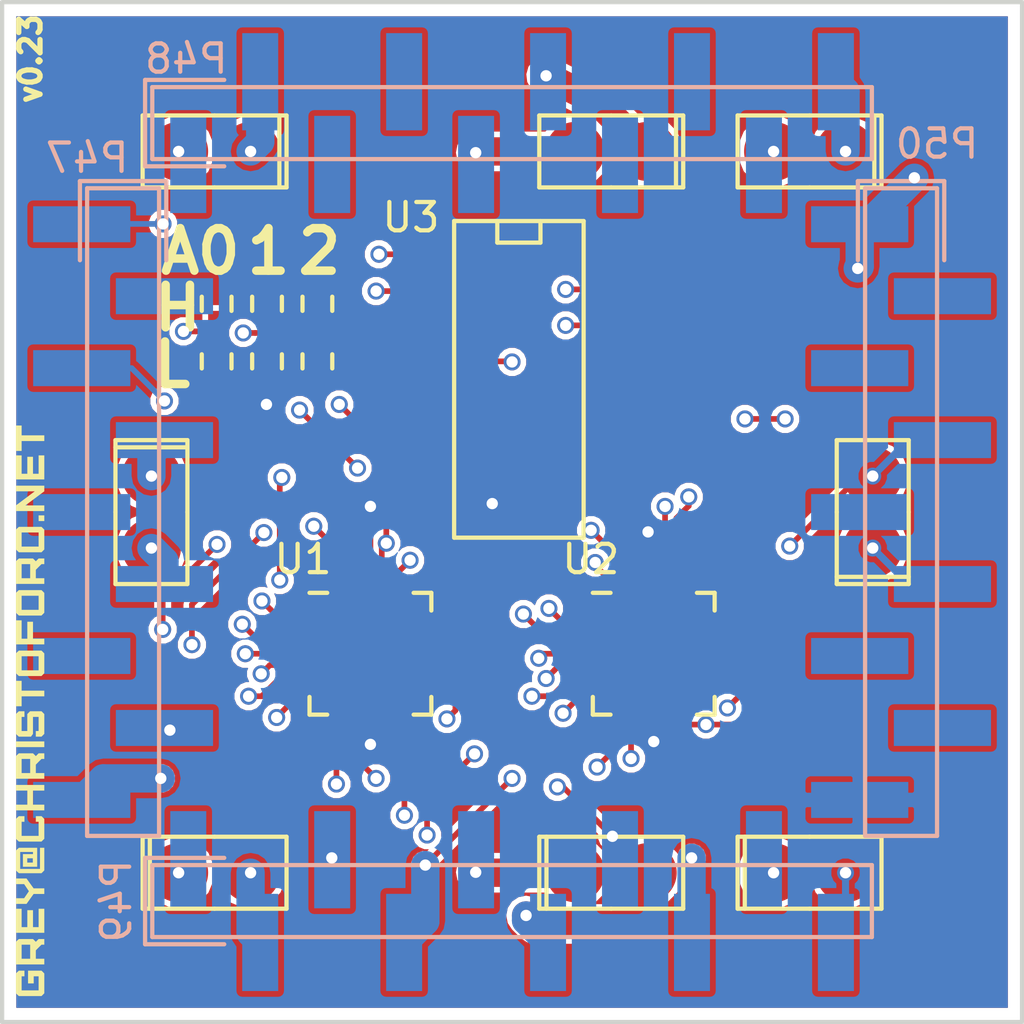
<source format=kicad_pcb>
(kicad_pcb (version 4) (host pcbnew 4.0.5)

  (general
    (links 80)
    (no_connects 0)
    (area -7.3168 -33.075001 33.075001 3.075001)
    (thickness 1.6)
    (drawings 10)
    (tracks 452)
    (zones 0)
    (modules 22)
    (nets 32)
  )

  (page A4)
  (layers
    (0 F.Cu mixed)
    (1 In1.Cu signal)
    (2 In2.Cu signal)
    (31 B.Cu mixed)
    (32 B.Adhes user)
    (33 F.Adhes user)
    (34 B.Paste user)
    (35 F.Paste user)
    (36 B.SilkS user)
    (37 F.SilkS user)
    (38 B.Mask user)
    (39 F.Mask user)
    (40 Dwgs.User user)
    (41 Cmts.User user)
    (42 Eco1.User user)
    (43 Eco2.User user)
    (44 Edge.Cuts user)
    (45 Margin user)
    (46 B.CrtYd user)
    (47 F.CrtYd user)
    (48 B.Fab user)
    (49 F.Fab user)
  )

  (setup
    (last_trace_width 0.2)
    (user_trace_width 0.2)
    (user_trace_width 1)
    (trace_clearance 0.16)
    (zone_clearance 0.2)
    (zone_45_only no)
    (trace_min 0.2)
    (segment_width 0.01)
    (edge_width 0.15)
    (via_size 0.6)
    (via_drill 0.4)
    (via_min_size 0.4)
    (via_min_drill 0.3)
    (uvia_size 0.3)
    (uvia_drill 0.1)
    (uvias_allowed no)
    (uvia_min_size 0.2)
    (uvia_min_drill 0.1)
    (pcb_text_width 0.3)
    (pcb_text_size 1.5 1.5)
    (mod_edge_width 0.15)
    (mod_text_size 1 1)
    (mod_text_width 0.15)
    (pad_size 1.524 1.524)
    (pad_drill 0.762)
    (pad_to_mask_clearance 0.2)
    (aux_axis_origin 0 0)
    (visible_elements FFFEFB7F)
    (pcbplotparams
      (layerselection 0x010fc_80000007)
      (usegerberextensions false)
      (usegerberattributes true)
      (excludeedgelayer true)
      (linewidth 0.100000)
      (plotframeref false)
      (viasonmask true)
      (mode 1)
      (useauxorigin true)
      (hpglpennumber 1)
      (hpglpenspeed 20)
      (hpglpendiameter 15)
      (hpglpenoverlay 2)
      (psnegative false)
      (psa4output false)
      (plotreference true)
      (plotvalue true)
      (plotinvisibletext false)
      (padsonsilk false)
      (subtractmaskfromsilk true)
      (outputformat 1)
      (mirror false)
      (drillshape 0)
      (scaleselection 1)
      (outputdirectory output/))
  )

  (net 0 "")
  (net 1 L_I)
  (net 2 L_V)
  (net 3 0_V)
  (net 4 0_I)
  (net 5 1_I)
  (net 6 1_V)
  (net 7 2_V)
  (net 8 2_I)
  (net 9 3_I)
  (net 10 3_V)
  (net 11 4_V)
  (net 12 4_I)
  (net 13 5_I)
  (net 14 5_V)
  (net 15 R_V)
  (net 16 R_I)
  (net 17 +5V)
  (net 18 A0)
  (net 19 GND)
  (net 20 A1)
  (net 21 A2)
  (net 22 I-)
  (net 23 I+)
  (net 24 "Net-(U1-Pad23)")
  (net 25 SCK)
  (net 26 MOSI)
  (net 27 V-)
  (net 28 V+)
  (net 29 SM_CS)
  (net 30 SDA)
  (net 31 SCL)

  (net_class Default "This is the default net class."
    (clearance 0.16)
    (trace_width 0.25)
    (via_dia 0.6)
    (via_drill 0.4)
    (uvia_dia 0.3)
    (uvia_drill 0.1)
    (add_net +5V)
    (add_net 0_I)
    (add_net 0_V)
    (add_net 1_I)
    (add_net 1_V)
    (add_net 2_I)
    (add_net 2_V)
    (add_net 3_I)
    (add_net 3_V)
    (add_net 4_I)
    (add_net 4_V)
    (add_net 5_I)
    (add_net 5_V)
    (add_net A0)
    (add_net A1)
    (add_net A2)
    (add_net GND)
    (add_net I+)
    (add_net I-)
    (add_net L_I)
    (add_net L_V)
    (add_net MOSI)
    (add_net "Net-(U1-Pad23)")
    (add_net R_I)
    (add_net R_V)
    (add_net SCK)
    (add_net SCL)
    (add_net SDA)
    (add_net SM_CS)
    (add_net V+)
    (add_net V-)
  )

  (module myparts:812-22-002-30-007101 (layer F.Cu) (tedit 587F846A) (tstamp 587F8118)
    (at 2.27 -16.27 270)
    (descr ${KIPRJMOD}/../datasheets/mill-max-spring-pin.pdf)
    (path /588007C1)
    (fp_text reference P39 (at 0.25 -2.5 270) (layer F.SilkS) hide
      (effects (font (size 1 1) (thickness 0.15)))
    )
    (fp_text value CONN_01X02 (at 1.524 2.54 270) (layer F.Fab)
      (effects (font (size 1 1) (thickness 0.15)))
    )
    (fp_line (start 4.25 1.75) (end -1.75 1.75) (layer F.CrtYd) (width 0.05))
    (fp_line (start -1.75 -1.75) (end 4.25 -1.75) (layer F.CrtYd) (width 0.05))
    (fp_line (start 4.25 1.75) (end 4.25 -1.75) (layer F.CrtYd) (width 0.05))
    (fp_line (start -1.75 1.75) (end -1.75 -1.75) (layer F.CrtYd) (width 0.05))
    (fp_line (start -1.016 -1.27) (end -1.016 1.27) (layer F.SilkS) (width 0.15))
    (fp_line (start 1.27 -1.27) (end 3.81 -1.27) (layer F.SilkS) (width 0.15))
    (fp_line (start 3.81 -1.27) (end 3.81 1.27) (layer F.SilkS) (width 0.15))
    (fp_line (start 3.81 1.27) (end 1.27 1.27) (layer F.SilkS) (width 0.15))
    (fp_line (start -1.27 -1.27) (end -1.27 1.27) (layer F.SilkS) (width 0.15))
    (fp_line (start -1.27 1.27) (end 1.27 1.27) (layer F.SilkS) (width 0.15))
    (fp_line (start 1.27 -1.27) (end -1.27 -1.27) (layer F.SilkS) (width 0.15))
    (pad 1 smd circle (at 0 0 270) (size 2.0828 2.0828) (layers F.Cu F.Paste F.Mask)
      (net 1 L_I))
    (pad 2 smd circle (at 2.54 0 270) (size 2.0828 2.0828) (layers F.Cu F.Paste F.Mask)
      (net 2 L_V))
    (model ${KIPRJMOD}/sharedLibs/myparts.3dshapes/mill-max-812-22-002-30-007101.wrl
      (at (xyz -0.038 -0.05 0.126))
      (scale (xyz 393.7008 393.7008 393.7008))
      (rotate (xyz -90 0 0))
    )
  )

  (module myparts:812-22-002-30-007101 (layer F.Cu) (tedit 587F8450) (tstamp 587F8129)
    (at 5.77 -27.73 180)
    (descr ${KIPRJMOD}/../datasheets/mill-max-spring-pin.pdf)
    (path /58800415)
    (fp_text reference P40 (at 0.25 -2.5 180) (layer F.SilkS) hide
      (effects (font (size 1 1) (thickness 0.15)))
    )
    (fp_text value CONN_01X02 (at 1.524 2.54 180) (layer F.Fab)
      (effects (font (size 1 1) (thickness 0.15)))
    )
    (fp_line (start 4.25 1.75) (end -1.75 1.75) (layer F.CrtYd) (width 0.05))
    (fp_line (start -1.75 -1.75) (end 4.25 -1.75) (layer F.CrtYd) (width 0.05))
    (fp_line (start 4.25 1.75) (end 4.25 -1.75) (layer F.CrtYd) (width 0.05))
    (fp_line (start -1.75 1.75) (end -1.75 -1.75) (layer F.CrtYd) (width 0.05))
    (fp_line (start -1.016 -1.27) (end -1.016 1.27) (layer F.SilkS) (width 0.15))
    (fp_line (start 1.27 -1.27) (end 3.81 -1.27) (layer F.SilkS) (width 0.15))
    (fp_line (start 3.81 -1.27) (end 3.81 1.27) (layer F.SilkS) (width 0.15))
    (fp_line (start 3.81 1.27) (end 1.27 1.27) (layer F.SilkS) (width 0.15))
    (fp_line (start -1.27 -1.27) (end -1.27 1.27) (layer F.SilkS) (width 0.15))
    (fp_line (start -1.27 1.27) (end 1.27 1.27) (layer F.SilkS) (width 0.15))
    (fp_line (start 1.27 -1.27) (end -1.27 -1.27) (layer F.SilkS) (width 0.15))
    (pad 1 smd circle (at 0 0 180) (size 2.0828 2.0828) (layers F.Cu F.Paste F.Mask)
      (net 3 0_V))
    (pad 2 smd circle (at 2.54 0 180) (size 2.0828 2.0828) (layers F.Cu F.Paste F.Mask)
      (net 4 0_I))
    (model ${KIPRJMOD}/sharedLibs/myparts.3dshapes/mill-max-812-22-002-30-007101.wrl
      (at (xyz -0.038 -0.05 0.126))
      (scale (xyz 393.7008 393.7008 393.7008))
      (rotate (xyz -90 0 0))
    )
  )

  (module myparts:812-22-002-30-007101 (layer F.Cu) (tedit 587F8463) (tstamp 587F813A)
    (at 3.23 -2.27)
    (descr ${KIPRJMOD}/../datasheets/mill-max-spring-pin.pdf)
    (path /58800667)
    (fp_text reference P41 (at 0.25 -2.5) (layer F.SilkS) hide
      (effects (font (size 1 1) (thickness 0.15)))
    )
    (fp_text value CONN_01X02 (at 1.524 2.54) (layer F.Fab)
      (effects (font (size 1 1) (thickness 0.15)))
    )
    (fp_line (start 4.25 1.75) (end -1.75 1.75) (layer F.CrtYd) (width 0.05))
    (fp_line (start -1.75 -1.75) (end 4.25 -1.75) (layer F.CrtYd) (width 0.05))
    (fp_line (start 4.25 1.75) (end 4.25 -1.75) (layer F.CrtYd) (width 0.05))
    (fp_line (start -1.75 1.75) (end -1.75 -1.75) (layer F.CrtYd) (width 0.05))
    (fp_line (start -1.016 -1.27) (end -1.016 1.27) (layer F.SilkS) (width 0.15))
    (fp_line (start 1.27 -1.27) (end 3.81 -1.27) (layer F.SilkS) (width 0.15))
    (fp_line (start 3.81 -1.27) (end 3.81 1.27) (layer F.SilkS) (width 0.15))
    (fp_line (start 3.81 1.27) (end 1.27 1.27) (layer F.SilkS) (width 0.15))
    (fp_line (start -1.27 -1.27) (end -1.27 1.27) (layer F.SilkS) (width 0.15))
    (fp_line (start -1.27 1.27) (end 1.27 1.27) (layer F.SilkS) (width 0.15))
    (fp_line (start 1.27 -1.27) (end -1.27 -1.27) (layer F.SilkS) (width 0.15))
    (pad 1 smd circle (at 0 0) (size 2.0828 2.0828) (layers F.Cu F.Paste F.Mask)
      (net 5 1_I))
    (pad 2 smd circle (at 2.54 0) (size 2.0828 2.0828) (layers F.Cu F.Paste F.Mask)
      (net 6 1_V))
    (model ${KIPRJMOD}/sharedLibs/myparts.3dshapes/mill-max-812-22-002-30-007101.wrl
      (at (xyz -0.038 -0.05 0.126))
      (scale (xyz 393.7008 393.7008 393.7008))
      (rotate (xyz -90 0 0))
    )
  )

  (module myparts:812-22-002-30-007101 (layer F.Cu) (tedit 587F844E) (tstamp 587F814B)
    (at 19.77 -27.73 180)
    (descr ${KIPRJMOD}/../datasheets/mill-max-spring-pin.pdf)
    (path /588004A7)
    (fp_text reference P42 (at 6 1 180) (layer F.SilkS) hide
      (effects (font (size 1 1) (thickness 0.15)))
    )
    (fp_text value CONN_01X02 (at 1.524 2.54 180) (layer F.Fab)
      (effects (font (size 1 1) (thickness 0.15)))
    )
    (fp_line (start 4.25 1.75) (end -1.75 1.75) (layer F.CrtYd) (width 0.05))
    (fp_line (start -1.75 -1.75) (end 4.25 -1.75) (layer F.CrtYd) (width 0.05))
    (fp_line (start 4.25 1.75) (end 4.25 -1.75) (layer F.CrtYd) (width 0.05))
    (fp_line (start -1.75 1.75) (end -1.75 -1.75) (layer F.CrtYd) (width 0.05))
    (fp_line (start -1.016 -1.27) (end -1.016 1.27) (layer F.SilkS) (width 0.15))
    (fp_line (start 1.27 -1.27) (end 3.81 -1.27) (layer F.SilkS) (width 0.15))
    (fp_line (start 3.81 -1.27) (end 3.81 1.27) (layer F.SilkS) (width 0.15))
    (fp_line (start 3.81 1.27) (end 1.27 1.27) (layer F.SilkS) (width 0.15))
    (fp_line (start -1.27 -1.27) (end -1.27 1.27) (layer F.SilkS) (width 0.15))
    (fp_line (start -1.27 1.27) (end 1.27 1.27) (layer F.SilkS) (width 0.15))
    (fp_line (start 1.27 -1.27) (end -1.27 -1.27) (layer F.SilkS) (width 0.15))
    (pad 1 smd circle (at 0 0 180) (size 2.0828 2.0828) (layers F.Cu F.Paste F.Mask)
      (net 7 2_V))
    (pad 2 smd circle (at 2.54 0 180) (size 2.0828 2.0828) (layers F.Cu F.Paste F.Mask)
      (net 8 2_I))
    (model ${KIPRJMOD}/sharedLibs/myparts.3dshapes/mill-max-812-22-002-30-007101.wrl
      (at (xyz -0.038 -0.05 0.126))
      (scale (xyz 393.7008 393.7008 393.7008))
      (rotate (xyz -90 0 0))
    )
  )

  (module myparts:812-22-002-30-007101 (layer F.Cu) (tedit 587F8460) (tstamp 587F815C)
    (at 17.23 -2.27)
    (descr ${KIPRJMOD}/../datasheets/mill-max-spring-pin.pdf)
    (path /58800702)
    (fp_text reference P43 (at 0.25 -2.5) (layer F.SilkS) hide
      (effects (font (size 1 1) (thickness 0.15)))
    )
    (fp_text value CONN_01X02 (at 1.524 2.54) (layer F.Fab)
      (effects (font (size 1 1) (thickness 0.15)))
    )
    (fp_line (start 4.25 1.75) (end -1.75 1.75) (layer F.CrtYd) (width 0.05))
    (fp_line (start -1.75 -1.75) (end 4.25 -1.75) (layer F.CrtYd) (width 0.05))
    (fp_line (start 4.25 1.75) (end 4.25 -1.75) (layer F.CrtYd) (width 0.05))
    (fp_line (start -1.75 1.75) (end -1.75 -1.75) (layer F.CrtYd) (width 0.05))
    (fp_line (start -1.016 -1.27) (end -1.016 1.27) (layer F.SilkS) (width 0.15))
    (fp_line (start 1.27 -1.27) (end 3.81 -1.27) (layer F.SilkS) (width 0.15))
    (fp_line (start 3.81 -1.27) (end 3.81 1.27) (layer F.SilkS) (width 0.15))
    (fp_line (start 3.81 1.27) (end 1.27 1.27) (layer F.SilkS) (width 0.15))
    (fp_line (start -1.27 -1.27) (end -1.27 1.27) (layer F.SilkS) (width 0.15))
    (fp_line (start -1.27 1.27) (end 1.27 1.27) (layer F.SilkS) (width 0.15))
    (fp_line (start 1.27 -1.27) (end -1.27 -1.27) (layer F.SilkS) (width 0.15))
    (pad 1 smd circle (at 0 0) (size 2.0828 2.0828) (layers F.Cu F.Paste F.Mask)
      (net 9 3_I))
    (pad 2 smd circle (at 2.54 0) (size 2.0828 2.0828) (layers F.Cu F.Paste F.Mask)
      (net 10 3_V))
    (model ${KIPRJMOD}/sharedLibs/myparts.3dshapes/mill-max-812-22-002-30-007101.wrl
      (at (xyz -0.038 -0.05 0.126))
      (scale (xyz 393.7008 393.7008 393.7008))
      (rotate (xyz -90 0 0))
    )
  )

  (module myparts:812-22-002-30-007101 (layer F.Cu) (tedit 587F8455) (tstamp 587F816D)
    (at 26.77 -27.73 180)
    (descr ${KIPRJMOD}/../datasheets/mill-max-spring-pin.pdf)
    (path /58800522)
    (fp_text reference P44 (at 0.25 -2.5 180) (layer F.SilkS) hide
      (effects (font (size 1 1) (thickness 0.15)))
    )
    (fp_text value CONN_01X02 (at 1.524 2.54 180) (layer F.Fab)
      (effects (font (size 1 1) (thickness 0.15)))
    )
    (fp_line (start 4.25 1.75) (end -1.75 1.75) (layer F.CrtYd) (width 0.05))
    (fp_line (start -1.75 -1.75) (end 4.25 -1.75) (layer F.CrtYd) (width 0.05))
    (fp_line (start 4.25 1.75) (end 4.25 -1.75) (layer F.CrtYd) (width 0.05))
    (fp_line (start -1.75 1.75) (end -1.75 -1.75) (layer F.CrtYd) (width 0.05))
    (fp_line (start -1.016 -1.27) (end -1.016 1.27) (layer F.SilkS) (width 0.15))
    (fp_line (start 1.27 -1.27) (end 3.81 -1.27) (layer F.SilkS) (width 0.15))
    (fp_line (start 3.81 -1.27) (end 3.81 1.27) (layer F.SilkS) (width 0.15))
    (fp_line (start 3.81 1.27) (end 1.27 1.27) (layer F.SilkS) (width 0.15))
    (fp_line (start -1.27 -1.27) (end -1.27 1.27) (layer F.SilkS) (width 0.15))
    (fp_line (start -1.27 1.27) (end 1.27 1.27) (layer F.SilkS) (width 0.15))
    (fp_line (start 1.27 -1.27) (end -1.27 -1.27) (layer F.SilkS) (width 0.15))
    (pad 1 smd circle (at 0 0 180) (size 2.0828 2.0828) (layers F.Cu F.Paste F.Mask)
      (net 11 4_V))
    (pad 2 smd circle (at 2.54 0 180) (size 2.0828 2.0828) (layers F.Cu F.Paste F.Mask)
      (net 12 4_I))
    (model ${KIPRJMOD}/sharedLibs/myparts.3dshapes/mill-max-812-22-002-30-007101.wrl
      (at (xyz -0.038 -0.05 0.126))
      (scale (xyz 393.7008 393.7008 393.7008))
      (rotate (xyz -90 0 0))
    )
  )

  (module myparts:812-22-002-30-007101 (layer F.Cu) (tedit 587F845D) (tstamp 587F817E)
    (at 24.23 -2.27)
    (descr ${KIPRJMOD}/../datasheets/mill-max-spring-pin.pdf)
    (path /58800760)
    (fp_text reference P45 (at 0.25 -2.5) (layer F.SilkS) hide
      (effects (font (size 1 1) (thickness 0.15)))
    )
    (fp_text value CONN_01X02 (at 1.524 2.54) (layer F.Fab)
      (effects (font (size 1 1) (thickness 0.15)))
    )
    (fp_line (start 4.25 1.75) (end -1.75 1.75) (layer F.CrtYd) (width 0.05))
    (fp_line (start -1.75 -1.75) (end 4.25 -1.75) (layer F.CrtYd) (width 0.05))
    (fp_line (start 4.25 1.75) (end 4.25 -1.75) (layer F.CrtYd) (width 0.05))
    (fp_line (start -1.75 1.75) (end -1.75 -1.75) (layer F.CrtYd) (width 0.05))
    (fp_line (start -1.016 -1.27) (end -1.016 1.27) (layer F.SilkS) (width 0.15))
    (fp_line (start 1.27 -1.27) (end 3.81 -1.27) (layer F.SilkS) (width 0.15))
    (fp_line (start 3.81 -1.27) (end 3.81 1.27) (layer F.SilkS) (width 0.15))
    (fp_line (start 3.81 1.27) (end 1.27 1.27) (layer F.SilkS) (width 0.15))
    (fp_line (start -1.27 -1.27) (end -1.27 1.27) (layer F.SilkS) (width 0.15))
    (fp_line (start -1.27 1.27) (end 1.27 1.27) (layer F.SilkS) (width 0.15))
    (fp_line (start 1.27 -1.27) (end -1.27 -1.27) (layer F.SilkS) (width 0.15))
    (pad 1 smd circle (at 0 0) (size 2.0828 2.0828) (layers F.Cu F.Paste F.Mask)
      (net 13 5_I))
    (pad 2 smd circle (at 2.54 0) (size 2.0828 2.0828) (layers F.Cu F.Paste F.Mask)
      (net 14 5_V))
    (model ${KIPRJMOD}/sharedLibs/myparts.3dshapes/mill-max-812-22-002-30-007101.wrl
      (at (xyz -0.038 -0.05 0.126))
      (scale (xyz 393.7008 393.7008 393.7008))
      (rotate (xyz -90 0 0))
    )
  )

  (module myparts:812-22-002-30-007101 (layer F.Cu) (tedit 587F845A) (tstamp 587F818F)
    (at 27.73 -13.73 90)
    (descr ${KIPRJMOD}/../datasheets/mill-max-spring-pin.pdf)
    (path /58800D2E)
    (fp_text reference P46 (at 0.25 -2.5 90) (layer F.SilkS) hide
      (effects (font (size 1 1) (thickness 0.15)))
    )
    (fp_text value CONN_01X02 (at 1.524 2.54 90) (layer F.Fab)
      (effects (font (size 1 1) (thickness 0.15)))
    )
    (fp_line (start 4.25 1.75) (end -1.75 1.75) (layer F.CrtYd) (width 0.05))
    (fp_line (start -1.75 -1.75) (end 4.25 -1.75) (layer F.CrtYd) (width 0.05))
    (fp_line (start 4.25 1.75) (end 4.25 -1.75) (layer F.CrtYd) (width 0.05))
    (fp_line (start -1.75 1.75) (end -1.75 -1.75) (layer F.CrtYd) (width 0.05))
    (fp_line (start -1.016 -1.27) (end -1.016 1.27) (layer F.SilkS) (width 0.15))
    (fp_line (start 1.27 -1.27) (end 3.81 -1.27) (layer F.SilkS) (width 0.15))
    (fp_line (start 3.81 -1.27) (end 3.81 1.27) (layer F.SilkS) (width 0.15))
    (fp_line (start 3.81 1.27) (end 1.27 1.27) (layer F.SilkS) (width 0.15))
    (fp_line (start -1.27 -1.27) (end -1.27 1.27) (layer F.SilkS) (width 0.15))
    (fp_line (start -1.27 1.27) (end 1.27 1.27) (layer F.SilkS) (width 0.15))
    (fp_line (start 1.27 -1.27) (end -1.27 -1.27) (layer F.SilkS) (width 0.15))
    (pad 1 smd circle (at 0 0 90) (size 2.0828 2.0828) (layers F.Cu F.Paste F.Mask)
      (net 15 R_V))
    (pad 2 smd circle (at 2.54 0 90) (size 2.0828 2.0828) (layers F.Cu F.Paste F.Mask)
      (net 16 R_I))
    (model ${KIPRJMOD}/sharedLibs/myparts.3dshapes/mill-max-812-22-002-30-007101.wrl
      (at (xyz -0.038 -0.05 0.126))
      (scale (xyz 393.7008 393.7008 393.7008))
      (rotate (xyz -90 0 0))
    )
  )

  (module Resistors_SMD:R_0402 (layer F.Cu) (tedit 588096E8) (tstamp 587F8195)
    (at 4.572 -22.352 270)
    (descr "Resistor SMD 0402, reflow soldering, Vishay (see dcrcw.pdf)")
    (tags "resistor 0402")
    (path /587F9819)
    (attr smd)
    (fp_text reference R1 (at -2.032 0 270) (layer F.SilkS) hide
      (effects (font (size 1 1) (thickness 0.15)))
    )
    (fp_text value R (at 0 1.8 270) (layer F.Fab)
      (effects (font (size 1 1) (thickness 0.15)))
    )
    (fp_line (start -0.5 0.25) (end -0.5 -0.25) (layer F.Fab) (width 0.1))
    (fp_line (start 0.5 0.25) (end -0.5 0.25) (layer F.Fab) (width 0.1))
    (fp_line (start 0.5 -0.25) (end 0.5 0.25) (layer F.Fab) (width 0.1))
    (fp_line (start -0.5 -0.25) (end 0.5 -0.25) (layer F.Fab) (width 0.1))
    (fp_line (start -0.95 -0.65) (end 0.95 -0.65) (layer F.CrtYd) (width 0.05))
    (fp_line (start -0.95 0.65) (end 0.95 0.65) (layer F.CrtYd) (width 0.05))
    (fp_line (start -0.95 -0.65) (end -0.95 0.65) (layer F.CrtYd) (width 0.05))
    (fp_line (start 0.95 -0.65) (end 0.95 0.65) (layer F.CrtYd) (width 0.05))
    (fp_line (start 0.25 -0.525) (end -0.25 -0.525) (layer F.SilkS) (width 0.15))
    (fp_line (start -0.25 0.525) (end 0.25 0.525) (layer F.SilkS) (width 0.15))
    (pad 1 smd rect (at -0.45 0 270) (size 0.4 0.6) (layers F.Cu F.Paste F.Mask)
      (net 17 +5V))
    (pad 2 smd rect (at 0.45 0 270) (size 0.4 0.6) (layers F.Cu F.Paste F.Mask)
      (net 18 A0))
    (model Resistors_SMD.3dshapes/R_0402.wrl
      (at (xyz 0 0 0))
      (scale (xyz 1 1 1))
      (rotate (xyz 0 0 0))
    )
  )

  (module Resistors_SMD:R_0402 (layer F.Cu) (tedit 588096F0) (tstamp 587F819B)
    (at 4.572 -20.32 270)
    (descr "Resistor SMD 0402, reflow soldering, Vishay (see dcrcw.pdf)")
    (tags "resistor 0402")
    (path /587F9B12)
    (attr smd)
    (fp_text reference R2 (at 2.032 0 270) (layer F.SilkS) hide
      (effects (font (size 1 1) (thickness 0.15)))
    )
    (fp_text value R (at 0 1.8 270) (layer F.Fab)
      (effects (font (size 1 1) (thickness 0.15)))
    )
    (fp_line (start -0.5 0.25) (end -0.5 -0.25) (layer F.Fab) (width 0.1))
    (fp_line (start 0.5 0.25) (end -0.5 0.25) (layer F.Fab) (width 0.1))
    (fp_line (start 0.5 -0.25) (end 0.5 0.25) (layer F.Fab) (width 0.1))
    (fp_line (start -0.5 -0.25) (end 0.5 -0.25) (layer F.Fab) (width 0.1))
    (fp_line (start -0.95 -0.65) (end 0.95 -0.65) (layer F.CrtYd) (width 0.05))
    (fp_line (start -0.95 0.65) (end 0.95 0.65) (layer F.CrtYd) (width 0.05))
    (fp_line (start -0.95 -0.65) (end -0.95 0.65) (layer F.CrtYd) (width 0.05))
    (fp_line (start 0.95 -0.65) (end 0.95 0.65) (layer F.CrtYd) (width 0.05))
    (fp_line (start 0.25 -0.525) (end -0.25 -0.525) (layer F.SilkS) (width 0.15))
    (fp_line (start -0.25 0.525) (end 0.25 0.525) (layer F.SilkS) (width 0.15))
    (pad 1 smd rect (at -0.45 0 270) (size 0.4 0.6) (layers F.Cu F.Paste F.Mask)
      (net 18 A0))
    (pad 2 smd rect (at 0.45 0 270) (size 0.4 0.6) (layers F.Cu F.Paste F.Mask)
      (net 19 GND))
    (model Resistors_SMD.3dshapes/R_0402.wrl
      (at (xyz 0 0 0))
      (scale (xyz 1 1 1))
      (rotate (xyz 0 0 0))
    )
  )

  (module Resistors_SMD:R_0402 (layer F.Cu) (tedit 588096EB) (tstamp 587F81A1)
    (at 6.35 -22.352 270)
    (descr "Resistor SMD 0402, reflow soldering, Vishay (see dcrcw.pdf)")
    (tags "resistor 0402")
    (path /587FA2B3)
    (attr smd)
    (fp_text reference R3 (at -2.032 0 270) (layer F.SilkS) hide
      (effects (font (size 1 1) (thickness 0.15)))
    )
    (fp_text value R (at 0 1.8 270) (layer F.Fab)
      (effects (font (size 1 1) (thickness 0.15)))
    )
    (fp_line (start -0.5 0.25) (end -0.5 -0.25) (layer F.Fab) (width 0.1))
    (fp_line (start 0.5 0.25) (end -0.5 0.25) (layer F.Fab) (width 0.1))
    (fp_line (start 0.5 -0.25) (end 0.5 0.25) (layer F.Fab) (width 0.1))
    (fp_line (start -0.5 -0.25) (end 0.5 -0.25) (layer F.Fab) (width 0.1))
    (fp_line (start -0.95 -0.65) (end 0.95 -0.65) (layer F.CrtYd) (width 0.05))
    (fp_line (start -0.95 0.65) (end 0.95 0.65) (layer F.CrtYd) (width 0.05))
    (fp_line (start -0.95 -0.65) (end -0.95 0.65) (layer F.CrtYd) (width 0.05))
    (fp_line (start 0.95 -0.65) (end 0.95 0.65) (layer F.CrtYd) (width 0.05))
    (fp_line (start 0.25 -0.525) (end -0.25 -0.525) (layer F.SilkS) (width 0.15))
    (fp_line (start -0.25 0.525) (end 0.25 0.525) (layer F.SilkS) (width 0.15))
    (pad 1 smd rect (at -0.45 0 270) (size 0.4 0.6) (layers F.Cu F.Paste F.Mask)
      (net 17 +5V))
    (pad 2 smd rect (at 0.45 0 270) (size 0.4 0.6) (layers F.Cu F.Paste F.Mask)
      (net 20 A1))
    (model Resistors_SMD.3dshapes/R_0402.wrl
      (at (xyz 0 0 0))
      (scale (xyz 1 1 1))
      (rotate (xyz 0 0 0))
    )
  )

  (module Resistors_SMD:R_0402 (layer F.Cu) (tedit 588096F3) (tstamp 587F81A7)
    (at 6.35 -20.32 270)
    (descr "Resistor SMD 0402, reflow soldering, Vishay (see dcrcw.pdf)")
    (tags "resistor 0402")
    (path /587FA2B9)
    (attr smd)
    (fp_text reference R4 (at 2.032 0 270) (layer F.SilkS) hide
      (effects (font (size 1 1) (thickness 0.15)))
    )
    (fp_text value R (at 0 1.8 270) (layer F.Fab)
      (effects (font (size 1 1) (thickness 0.15)))
    )
    (fp_line (start -0.5 0.25) (end -0.5 -0.25) (layer F.Fab) (width 0.1))
    (fp_line (start 0.5 0.25) (end -0.5 0.25) (layer F.Fab) (width 0.1))
    (fp_line (start 0.5 -0.25) (end 0.5 0.25) (layer F.Fab) (width 0.1))
    (fp_line (start -0.5 -0.25) (end 0.5 -0.25) (layer F.Fab) (width 0.1))
    (fp_line (start -0.95 -0.65) (end 0.95 -0.65) (layer F.CrtYd) (width 0.05))
    (fp_line (start -0.95 0.65) (end 0.95 0.65) (layer F.CrtYd) (width 0.05))
    (fp_line (start -0.95 -0.65) (end -0.95 0.65) (layer F.CrtYd) (width 0.05))
    (fp_line (start 0.95 -0.65) (end 0.95 0.65) (layer F.CrtYd) (width 0.05))
    (fp_line (start 0.25 -0.525) (end -0.25 -0.525) (layer F.SilkS) (width 0.15))
    (fp_line (start -0.25 0.525) (end 0.25 0.525) (layer F.SilkS) (width 0.15))
    (pad 1 smd rect (at -0.45 0 270) (size 0.4 0.6) (layers F.Cu F.Paste F.Mask)
      (net 20 A1))
    (pad 2 smd rect (at 0.45 0 270) (size 0.4 0.6) (layers F.Cu F.Paste F.Mask)
      (net 19 GND))
    (model Resistors_SMD.3dshapes/R_0402.wrl
      (at (xyz 0 0 0))
      (scale (xyz 1 1 1))
      (rotate (xyz 0 0 0))
    )
  )

  (module Resistors_SMD:R_0402 (layer F.Cu) (tedit 588096ED) (tstamp 587F81AD)
    (at 8.128 -22.352 270)
    (descr "Resistor SMD 0402, reflow soldering, Vishay (see dcrcw.pdf)")
    (tags "resistor 0402")
    (path /587FA387)
    (attr smd)
    (fp_text reference R5 (at -2.032 0 270) (layer F.SilkS) hide
      (effects (font (size 1 1) (thickness 0.15)))
    )
    (fp_text value R (at 0 1.8 270) (layer F.Fab)
      (effects (font (size 1 1) (thickness 0.15)))
    )
    (fp_line (start -0.5 0.25) (end -0.5 -0.25) (layer F.Fab) (width 0.1))
    (fp_line (start 0.5 0.25) (end -0.5 0.25) (layer F.Fab) (width 0.1))
    (fp_line (start 0.5 -0.25) (end 0.5 0.25) (layer F.Fab) (width 0.1))
    (fp_line (start -0.5 -0.25) (end 0.5 -0.25) (layer F.Fab) (width 0.1))
    (fp_line (start -0.95 -0.65) (end 0.95 -0.65) (layer F.CrtYd) (width 0.05))
    (fp_line (start -0.95 0.65) (end 0.95 0.65) (layer F.CrtYd) (width 0.05))
    (fp_line (start -0.95 -0.65) (end -0.95 0.65) (layer F.CrtYd) (width 0.05))
    (fp_line (start 0.95 -0.65) (end 0.95 0.65) (layer F.CrtYd) (width 0.05))
    (fp_line (start 0.25 -0.525) (end -0.25 -0.525) (layer F.SilkS) (width 0.15))
    (fp_line (start -0.25 0.525) (end 0.25 0.525) (layer F.SilkS) (width 0.15))
    (pad 1 smd rect (at -0.45 0 270) (size 0.4 0.6) (layers F.Cu F.Paste F.Mask)
      (net 17 +5V))
    (pad 2 smd rect (at 0.45 0 270) (size 0.4 0.6) (layers F.Cu F.Paste F.Mask)
      (net 21 A2))
    (model Resistors_SMD.3dshapes/R_0402.wrl
      (at (xyz 0 0 0))
      (scale (xyz 1 1 1))
      (rotate (xyz 0 0 0))
    )
  )

  (module Resistors_SMD:R_0402 (layer F.Cu) (tedit 588096F7) (tstamp 587F81B3)
    (at 8.128 -20.32 270)
    (descr "Resistor SMD 0402, reflow soldering, Vishay (see dcrcw.pdf)")
    (tags "resistor 0402")
    (path /587FA38D)
    (attr smd)
    (fp_text reference R6 (at 2.032 0 270) (layer F.SilkS) hide
      (effects (font (size 1 1) (thickness 0.15)))
    )
    (fp_text value R (at 0 1.8 270) (layer F.Fab)
      (effects (font (size 1 1) (thickness 0.15)))
    )
    (fp_line (start -0.5 0.25) (end -0.5 -0.25) (layer F.Fab) (width 0.1))
    (fp_line (start 0.5 0.25) (end -0.5 0.25) (layer F.Fab) (width 0.1))
    (fp_line (start 0.5 -0.25) (end 0.5 0.25) (layer F.Fab) (width 0.1))
    (fp_line (start -0.5 -0.25) (end 0.5 -0.25) (layer F.Fab) (width 0.1))
    (fp_line (start -0.95 -0.65) (end 0.95 -0.65) (layer F.CrtYd) (width 0.05))
    (fp_line (start -0.95 0.65) (end 0.95 0.65) (layer F.CrtYd) (width 0.05))
    (fp_line (start -0.95 -0.65) (end -0.95 0.65) (layer F.CrtYd) (width 0.05))
    (fp_line (start 0.95 -0.65) (end 0.95 0.65) (layer F.CrtYd) (width 0.05))
    (fp_line (start 0.25 -0.525) (end -0.25 -0.525) (layer F.SilkS) (width 0.15))
    (fp_line (start -0.25 0.525) (end 0.25 0.525) (layer F.SilkS) (width 0.15))
    (pad 1 smd rect (at -0.45 0 270) (size 0.4 0.6) (layers F.Cu F.Paste F.Mask)
      (net 21 A2))
    (pad 2 smd rect (at 0.45 0 270) (size 0.4 0.6) (layers F.Cu F.Paste F.Mask)
      (net 19 GND))
    (model Resistors_SMD.3dshapes/R_0402.wrl
      (at (xyz 0 0 0))
      (scale (xyz 1 1 1))
      (rotate (xyz 0 0 0))
    )
  )

  (module Housings_DFN_QFN:QFN-28-1EP_4x4mm_Pitch0.4mm (layer F.Cu) (tedit 587F8885) (tstamp 587F81D7)
    (at 10 -10)
    (descr "28-Lead Plastic Quad Flat, No Lead Package (MK) - 4x4x0.9 mm Body [QFN]; (see Microchip Packaging Specification 00000049BS.pdf)")
    (tags "QFN 0.4")
    (path /587F7366)
    (attr smd)
    (fp_text reference U1 (at -2.38 -3.335) (layer F.SilkS)
      (effects (font (size 1 1) (thickness 0.15)))
    )
    (fp_text value MAX14662 (at 0 3.35) (layer F.Fab)
      (effects (font (size 1 1) (thickness 0.15)))
    )
    (fp_line (start -1 -2) (end 2 -2) (layer F.Fab) (width 0.15))
    (fp_line (start 2 -2) (end 2 2) (layer F.Fab) (width 0.15))
    (fp_line (start 2 2) (end -2 2) (layer F.Fab) (width 0.15))
    (fp_line (start -2 2) (end -2 -1) (layer F.Fab) (width 0.15))
    (fp_line (start -2 -1) (end -1 -2) (layer F.Fab) (width 0.15))
    (fp_line (start -2.6 -2.6) (end -2.6 2.6) (layer F.CrtYd) (width 0.05))
    (fp_line (start 2.6 -2.6) (end 2.6 2.6) (layer F.CrtYd) (width 0.05))
    (fp_line (start -2.6 -2.6) (end 2.6 -2.6) (layer F.CrtYd) (width 0.05))
    (fp_line (start -2.6 2.6) (end 2.6 2.6) (layer F.CrtYd) (width 0.05))
    (fp_line (start 2.15 -2.15) (end 2.15 -1.525) (layer F.SilkS) (width 0.15))
    (fp_line (start -2.15 2.15) (end -2.15 1.525) (layer F.SilkS) (width 0.15))
    (fp_line (start 2.15 2.15) (end 2.15 1.525) (layer F.SilkS) (width 0.15))
    (fp_line (start -2.15 -2.15) (end -1.525 -2.15) (layer F.SilkS) (width 0.15))
    (fp_line (start -2.15 2.15) (end -1.525 2.15) (layer F.SilkS) (width 0.15))
    (fp_line (start 2.15 2.15) (end 1.525 2.15) (layer F.SilkS) (width 0.15))
    (fp_line (start 2.15 -2.15) (end 1.525 -2.15) (layer F.SilkS) (width 0.15))
    (pad 1 smd rect (at -1.95 -1.2) (size 0.8 0.2) (layers F.Cu F.Paste F.Mask)
      (net 17 +5V))
    (pad 2 smd rect (at -1.95 -0.8) (size 0.8 0.2) (layers F.Cu F.Paste F.Mask)
      (net 1 L_I))
    (pad 3 smd rect (at -1.95 -0.4) (size 0.8 0.2) (layers F.Cu F.Paste F.Mask)
      (net 4 0_I))
    (pad 4 smd rect (at -1.95 0) (size 0.8 0.2) (layers F.Cu F.Paste F.Mask)
      (net 5 1_I))
    (pad 5 smd rect (at -1.95 0.4) (size 0.8 0.2) (layers F.Cu F.Paste F.Mask)
      (net 8 2_I))
    (pad 6 smd rect (at -1.95 0.8) (size 0.8 0.2) (layers F.Cu F.Paste F.Mask)
      (net 9 3_I))
    (pad 7 smd rect (at -1.95 1.2) (size 0.8 0.2) (layers F.Cu F.Paste F.Mask)
      (net 12 4_I))
    (pad 8 smd rect (at -1.2 1.95 90) (size 0.8 0.2) (layers F.Cu F.Paste F.Mask)
      (net 13 5_I))
    (pad 9 smd rect (at -0.8 1.95 90) (size 0.8 0.2) (layers F.Cu F.Paste F.Mask)
      (net 16 R_I))
    (pad 10 smd rect (at -0.4 1.95 90) (size 0.8 0.2) (layers F.Cu F.Paste F.Mask))
    (pad 11 smd rect (at 0 1.95 90) (size 0.8 0.2) (layers F.Cu F.Paste F.Mask)
      (net 19 GND))
    (pad 12 smd rect (at 0.4 1.95 90) (size 0.8 0.2) (layers F.Cu F.Paste F.Mask))
    (pad 13 smd rect (at 0.8 1.95 90) (size 0.8 0.2) (layers F.Cu F.Paste F.Mask))
    (pad 14 smd rect (at 1.2 1.95 90) (size 0.8 0.2) (layers F.Cu F.Paste F.Mask)
      (net 22 I-))
    (pad 15 smd rect (at 1.95 1.2) (size 0.8 0.2) (layers F.Cu F.Paste F.Mask)
      (net 23 I+))
    (pad 16 smd rect (at 1.95 0.8) (size 0.8 0.2) (layers F.Cu F.Paste F.Mask)
      (net 23 I+))
    (pad 17 smd rect (at 1.95 0.4) (size 0.8 0.2) (layers F.Cu F.Paste F.Mask)
      (net 23 I+))
    (pad 18 smd rect (at 1.95 0) (size 0.8 0.2) (layers F.Cu F.Paste F.Mask)
      (net 23 I+))
    (pad 19 smd rect (at 1.95 -0.4) (size 0.8 0.2) (layers F.Cu F.Paste F.Mask)
      (net 23 I+))
    (pad 20 smd rect (at 1.95 -0.8) (size 0.8 0.2) (layers F.Cu F.Paste F.Mask)
      (net 23 I+))
    (pad 21 smd rect (at 1.95 -1.2) (size 0.8 0.2) (layers F.Cu F.Paste F.Mask)
      (net 22 I-))
    (pad 22 smd rect (at 1.2 -1.95 90) (size 0.8 0.2) (layers F.Cu F.Paste F.Mask)
      (net 17 +5V))
    (pad 23 smd rect (at 0.8 -1.95 90) (size 0.8 0.2) (layers F.Cu F.Paste F.Mask)
      (net 24 "Net-(U1-Pad23)"))
    (pad 24 smd rect (at 0.4 -1.95 90) (size 0.8 0.2) (layers F.Cu F.Paste F.Mask)
      (net 25 SCK))
    (pad 25 smd rect (at 0 -1.95 90) (size 0.8 0.2) (layers F.Cu F.Paste F.Mask)
      (net 19 GND))
    (pad 26 smd rect (at -0.4 -1.95 90) (size 0.8 0.2) (layers F.Cu F.Paste F.Mask)
      (net 17 +5V))
    (pad 27 smd rect (at -0.8 -1.95 90) (size 0.8 0.2) (layers F.Cu F.Paste F.Mask)
      (net 26 MOSI))
    (pad 28 smd rect (at -1.2 -1.95 90) (size 0.8 0.2) (layers F.Cu F.Paste F.Mask))
    (pad 29 smd rect (at 0.6 0.6) (size 1.2 1.2) (layers F.Cu F.Paste F.Mask)
      (solder_paste_margin_ratio -0.2))
    (pad 29 smd rect (at 0.6 -0.6) (size 1.2 1.2) (layers F.Cu F.Paste F.Mask)
      (solder_paste_margin_ratio -0.2))
    (pad 29 smd rect (at -0.6 0.6) (size 1.2 1.2) (layers F.Cu F.Paste F.Mask)
      (solder_paste_margin_ratio -0.2))
    (pad 29 smd rect (at -0.6 -0.6) (size 1.2 1.2) (layers F.Cu F.Paste F.Mask)
      (solder_paste_margin_ratio -0.2))
    (model Housings_DFN_QFN.3dshapes/QFN-28-1EP_4x4mm_Pitch0.4mm.wrl
      (at (xyz 0 0 0))
      (scale (xyz 1 1 1))
      (rotate (xyz 0 0 0))
    )
  )

  (module Housings_DFN_QFN:QFN-28-1EP_4x4mm_Pitch0.4mm (layer F.Cu) (tedit 587F8882) (tstamp 587F81FB)
    (at 20 -10)
    (descr "28-Lead Plastic Quad Flat, No Lead Package (MK) - 4x4x0.9 mm Body [QFN]; (see Microchip Packaging Specification 00000049BS.pdf)")
    (tags "QFN 0.4")
    (path /587F736D)
    (attr smd)
    (fp_text reference U2 (at -2.22 -3.335) (layer F.SilkS)
      (effects (font (size 1 1) (thickness 0.15)))
    )
    (fp_text value MAX14662 (at 0 3.35) (layer F.Fab)
      (effects (font (size 1 1) (thickness 0.15)))
    )
    (fp_line (start -1 -2) (end 2 -2) (layer F.Fab) (width 0.15))
    (fp_line (start 2 -2) (end 2 2) (layer F.Fab) (width 0.15))
    (fp_line (start 2 2) (end -2 2) (layer F.Fab) (width 0.15))
    (fp_line (start -2 2) (end -2 -1) (layer F.Fab) (width 0.15))
    (fp_line (start -2 -1) (end -1 -2) (layer F.Fab) (width 0.15))
    (fp_line (start -2.6 -2.6) (end -2.6 2.6) (layer F.CrtYd) (width 0.05))
    (fp_line (start 2.6 -2.6) (end 2.6 2.6) (layer F.CrtYd) (width 0.05))
    (fp_line (start -2.6 -2.6) (end 2.6 -2.6) (layer F.CrtYd) (width 0.05))
    (fp_line (start -2.6 2.6) (end 2.6 2.6) (layer F.CrtYd) (width 0.05))
    (fp_line (start 2.15 -2.15) (end 2.15 -1.525) (layer F.SilkS) (width 0.15))
    (fp_line (start -2.15 2.15) (end -2.15 1.525) (layer F.SilkS) (width 0.15))
    (fp_line (start 2.15 2.15) (end 2.15 1.525) (layer F.SilkS) (width 0.15))
    (fp_line (start -2.15 -2.15) (end -1.525 -2.15) (layer F.SilkS) (width 0.15))
    (fp_line (start -2.15 2.15) (end -1.525 2.15) (layer F.SilkS) (width 0.15))
    (fp_line (start 2.15 2.15) (end 1.525 2.15) (layer F.SilkS) (width 0.15))
    (fp_line (start 2.15 -2.15) (end 1.525 -2.15) (layer F.SilkS) (width 0.15))
    (pad 1 smd rect (at -1.95 -1.2) (size 0.8 0.2) (layers F.Cu F.Paste F.Mask)
      (net 17 +5V))
    (pad 2 smd rect (at -1.95 -0.8) (size 0.8 0.2) (layers F.Cu F.Paste F.Mask)
      (net 2 L_V))
    (pad 3 smd rect (at -1.95 -0.4) (size 0.8 0.2) (layers F.Cu F.Paste F.Mask)
      (net 3 0_V))
    (pad 4 smd rect (at -1.95 0) (size 0.8 0.2) (layers F.Cu F.Paste F.Mask)
      (net 6 1_V))
    (pad 5 smd rect (at -1.95 0.4) (size 0.8 0.2) (layers F.Cu F.Paste F.Mask)
      (net 7 2_V))
    (pad 6 smd rect (at -1.95 0.8) (size 0.8 0.2) (layers F.Cu F.Paste F.Mask)
      (net 10 3_V))
    (pad 7 smd rect (at -1.95 1.2) (size 0.8 0.2) (layers F.Cu F.Paste F.Mask)
      (net 11 4_V))
    (pad 8 smd rect (at -1.2 1.95 90) (size 0.8 0.2) (layers F.Cu F.Paste F.Mask)
      (net 14 5_V))
    (pad 9 smd rect (at -0.8 1.95 90) (size 0.8 0.2) (layers F.Cu F.Paste F.Mask)
      (net 15 R_V))
    (pad 10 smd rect (at -0.4 1.95 90) (size 0.8 0.2) (layers F.Cu F.Paste F.Mask))
    (pad 11 smd rect (at 0 1.95 90) (size 0.8 0.2) (layers F.Cu F.Paste F.Mask)
      (net 19 GND))
    (pad 12 smd rect (at 0.4 1.95 90) (size 0.8 0.2) (layers F.Cu F.Paste F.Mask))
    (pad 13 smd rect (at 0.8 1.95 90) (size 0.8 0.2) (layers F.Cu F.Paste F.Mask))
    (pad 14 smd rect (at 1.2 1.95 90) (size 0.8 0.2) (layers F.Cu F.Paste F.Mask)
      (net 27 V-))
    (pad 15 smd rect (at 1.95 1.2) (size 0.8 0.2) (layers F.Cu F.Paste F.Mask)
      (net 28 V+))
    (pad 16 smd rect (at 1.95 0.8) (size 0.8 0.2) (layers F.Cu F.Paste F.Mask)
      (net 28 V+))
    (pad 17 smd rect (at 1.95 0.4) (size 0.8 0.2) (layers F.Cu F.Paste F.Mask)
      (net 28 V+))
    (pad 18 smd rect (at 1.95 0) (size 0.8 0.2) (layers F.Cu F.Paste F.Mask)
      (net 28 V+))
    (pad 19 smd rect (at 1.95 -0.4) (size 0.8 0.2) (layers F.Cu F.Paste F.Mask)
      (net 28 V+))
    (pad 20 smd rect (at 1.95 -0.8) (size 0.8 0.2) (layers F.Cu F.Paste F.Mask)
      (net 28 V+))
    (pad 21 smd rect (at 1.95 -1.2) (size 0.8 0.2) (layers F.Cu F.Paste F.Mask)
      (net 27 V-))
    (pad 22 smd rect (at 1.2 -1.95 90) (size 0.8 0.2) (layers F.Cu F.Paste F.Mask)
      (net 17 +5V))
    (pad 23 smd rect (at 0.8 -1.95 90) (size 0.8 0.2) (layers F.Cu F.Paste F.Mask)
      (net 29 SM_CS))
    (pad 24 smd rect (at 0.4 -1.95 90) (size 0.8 0.2) (layers F.Cu F.Paste F.Mask)
      (net 25 SCK))
    (pad 25 smd rect (at 0 -1.95 90) (size 0.8 0.2) (layers F.Cu F.Paste F.Mask)
      (net 19 GND))
    (pad 26 smd rect (at -0.4 -1.95 90) (size 0.8 0.2) (layers F.Cu F.Paste F.Mask)
      (net 17 +5V))
    (pad 27 smd rect (at -0.8 -1.95 90) (size 0.8 0.2) (layers F.Cu F.Paste F.Mask)
      (net 26 MOSI))
    (pad 28 smd rect (at -1.2 -1.95 90) (size 0.8 0.2) (layers F.Cu F.Paste F.Mask)
      (net 24 "Net-(U1-Pad23)"))
    (pad 29 smd rect (at 0.6 0.6) (size 1.2 1.2) (layers F.Cu F.Paste F.Mask)
      (solder_paste_margin_ratio -0.2))
    (pad 29 smd rect (at 0.6 -0.6) (size 1.2 1.2) (layers F.Cu F.Paste F.Mask)
      (solder_paste_margin_ratio -0.2))
    (pad 29 smd rect (at -0.6 0.6) (size 1.2 1.2) (layers F.Cu F.Paste F.Mask)
      (solder_paste_margin_ratio -0.2))
    (pad 29 smd rect (at -0.6 -0.6) (size 1.2 1.2) (layers F.Cu F.Paste F.Mask)
      (solder_paste_margin_ratio -0.2))
    (model Housings_DFN_QFN.3dshapes/QFN-28-1EP_4x4mm_Pitch0.4mm.wrl
      (at (xyz 0 0 0))
      (scale (xyz 1 1 1))
      (rotate (xyz 0 0 0))
    )
  )

  (module SMD_Packages:SO-16-N (layer F.Cu) (tedit 587F8888) (tstamp 587F820F)
    (at 15.24 -19.685 270)
    (descr "Module CMS SOJ 16 pins large")
    (tags "CMS SOJ")
    (path /587F731C)
    (attr smd)
    (fp_text reference U3 (at -5.715 3.81 360) (layer F.SilkS)
      (effects (font (size 1 1) (thickness 0.15)))
    )
    (fp_text value PCF8574 (at 0 1.27 270) (layer F.Fab)
      (effects (font (size 1 1) (thickness 0.15)))
    )
    (fp_line (start -5.588 -0.762) (end -4.826 -0.762) (layer F.SilkS) (width 0.15))
    (fp_line (start -4.826 -0.762) (end -4.826 0.762) (layer F.SilkS) (width 0.15))
    (fp_line (start -4.826 0.762) (end -5.588 0.762) (layer F.SilkS) (width 0.15))
    (fp_line (start 5.588 -2.286) (end 5.588 2.286) (layer F.SilkS) (width 0.15))
    (fp_line (start 5.588 2.286) (end -5.588 2.286) (layer F.SilkS) (width 0.15))
    (fp_line (start -5.588 2.286) (end -5.588 -2.286) (layer F.SilkS) (width 0.15))
    (fp_line (start -5.588 -2.286) (end 5.588 -2.286) (layer F.SilkS) (width 0.15))
    (pad 16 smd rect (at -4.445 -3.175 270) (size 0.508 1.143) (layers F.Cu F.Paste F.Mask)
      (net 17 +5V))
    (pad 14 smd rect (at -1.905 -3.175 270) (size 0.508 1.143) (layers F.Cu F.Paste F.Mask)
      (net 31 SCL))
    (pad 13 smd rect (at -0.635 -3.175 270) (size 0.508 1.143) (layers F.Cu F.Paste F.Mask))
    (pad 12 smd rect (at 0.635 -3.175 270) (size 0.508 1.143) (layers F.Cu F.Paste F.Mask))
    (pad 11 smd rect (at 1.905 -3.175 270) (size 0.508 1.143) (layers F.Cu F.Paste F.Mask))
    (pad 10 smd rect (at 3.175 -3.175 270) (size 0.508 1.143) (layers F.Cu F.Paste F.Mask))
    (pad 9 smd rect (at 4.445 -3.175 270) (size 0.508 1.143) (layers F.Cu F.Paste F.Mask))
    (pad 8 smd rect (at 4.445 3.175 270) (size 0.508 1.143) (layers F.Cu F.Paste F.Mask)
      (net 19 GND))
    (pad 7 smd rect (at 3.175 3.175 270) (size 0.508 1.143) (layers F.Cu F.Paste F.Mask))
    (pad 6 smd rect (at 1.905 3.175 270) (size 0.508 1.143) (layers F.Cu F.Paste F.Mask))
    (pad 5 smd rect (at 0.635 3.175 270) (size 0.508 1.143) (layers F.Cu F.Paste F.Mask))
    (pad 4 smd rect (at -0.635 3.175 270) (size 0.508 1.143) (layers F.Cu F.Paste F.Mask)
      (net 29 SM_CS))
    (pad 3 smd rect (at -1.905 3.175 270) (size 0.508 1.143) (layers F.Cu F.Paste F.Mask)
      (net 21 A2))
    (pad 2 smd rect (at -3.175 3.175 270) (size 0.508 1.143) (layers F.Cu F.Paste F.Mask)
      (net 20 A1))
    (pad 1 smd rect (at -4.445 3.175 270) (size 0.508 1.143) (layers F.Cu F.Paste F.Mask)
      (net 18 A0))
    (pad 15 smd rect (at -3.175 -3.175 270) (size 0.508 1.143) (layers F.Cu F.Paste F.Mask)
      (net 30 SDA))
    (model SMD_Packages.3dshapes/SO-16-N.wrl
      (at (xyz 0 0 0))
      (scale (xyz 0.5 0.4 0.5))
      (rotate (xyz 0 0 0))
    )
  )

  (module myparts:logo_small (layer F.Cu) (tedit 0) (tstamp 58863B02)
    (at -2 -8 90)
    (fp_text reference G*** (at 0 -4 90) (layer F.SilkS) hide
      (effects (font (thickness 0.2)))
    )
    (fp_text value value (at 0 4 90) (layer F.SilkS) hide
      (effects (font (thickness 0.2)))
    )
    (fp_poly (pts (xy -0.030446 -0.410336) (xy -0.128951 -0.511719) (xy -0.828528 -0.511719) (xy -0.927058 -0.410336)
      (xy -0.927058 0.017886) (xy -0.828528 0.089278) (xy -0.228894 0.089278) (xy -0.228894 0.28842)
      (xy -0.727172 0.28842) (xy -0.727172 0.189556) (xy -0.927058 0.189556) (xy -0.927058 0.389777)
      (xy -0.828528 0.488281) (xy -0.128951 0.488281) (xy -0.030446 0.389777) (xy -0.030446 -0.012104)
      (xy -0.128951 -0.112047) (xy -0.727172 -0.112047) (xy -0.727172 -0.311832) (xy -0.228894 -0.311832)
      (xy -0.228894 -0.211888) (xy -0.030446 -0.211888)) (layer F.SilkS) (width 0.001))
    (fp_poly (pts (xy -7.650288 0.089484) (xy -7.052066 0.089484) (xy -7.052066 -0.110403) (xy -7.650288 -0.110403)
      (xy -7.650288 -0.311832) (xy -7.002107 -0.311832) (xy -7.002107 -0.511719) (xy -7.850175 -0.511719)
      (xy -7.850175 0.488281) (xy -7.002107 0.488281) (xy -7.002107 0.28842) (xy -7.650288 0.28842)) (layer F.SilkS) (width 0.001))
    (fp_poly (pts (xy -8.766833 0.488281) (xy -8.766833 -0.010074) (xy -8.766833 -0.311832) (xy -8.268555 -0.311832)
      (xy -8.268555 -0.010074) (xy -8.766833 -0.010074) (xy -8.766833 0.488281) (xy -8.766833 0.189813)
      (xy -8.468442 0.189813) (xy -8.368498 0.288369) (xy -8.268555 0.389751) (xy -8.268555 0.488281)
      (xy -8.070107 0.488281) (xy -8.070107 0.288369) (xy -8.168611 0.189813) (xy -8.070107 0.089869)
      (xy -8.070107 -0.410336) (xy -8.168611 -0.511719) (xy -8.96672 -0.511719) (xy -8.96672 0.488281)) (layer F.SilkS) (width 0.001))
    (fp_poly (pts (xy -10.083265 0.389777) (xy -9.984735 0.488281) (xy -9.285156 0.488281) (xy -9.186652 0.389777)
      (xy -9.186652 -0.084935) (xy -9.636385 -0.084935) (xy -9.636385 0.114925) (xy -9.3851 0.114925)
      (xy -9.3851 0.28842) (xy -9.883378 0.28842) (xy -9.883378 -0.311832) (xy -9.3851 -0.311832)
      (xy -9.3851 -0.211888) (xy -9.186652 -0.211888) (xy -9.186652 -0.410336) (xy -9.285156 -0.511719)
      (xy -9.984735 -0.511719) (xy -10.083265 -0.410336)) (layer F.SilkS) (width 0.001))
    (fp_poly (pts (xy -2.211788 0.189813) (xy -2.211788 -0.311832) (xy -1.71351 -0.311832) (xy -1.71351 -0.010074)
      (xy -2.211788 -0.010074) (xy -2.211788 -0.311832) (xy -2.211788 0.189813) (xy -1.913397 0.189813)
      (xy -1.813453 0.288369) (xy -1.71351 0.389751) (xy -1.71351 0.488281) (xy -1.515062 0.488281)
      (xy -1.515062 0.288369) (xy -1.613567 0.189813) (xy -1.515062 0.089869) (xy -1.515062 -0.410336)
      (xy -1.613567 -0.511719) (xy -2.411675 -0.511719) (xy -2.411675 0.488281) (xy -2.211788 0.488281)) (layer F.SilkS) (width 0.001))
    (fp_poly (pts (xy -5.64741 0.488281) (xy -4.849327 0.488281) (xy -4.849327 0.336965) (xy -5.594598 0.336965)
      (xy -5.594598 -0.36323) (xy -4.996376 -0.36323) (xy -4.996376 0.089587) (xy -5.072034 0.089587)
      (xy -5.21911 0.083881) (xy -5.371865 0.083881) (xy -5.371865 -0.113666) (xy -5.21911 -0.113666)
      (xy -5.21911 0.083881) (xy -5.072034 0.089587) (xy -5.072034 -0.265008) (xy -5.518914 -0.265008)
      (xy -5.518914 0.236636) (xy -4.849327 0.236636) (xy -4.849327 -0.410336) (xy -4.947831 -0.511719)
      (xy -5.64741 -0.511719) (xy -5.74594 -0.410336) (xy -5.74594 0.389777)) (layer F.SilkS) (width 0.001))
    (fp_poly (pts (xy 2.33052 -0.511719) (xy 2.33052 0.488281) (xy 2.530407 0.488281) (xy 2.530407 0.089484)
      (xy 3.128624 0.089484) (xy 3.128624 -0.110403) (xy 2.530407 -0.110403) (xy 2.530407 -0.311832)
      (xy 3.178582 -0.311832) (xy 3.178582 -0.511719)) (layer F.SilkS) (width 0.001))
    (fp_poly (pts (xy -6.131528 -0.223145) (xy -6.382813 -0.054559) (xy -6.629806 -0.223145) (xy -6.629806 -0.511719)
      (xy -6.829693 -0.511719) (xy -6.829693 -0.138852) (xy -6.479903 0.111148) (xy -6.479903 0.488281)
      (xy -6.28143 0.488281) (xy -6.28143 0.111148) (xy -5.93308 -0.138852) (xy -5.93308 -0.511719)
      (xy -6.131528 -0.511719)) (layer F.SilkS) (width 0.001))
    (fp_poly (pts (xy -4.429508 -0.311832) (xy -3.931229 -0.311832) (xy -3.931229 -0.211888) (xy -3.732782 -0.211888)
      (xy -3.732782 -0.410336) (xy -3.831286 -0.511719) (xy -4.530865 -0.511719) (xy -4.629395 -0.410336)
      (xy -4.629395 0.389777) (xy -4.530865 0.488281) (xy -3.831286 0.488281) (xy -3.732782 0.389777)
      (xy -3.732782 0.18989) (xy -3.931229 0.18989) (xy -3.931229 0.28842) (xy -4.429508 0.28842)) (layer F.SilkS) (width 0.001))
    (fp_poly (pts (xy 9.000514 -0.511719) (xy 8.152447 -0.511719) (xy 8.152447 0.488281) (xy 9.000514 0.488281)
      (xy 9.000514 0.28842) (xy 8.352333 0.28842) (xy 8.352333 0.089484) (xy 8.950555 0.089484)
      (xy 8.950555 -0.110403) (xy 8.352333 -0.110403) (xy 8.352333 -0.311832) (xy 9.000514 -0.311832)) (layer F.SilkS) (width 0.001))
    (fp_poly (pts (xy 4.465435 -0.511719) (xy 4.465435 0.488281) (xy 4.665322 0.488281) (xy 4.665322 -0.311832)
      (xy 5.1636 -0.311832) (xy 5.1636 -0.010074) (xy 4.665322 -0.010074) (xy 4.665322 -0.311832)
      (xy 4.665322 0.488281) (xy 4.665322 0.189813) (xy 4.963713 0.189813) (xy 5.063656 0.288369)
      (xy 5.1636 0.389751) (xy 5.1636 0.488281) (xy 5.362048 0.488281) (xy 5.362048 0.288369)
      (xy 5.263543 0.189813) (xy 5.362048 0.089869) (xy 5.362048 -0.410336) (xy 5.263543 -0.511719)) (layer F.SilkS) (width 0.001))
    (fp_poly (pts (xy 5.68051 0.488281) (xy 6.380088 0.488281) (xy 6.280145 0.28842) (xy 5.781867 0.28842)
      (xy 5.781867 -0.311832) (xy 6.280145 -0.311832) (xy 6.280145 0.28842) (xy 6.380088 0.488281)
      (xy 6.478593 0.389777) (xy 6.478593 -0.410336) (xy 6.380088 -0.511719) (xy 5.68051 -0.511719)
      (xy 5.58198 -0.410336) (xy 5.58198 0.389777)) (layer F.SilkS) (width 0.001))
    (fp_poly (pts (xy 7.235788 -0.511719) (xy 7.035902 -0.511719) (xy 7.035902 0.488281) (xy 7.235788 0.488281)
      (xy 7.235788 -0.178865) (xy 7.734067 0.488281) (xy 7.932514 0.488281) (xy 7.932514 -0.511719)
      (xy 7.734067 -0.511719) (xy 7.734067 0.154014)) (layer F.SilkS) (width 0.001))
    (fp_poly (pts (xy 10.055304 -0.511719) (xy 9.158691 -0.511719) (xy 9.158691 -0.311832) (xy 9.508481 -0.311832)
      (xy 9.508481 0.488281) (xy 9.708368 0.488281) (xy 9.708368 -0.311832) (xy 10.055304 -0.311832)) (layer F.SilkS) (width 0.001))
    (fp_poly (pts (xy -1.295135 -0.511719) (xy -1.295135 0.488281) (xy -1.095248 0.488281) (xy -1.095248 -0.511719)) (layer F.SilkS) (width 0.001))
    (fp_poly (pts (xy 6.884123 0.28842) (xy 6.684236 0.28842) (xy 6.684236 0.488281) (xy 6.884123 0.488281)) (layer F.SilkS) (width 0.001))
    (fp_poly (pts (xy 1.21398 -0.410336) (xy 1.413867 -0.311832) (xy 1.912145 -0.311832) (xy 1.912145 0.28842)
      (xy 1.413867 0.28842) (xy 1.413867 -0.311832) (xy 1.21398 -0.410336) (xy 1.21398 0.389777)
      (xy 1.31251 0.488281) (xy 2.012089 0.488281) (xy 2.110593 0.389777) (xy 2.110593 -0.410336)
      (xy 2.012089 -0.511719) (xy 1.31251 -0.511719)) (layer F.SilkS) (width 0.001))
    (fp_poly (pts (xy -3.328331 -0.511719) (xy -3.528218 -0.511719) (xy -3.528218 0.488281) (xy -3.328331 0.488281)
      (xy -3.328331 0.089484) (xy -2.830052 0.089484) (xy -2.830052 0.488281) (xy -2.631605 0.488281)
      (xy -2.631605 -0.511719) (xy -2.830052 -0.511719) (xy -2.830052 -0.110403) (xy -3.328331 -0.110403)) (layer F.SilkS) (width 0.001))
    (fp_poly (pts (xy 1.043277 -0.511719) (xy 0.146665 -0.511719) (xy 0.146665 -0.311832) (xy 0.496454 -0.311832)
      (xy 0.496454 0.488281) (xy 0.69634 0.488281) (xy 0.69634 -0.311832) (xy 1.043277 -0.311832)) (layer F.SilkS) (width 0.001))
    (fp_poly (pts (xy 4.146998 -0.511719) (xy 3.44742 -0.511719) (xy 3.34889 -0.410336) (xy 3.548777 -0.311832)
      (xy 4.047055 -0.311832) (xy 4.047055 0.28842) (xy 3.548777 0.28842) (xy 3.548777 -0.311832)
      (xy 3.34889 -0.410336) (xy 3.34889 0.389777) (xy 3.44742 0.488281) (xy 4.146998 0.488281)
      (xy 4.245503 0.389777) (xy 4.245503 -0.410336)) (layer F.SilkS) (width 0.001))
  )

  (module myparts:TSM-109-01-T-SV (layer B.Cu) (tedit 58907955) (tstamp 58908087)
    (at 1.27 -25.16 270)
    (path /589089C5)
    (fp_text reference P47 (at -2.34 1.27 540) (layer B.SilkS)
      (effects (font (size 1 1) (thickness 0.15)) (justify mirror))
    )
    (fp_text value CONN_01X09 (at 10.16 -0.254 270) (layer B.Fab)
      (effects (font (size 1 1) (thickness 0.15)) (justify mirror))
    )
    (fp_line (start -1.524 -1.524) (end 1.27 -1.524) (layer B.SilkS) (width 0.15))
    (fp_line (start -1.524 1.524) (end -1.524 -1.524) (layer B.SilkS) (width 0.15))
    (fp_line (start 1.27 1.524) (end -1.524 1.524) (layer B.SilkS) (width 0.15))
    (fp_line (start 21.59 1.27) (end -1.27 1.27) (layer B.SilkS) (width 0.15))
    (fp_line (start 21.59 -1.27) (end 21.59 1.27) (layer B.SilkS) (width 0.15))
    (fp_line (start -1.27 -1.27) (end 21.59 -1.27) (layer B.SilkS) (width 0.15))
    (fp_line (start -1.27 1.27) (end -1.27 -1.27) (layer B.SilkS) (width 0.15))
    (pad 9 smd rect (at 20.32 1.46 270) (size 1.27 3.43) (layers B.Cu B.Paste B.Mask)
      (net 31 SCL))
    (pad 7 smd rect (at 15.24 1.46 270) (size 1.27 3.43) (layers B.Cu B.Paste B.Mask))
    (pad 8 smd rect (at 17.78 -1.46 270) (size 1.27 3.43) (layers B.Cu B.Paste B.Mask)
      (net 30 SDA))
    (pad 6 smd rect (at 12.7 -1.46 270) (size 1.27 3.43) (layers B.Cu B.Paste B.Mask)
      (net 2 L_V))
    (pad 4 smd rect (at 7.62 -1.46 270) (size 1.27 3.43) (layers B.Cu B.Paste B.Mask)
      (net 1 L_I))
    (pad 2 smd rect (at 2.54 -1.46 270) (size 1.27 3.43) (layers B.Cu B.Paste B.Mask))
    (pad 5 smd rect (at 10.16 1.46 270) (size 1.27 3.43) (layers B.Cu B.Paste B.Mask))
    (pad 3 smd rect (at 5.08 1.46 270) (size 1.27 3.43) (layers B.Cu B.Paste B.Mask)
      (net 25 SCK))
    (pad 1 smd rect (at 0 1.46 270) (size 1.27 3.43) (layers B.Cu B.Paste B.Mask)
      (net 26 MOSI))
    (model ${KIPRJMOD}/sharedLibs/myparts.3dshapes/TSM-109-01-T-SV.wrl
      (at (xyz 0.4 0 0.05))
      (scale (xyz 0.393701 0.393701 0.393701))
      (rotate (xyz -90 0 180))
    )
  )

  (module myparts:TSM-110-01-T-SV-INV (layer B.Cu) (tedit 5890BA37) (tstamp 58908D2D)
    (at 3.57 -1.27)
    (path /5890872C)
    (fp_text reference P49 (at -2.54 0 270) (layer B.SilkS)
      (effects (font (size 1 1) (thickness 0.15)) (justify mirror))
    )
    (fp_text value CONN_01X10 (at 11.43 0) (layer B.Fab)
      (effects (font (size 1 1) (thickness 0.15)) (justify mirror))
    )
    (fp_line (start -1.524 -1.524) (end 1.27 -1.524) (layer B.SilkS) (width 0.15))
    (fp_line (start -1.524 1.524) (end -1.524 -1.524) (layer B.SilkS) (width 0.15))
    (fp_line (start 1.27 1.524) (end -1.524 1.524) (layer B.SilkS) (width 0.15))
    (fp_line (start 24.13 1.27) (end -1.27 1.27) (layer B.SilkS) (width 0.15))
    (fp_line (start 24.13 -1.27) (end 24.13 1.27) (layer B.SilkS) (width 0.15))
    (fp_line (start -1.27 -1.27) (end 24.13 -1.27) (layer B.SilkS) (width 0.15))
    (fp_line (start -1.27 1.27) (end -1.27 -1.27) (layer B.SilkS) (width 0.15))
    (pad 10 smd rect (at 22.86 1.46) (size 1.27 3.43) (layers B.Cu B.Paste B.Mask)
      (net 14 5_V))
    (pad 9 smd rect (at 20.32 -1.46) (size 1.27 3.43) (layers B.Cu B.Paste B.Mask)
      (net 13 5_I))
    (pad 7 smd rect (at 15.24 -1.46) (size 1.27 3.43) (layers B.Cu B.Paste B.Mask)
      (net 27 V-))
    (pad 8 smd rect (at 17.78 1.46) (size 1.27 3.43) (layers B.Cu B.Paste B.Mask)
      (net 22 I-))
    (pad 6 smd rect (at 12.7 1.46) (size 1.27 3.43) (layers B.Cu B.Paste B.Mask)
      (net 10 3_V))
    (pad 4 smd rect (at 7.62 1.46) (size 1.27 3.43) (layers B.Cu B.Paste B.Mask)
      (net 28 V+))
    (pad 2 smd rect (at 2.54 1.46) (size 1.27 3.43) (layers B.Cu B.Paste B.Mask)
      (net 6 1_V))
    (pad 5 smd rect (at 10.16 -1.46) (size 1.27 3.43) (layers B.Cu B.Paste B.Mask)
      (net 9 3_I))
    (pad 3 smd rect (at 5.08 -1.46) (size 1.27 3.43) (layers B.Cu B.Paste B.Mask)
      (net 23 I+))
    (pad 1 smd rect (at 0 -1.46) (size 1.27 3.43) (layers B.Cu B.Paste B.Mask)
      (net 5 1_I))
    (model ${KIPRJMOD}/sharedLibs/myparts.3dshapes/TSM-110-01-T-SV.wrl
      (at (xyz 0.45 0 0.05))
      (scale (xyz -0.393701 0.393701 0.393701))
      (rotate (xyz -90 0 0))
    )
  )

  (module myparts:TSM-109-01-T-SV (layer B.Cu) (tedit 58907955) (tstamp 589080B0)
    (at 28.73 -25.16 270)
    (path /589081E4)
    (fp_text reference P50 (at -2.84 -1.27 540) (layer B.SilkS)
      (effects (font (size 1 1) (thickness 0.15)) (justify mirror))
    )
    (fp_text value CONN_01X09 (at 10.16 -0.254 270) (layer B.Fab)
      (effects (font (size 1 1) (thickness 0.15)) (justify mirror))
    )
    (fp_line (start -1.524 -1.524) (end 1.27 -1.524) (layer B.SilkS) (width 0.15))
    (fp_line (start -1.524 1.524) (end -1.524 -1.524) (layer B.SilkS) (width 0.15))
    (fp_line (start 1.27 1.524) (end -1.524 1.524) (layer B.SilkS) (width 0.15))
    (fp_line (start 21.59 1.27) (end -1.27 1.27) (layer B.SilkS) (width 0.15))
    (fp_line (start 21.59 -1.27) (end 21.59 1.27) (layer B.SilkS) (width 0.15))
    (fp_line (start -1.27 -1.27) (end 21.59 -1.27) (layer B.SilkS) (width 0.15))
    (fp_line (start -1.27 1.27) (end -1.27 -1.27) (layer B.SilkS) (width 0.15))
    (pad 9 smd rect (at 20.32 1.46 270) (size 1.27 3.43) (layers B.Cu B.Paste B.Mask)
      (net 19 GND))
    (pad 7 smd rect (at 15.24 1.46 270) (size 1.27 3.43) (layers B.Cu B.Paste B.Mask))
    (pad 8 smd rect (at 17.78 -1.46 270) (size 1.27 3.43) (layers B.Cu B.Paste B.Mask))
    (pad 6 smd rect (at 12.7 -1.46 270) (size 1.27 3.43) (layers B.Cu B.Paste B.Mask)
      (net 15 R_V))
    (pad 4 smd rect (at 7.62 -1.46 270) (size 1.27 3.43) (layers B.Cu B.Paste B.Mask)
      (net 16 R_I))
    (pad 2 smd rect (at 2.54 -1.46 270) (size 1.27 3.43) (layers B.Cu B.Paste B.Mask))
    (pad 5 smd rect (at 10.16 1.46 270) (size 1.27 3.43) (layers B.Cu B.Paste B.Mask))
    (pad 3 smd rect (at 5.08 1.46 270) (size 1.27 3.43) (layers B.Cu B.Paste B.Mask))
    (pad 1 smd rect (at 0 1.46 270) (size 1.27 3.43) (layers B.Cu B.Paste B.Mask)
      (net 17 +5V))
    (model ${KIPRJMOD}/sharedLibs/myparts.3dshapes/TSM-109-01-T-SV.wrl
      (at (xyz 0.4 0 0.05))
      (scale (xyz 0.393701 0.393701 0.393701))
      (rotate (xyz -90 0 180))
    )
  )

  (module myparts:TSM-110-01-T-SV (layer B.Cu) (tedit 5890BB0B) (tstamp 58908095)
    (at 3.57 -28.73)
    (path /5890836F)
    (fp_text reference P48 (at -0.07 -2.27) (layer B.SilkS)
      (effects (font (size 1 1) (thickness 0.15)) (justify mirror))
    )
    (fp_text value CONN_01X10 (at 12.7 0) (layer B.Fab)
      (effects (font (size 1 1) (thickness 0.15)) (justify mirror))
    )
    (fp_line (start -1.524 -1.524) (end 1.27 -1.524) (layer B.SilkS) (width 0.15))
    (fp_line (start -1.524 1.524) (end -1.524 -1.524) (layer B.SilkS) (width 0.15))
    (fp_line (start 1.27 1.524) (end -1.524 1.524) (layer B.SilkS) (width 0.15))
    (fp_line (start 24.13 1.27) (end -1.27 1.27) (layer B.SilkS) (width 0.15))
    (fp_line (start 24.13 -1.27) (end 24.13 1.27) (layer B.SilkS) (width 0.15))
    (fp_line (start -1.27 -1.27) (end 24.13 -1.27) (layer B.SilkS) (width 0.15))
    (fp_line (start -1.27 1.27) (end -1.27 -1.27) (layer B.SilkS) (width 0.15))
    (pad 10 smd rect (at 22.86 -1.46) (size 1.27 3.43) (layers B.Cu B.Paste B.Mask)
      (net 11 4_V))
    (pad 9 smd rect (at 20.32 1.46) (size 1.27 3.43) (layers B.Cu B.Paste B.Mask)
      (net 12 4_I))
    (pad 7 smd rect (at 15.24 1.46) (size 1.27 3.43) (layers B.Cu B.Paste B.Mask))
    (pad 8 smd rect (at 17.78 -1.46) (size 1.27 3.43) (layers B.Cu B.Paste B.Mask))
    (pad 6 smd rect (at 12.7 -1.46) (size 1.27 3.43) (layers B.Cu B.Paste B.Mask)
      (net 7 2_V))
    (pad 4 smd rect (at 7.62 -1.46) (size 1.27 3.43) (layers B.Cu B.Paste B.Mask))
    (pad 2 smd rect (at 2.54 -1.46) (size 1.27 3.43) (layers B.Cu B.Paste B.Mask)
      (net 3 0_V))
    (pad 5 smd rect (at 10.16 1.46) (size 1.27 3.43) (layers B.Cu B.Paste B.Mask)
      (net 8 2_I))
    (pad 3 smd rect (at 5.08 1.46) (size 1.27 3.43) (layers B.Cu B.Paste B.Mask))
    (pad 1 smd rect (at 0 1.46) (size 1.27 3.43) (layers B.Cu B.Paste B.Mask)
      (net 4 0_I))
    (model ${KIPRJMOD}/sharedLibs/myparts.3dshapes/TSM-110-01-T-SV.wrl
      (at (xyz 0.45 0 0.05))
      (scale (xyz 0.393701 0.393701 0.393701))
      (rotate (xyz -90 0 180))
    )
  )

  (gr_text v0.23 (at -2 -31 90) (layer F.SilkS)
    (effects (font (size 0.75 0.75) (thickness 0.1875)))
  )
  (gr_text L (at 3 -20.2) (layer F.SilkS)
    (effects (font (size 1.5 1.5) (thickness 0.3)))
  )
  (gr_text H (at 3.2 -22.2) (layer F.SilkS)
    (effects (font (size 1.5 1.5) (thickness 0.3)))
  )
  (gr_text 2 (at 8.2 -24.2) (layer F.SilkS)
    (effects (font (size 1.5 1.5) (thickness 0.3)))
  )
  (gr_text 1 (at 6.4 -24.2) (layer F.SilkS)
    (effects (font (size 1.5 1.5) (thickness 0.3)))
  )
  (gr_text A0 (at 4 -24.2) (layer F.SilkS)
    (effects (font (size 1.5 1.5) (thickness 0.3)))
  )
  (gr_line (start 33 3) (end -3 3) (layer Edge.Cuts) (width 0.15))
  (gr_line (start 33 -33) (end 33 3) (layer Edge.Cuts) (width 0.15))
  (gr_line (start -3 -33) (end 33 -33) (layer Edge.Cuts) (width 0.15))
  (gr_line (start -3 3) (end -3 -33) (layer Edge.Cuts) (width 0.15))

  (segment (start 7.233432 -10.8) (end 6.470728 -11.562704) (width 0.2) (layer F.Cu) (net 1))
  (segment (start 6.470728 -11.562704) (end 6.170729 -11.862703) (width 0.2) (layer F.Cu) (net 1))
  (segment (start 8.05 -10.8) (end 7.233432 -10.8) (width 0.2) (layer F.Cu) (net 1))
  (segment (start 3.4 -11.6) (end 5.483762 -11.6) (width 0.2) (layer In1.Cu) (net 1))
  (segment (start 1.228601 -15.228601) (end 1.228601 -13.771399) (width 0.2) (layer In1.Cu) (net 1))
  (segment (start 2.27 -16.27) (end 1.228601 -15.228601) (width 0.2) (layer In1.Cu) (net 1))
  (segment (start 1.228601 -13.771399) (end 3.4 -11.6) (width 0.2) (layer In1.Cu) (net 1))
  (segment (start 5.483762 -11.6) (end 5.746465 -11.862703) (width 0.2) (layer In1.Cu) (net 1))
  (segment (start 5.746465 -11.862703) (end 6.170729 -11.862703) (width 0.2) (layer In1.Cu) (net 1))
  (via (at 6.170729 -11.862703) (size 0.6) (drill 0.4) (layers F.Cu B.Cu) (net 1))
  (segment (start 2.27 -16.27) (end 2.27 -17.08) (width 1) (layer B.Cu) (net 1))
  (segment (start 2.27 -17.08) (end 2.73 -17.54) (width 1) (layer B.Cu) (net 1))
  (via (at 2.27 -16.27) (size 0.6) (drill 0.4) (layers F.Cu B.Cu) (net 1))
  (segment (start 16.3 -11.6) (end 16.3 -11.175736) (width 0.2) (layer In1.Cu) (net 2))
  (segment (start 16.3 -11.175736) (end 15.888275 -10.764011) (width 0.2) (layer In1.Cu) (net 2))
  (segment (start 15.888275 -10.764011) (end 10.035989 -10.764011) (width 0.2) (layer In1.Cu) (net 2))
  (segment (start 10.035989 -10.764011) (end 7.5 -13.3) (width 0.2) (layer In1.Cu) (net 2))
  (segment (start 7.5 -13.3) (end 4.172762 -13.3) (width 0.2) (layer In1.Cu) (net 2))
  (segment (start 4.172762 -13.3) (end 3.742762 -13.73) (width 0.2) (layer In1.Cu) (net 2))
  (segment (start 3.742762 -13.73) (end 2.27 -13.73) (width 0.2) (layer In1.Cu) (net 2))
  (segment (start 2.73 -12.46) (end 2.73 -13.27) (width 1) (layer B.Cu) (net 2))
  (segment (start 2.73 -13.27) (end 2.27 -13.73) (width 1) (layer B.Cu) (net 2))
  (via (at 2.27 -13.73) (size 0.6) (drill 0.4) (layers F.Cu B.Cu) (net 2))
  (segment (start 18.05 -10.8) (end 17.1 -10.8) (width 0.2) (layer F.Cu) (net 2))
  (segment (start 17.1 -10.8) (end 16.3 -11.6) (width 0.2) (layer F.Cu) (net 2))
  (via (at 16.3 -11.6) (size 0.6) (drill 0.4) (layers F.Cu B.Cu) (net 2))
  (segment (start 15.4 -11.4) (end 15.4 -12.2885) (width 0.2) (layer In1.Cu) (net 3))
  (segment (start 15.4 -12.2885) (end 15.494 -12.3825) (width 0.2) (layer In1.Cu) (net 3))
  (segment (start 18.05 -10.4) (end 16.4 -10.4) (width 0.2) (layer F.Cu) (net 3))
  (segment (start 16.4 -10.4) (end 15.4 -11.4) (width 0.2) (layer F.Cu) (net 3))
  (via (at 15.4 -11.4) (size 0.6) (drill 0.4) (layers F.Cu B.Cu) (net 3))
  (segment (start 6.11 -30.19) (end 6.11 -28.07) (width 1) (layer B.Cu) (net 3))
  (segment (start 6.11 -28.07) (end 5.77 -27.73) (width 1) (layer B.Cu) (net 3))
  (segment (start 5.77 -27.73) (end 11.4105 -27.73) (width 0.2) (layer In1.Cu) (net 3))
  (segment (start 11.4105 -27.73) (end 12.319 -28.6385) (width 0.2) (layer In1.Cu) (net 3))
  (segment (start 12.319 -28.6385) (end 13.97 -28.6385) (width 0.2) (layer In1.Cu) (net 3))
  (segment (start 13.97 -28.6385) (end 22.5425 -20.066) (width 0.2) (layer In1.Cu) (net 3))
  (segment (start 22.5425 -20.066) (end 22.5425 -13.9065) (width 0.2) (layer In1.Cu) (net 3))
  (segment (start 22.5425 -13.9065) (end 21.0185 -12.3825) (width 0.2) (layer In1.Cu) (net 3))
  (segment (start 21.0185 -12.3825) (end 15.494 -12.3825) (width 0.2) (layer In1.Cu) (net 3))
  (via (at 5.77 -27.73) (size 0.6) (drill 0.4) (layers F.Cu B.Cu) (net 3))
  (segment (start 6.117152 -10.4) (end 5.777161 -10.739991) (width 0.2) (layer F.Cu) (net 4))
  (segment (start 5.777161 -10.739991) (end 5.477162 -11.03999) (width 0.2) (layer F.Cu) (net 4))
  (segment (start 8.05 -10.4) (end 6.117152 -10.4) (width 0.2) (layer F.Cu) (net 4))
  (segment (start 5.052898 -11.03999) (end 5.477162 -11.03999) (width 0.2) (layer In1.Cu) (net 4))
  (segment (start 0.762 -16.764) (end 0.762 -13.716) (width 0.2) (layer In1.Cu) (net 4))
  (segment (start 2.126489 -18.128489) (end 0.762 -16.764) (width 0.2) (layer In1.Cu) (net 4))
  (segment (start 3.43801 -11.03999) (end 5.052898 -11.03999) (width 0.2) (layer In1.Cu) (net 4))
  (segment (start 2.12649 -24.745506) (end 2.126489 -18.128489) (width 0.2) (layer In1.Cu) (net 4))
  (segment (start 1.989998 -24.881998) (end 2.12649 -24.745506) (width 0.2) (layer In1.Cu) (net 4))
  (segment (start 1.989998 -26.489998) (end 1.989998 -24.881998) (width 0.2) (layer In1.Cu) (net 4))
  (segment (start 3.23 -27.73) (end 1.989998 -26.489998) (width 0.2) (layer In1.Cu) (net 4))
  (segment (start 0.762 -13.716) (end 3.43801 -11.03999) (width 0.2) (layer In1.Cu) (net 4))
  (via (at 5.477162 -11.03999) (size 0.6) (drill 0.4) (layers F.Cu B.Cu) (net 4))
  (via (at 3.23 -27.73) (size 0.6) (drill 0.4) (layers F.Cu B.Cu) (net 4))
  (segment (start 4.033011 -5.760521) (end 4.033011 -8.448965) (width 0.2) (layer In1.Cu) (net 5))
  (segment (start 3.23 -4.95751) (end 4.033011 -5.760521) (width 0.2) (layer In1.Cu) (net 5))
  (segment (start 3.23 -2.27) (end 3.23 -4.95751) (width 0.2) (layer In1.Cu) (net 5))
  (segment (start 4.033011 -8.448965) (end 5.284047 -9.700001) (width 0.2) (layer In1.Cu) (net 5))
  (segment (start 8.05 -10) (end 5.584046 -10) (width 0.2) (layer F.Cu) (net 5))
  (via (at 5.584046 -10) (size 0.6) (drill 0.4) (layers F.Cu B.Cu) (net 5))
  (segment (start 5.284047 -9.700001) (end 5.584046 -10) (width 0.2) (layer In1.Cu) (net 5))
  (via (at 3.23 -2.27) (size 0.6) (drill 0.4) (layers F.Cu B.Cu) (net 5))
  (segment (start 5.77 -4.5) (end 11.10999 -9.83999) (width 0.2) (layer In1.Cu) (net 6))
  (segment (start 5.77 -2.27) (end 5.77 -4.5) (width 0.2) (layer In1.Cu) (net 6))
  (via (at 15.940376 -9.83999) (size 0.6) (drill 0.4) (layers F.Cu B.Cu) (net 6))
  (segment (start 18.05 -10) (end 16.100386 -10) (width 0.2) (layer F.Cu) (net 6))
  (segment (start 11.10999 -9.83999) (end 15.516112 -9.83999) (width 0.2) (layer In1.Cu) (net 6))
  (segment (start 15.516112 -9.83999) (end 15.940376 -9.83999) (width 0.2) (layer In1.Cu) (net 6))
  (segment (start 16.100386 -10) (end 15.940376 -9.83999) (width 0.2) (layer F.Cu) (net 6))
  (segment (start 5.77 -2.27) (end 5.77 -0.15) (width 1) (layer B.Cu) (net 6))
  (segment (start 5.77 -0.15) (end 6.11 0.19) (width 1) (layer B.Cu) (net 6))
  (via (at 5.77 -2.27) (size 0.6) (drill 0.4) (layers F.Cu B.Cu) (net 6))
  (segment (start 16.501254 -9.426155) (end 16.201255 -9.126156) (width 0.2) (layer In1.Cu) (net 7))
  (segment (start 16.501254 -9.426155) (end 16.201255 -9.126156) (width 0.2) (layer F.Cu) (net 7))
  (segment (start 16.981099 -9.906) (end 16.501254 -9.426155) (width 0.2) (layer In1.Cu) (net 7))
  (segment (start 23.779511 -22.820489) (end 23.779511 -18.019199) (width 0.2) (layer In1.Cu) (net 7))
  (segment (start 20.32 -9.906) (end 16.981099 -9.906) (width 0.2) (layer In1.Cu) (net 7))
  (segment (start 23.769511 -13.355511) (end 20.32 -9.906) (width 0.2) (layer In1.Cu) (net 7))
  (segment (start 23.779511 -18.019199) (end 23.769511 -18.009199) (width 0.2) (layer In1.Cu) (net 7))
  (segment (start 16.2 -30.4) (end 23.779511 -22.820489) (width 0.2) (layer In1.Cu) (net 7))
  (segment (start 23.769511 -18.009199) (end 23.769511 -13.355511) (width 0.2) (layer In1.Cu) (net 7))
  (segment (start 18.05 -9.6) (end 16.675099 -9.6) (width 0.2) (layer F.Cu) (net 7))
  (segment (start 16.675099 -9.6) (end 16.501254 -9.426155) (width 0.2) (layer F.Cu) (net 7))
  (via (at 16.201255 -9.126156) (size 0.6) (drill 0.4) (layers F.Cu B.Cu) (net 7))
  (segment (start 19.77 -27.73) (end 18.036 -29.464) (width 1) (layer F.Cu) (net 7))
  (segment (start 18.036 -29.464) (end 16.2 -30.4) (width 1) (layer F.Cu) (net 7))
  (via (at 16.2 -30.4) (size 0.6) (drill 0.4) (layers F.Cu B.Cu) (net 7))
  (segment (start 6.8 -16.150332) (end 6.871998 -16.22233) (width 0.2) (layer F.Cu) (net 8))
  (segment (start 6.8 -12.6) (end 6.8 -16.150332) (width 0.2) (layer F.Cu) (net 8))
  (segment (start 6.444055 -11.344055) (end 6.8 -11.7) (width 0.2) (layer In1.Cu) (net 8))
  (segment (start 6.8 -11.7) (end 6.8 -12.6) (width 0.2) (layer In1.Cu) (net 8))
  (via (at 6.8 -12.6) (size 0.6) (drill 0.4) (layers F.Cu B.Cu) (net 8))
  (segment (start 6.144056 -9.290808) (end 6.444055 -9.590807) (width 0.2) (layer In1.Cu) (net 8))
  (segment (start 6.444055 -9.590807) (end 6.444055 -11.344055) (width 0.2) (layer In1.Cu) (net 8))
  (segment (start 13.716 -22.78349) (end 7.15484 -16.22233) (width 0.2) (layer In1.Cu) (net 8))
  (segment (start 13.716 -27.686) (end 13.716 -22.78349) (width 0.2) (layer In1.Cu) (net 8))
  (via (at 6.871998 -16.22233) (size 0.6) (drill 0.4) (layers F.Cu B.Cu) (net 8))
  (segment (start 7.15484 -16.22233) (end 6.871998 -16.22233) (width 0.2) (layer In1.Cu) (net 8))
  (segment (start 17.23 -27.73) (end 13.76 -27.73) (width 1) (layer F.Cu) (net 8))
  (segment (start 13.76 -27.73) (end 13.716 -27.686) (width 1) (layer F.Cu) (net 8))
  (via (at 13.716 -27.686) (size 0.6) (drill 0.4) (layers F.Cu B.Cu) (net 8))
  (segment (start 8.05 -9.6) (end 6.453248 -9.6) (width 0.2) (layer F.Cu) (net 8) (tstamp 5880C75A))
  (segment (start 6.453248 -9.6) (end 6.444055 -9.590807) (width 0.2) (layer F.Cu) (net 8) (tstamp 5880C759))
  (segment (start 6.444055 -9.590807) (end 6.144056 -9.290808) (width 0.2) (layer F.Cu) (net 8) (tstamp 5880C758))
  (via (at 6.144056 -9.290808) (size 0.6) (drill 0.4) (layers F.Cu B.Cu) (net 8) (tstamp 5880C752))
  (segment (start 4.826 -1.778) (end 4.826 -7.626) (width 0.2) (layer In1.Cu) (net 9))
  (segment (start 4.826 -7.626) (end 5.7 -8.5) (width 0.2) (layer In1.Cu) (net 9))
  (segment (start 5.08 -1.524) (end 4.826 -1.778) (width 0.2) (layer In1.Cu) (net 9))
  (segment (start 12.529736 -1.524) (end 5.08 -1.524) (width 0.2) (layer In1.Cu) (net 9))
  (segment (start 13.716 -2.286) (end 13.291736 -2.286) (width 0.2) (layer In1.Cu) (net 9))
  (segment (start 13.291736 -2.286) (end 12.529736 -1.524) (width 0.2) (layer In1.Cu) (net 9))
  (segment (start 17.23 -2.27) (end 13.732 -2.27) (width 1) (layer F.Cu) (net 9))
  (via (at 13.716 -2.286) (size 0.6) (drill 0.4) (layers F.Cu B.Cu) (net 9))
  (segment (start 13.732 -2.27) (end 13.716 -2.286) (width 1) (layer F.Cu) (net 9))
  (segment (start 6.862138 -9.2) (end 6.162138 -8.5) (width 0.2) (layer F.Cu) (net 9) (tstamp 5880C75E))
  (segment (start 6.124264 -8.5) (end 5.7 -8.5) (width 0.2) (layer F.Cu) (net 9) (tstamp 5880C75D))
  (segment (start 6.162138 -8.5) (end 6.124264 -8.5) (width 0.2) (layer F.Cu) (net 9) (tstamp 5880C75C))
  (segment (start 8.05 -9.2) (end 6.862138 -9.2) (width 0.2) (layer F.Cu) (net 9) (tstamp 5880C755))
  (via (at 5.7 -8.5) (size 0.6) (drill 0.4) (layers F.Cu B.Cu) (net 9) (tstamp 5880C74F))
  (segment (start 13.674456 -6.474456) (end 13.674456 -6.466431) (width 0.2) (layer In1.Cu) (net 10))
  (segment (start 13.374457 -6.166432) (end 13.674456 -6.466431) (width 0.2) (layer F.Cu) (net 10))
  (segment (start 12 -4.791975) (end 13.374457 -6.166432) (width 0.2) (layer F.Cu) (net 10))
  (via (at 13.674456 -6.466431) (size 0.6) (drill 0.4) (layers F.Cu B.Cu) (net 10))
  (segment (start 15.7 -8.5) (end 13.674456 -6.474456) (width 0.2) (layer In1.Cu) (net 10))
  (segment (start 12 -3.6) (end 12 -4.791975) (width 0.2) (layer F.Cu) (net 10))
  (segment (start 16.40215 -8.5) (end 16.124264 -8.5) (width 0.2) (layer F.Cu) (net 10))
  (segment (start 17.10215 -9.2) (end 16.40215 -8.5) (width 0.2) (layer F.Cu) (net 10))
  (segment (start 18.05 -9.2) (end 17.10215 -9.2) (width 0.2) (layer F.Cu) (net 10))
  (segment (start 16.124264 -8.5) (end 15.7 -8.5) (width 0.2) (layer F.Cu) (net 10))
  (segment (start 19.77 -2.27) (end 19.77 -0.797238) (width 1) (layer F.Cu) (net 10))
  (segment (start 19.77 -0.797238) (end 19.434763 -0.462001) (width 1) (layer F.Cu) (net 10))
  (segment (start 19.434763 -0.462001) (end 15.793999 -0.462001) (width 1) (layer F.Cu) (net 10))
  (segment (start 15.793999 -0.462001) (end 15.494 -0.762) (width 1) (layer F.Cu) (net 10))
  (segment (start 15.494 -0.762) (end 15.494 -0.586) (width 1) (layer B.Cu) (net 10))
  (segment (start 15.494 -0.586) (end 16.27 0.19) (width 1) (layer B.Cu) (net 10))
  (segment (start 15.24 -3.556) (end 15.494 -3.302) (width 0.2) (layer In1.Cu) (net 10))
  (segment (start 15.494 -3.302) (end 15.494 -0.762) (width 0.2) (layer In1.Cu) (net 10))
  (segment (start 12 -3.6) (end 15.24 -3.556) (width 0.2) (layer In1.Cu) (net 10))
  (via (at 12 -3.6) (size 0.6) (drill 0.4) (layers F.Cu B.Cu) (net 10))
  (via (at 15.494 -0.762) (size 0.6) (drill 0.4) (layers F.Cu B.Cu) (net 10))
  (via (at 15.7 -8.5) (size 0.6) (drill 0.4) (layers F.Cu B.Cu) (net 10))
  (segment (start 20.977989 -9.039989) (end 26.6 -14.662) (width 0.2) (layer In1.Cu) (net 11))
  (segment (start 17.939989 -9.039989) (end 20.977989 -9.039989) (width 0.2) (layer In1.Cu) (net 11))
  (segment (start 16.8 -7.9) (end 17.939989 -9.039989) (width 0.2) (layer In1.Cu) (net 11))
  (segment (start 25.8 -18.8) (end 25.8 -25.287238) (width 0.25) (layer In1.Cu) (net 11))
  (segment (start 25.8 -25.287238) (end 26.77 -26.257238) (width 0.25) (layer In1.Cu) (net 11))
  (segment (start 26.77 -26.257238) (end 26.77 -27.73) (width 0.25) (layer In1.Cu) (net 11))
  (segment (start 26.6 -18) (end 25.8 -18.8) (width 0.25) (layer In1.Cu) (net 11))
  (segment (start 26.6 -14.662) (end 26.6 -18) (width 0.25) (layer In1.Cu) (net 11))
  (segment (start 26.77 -27.73) (end 26.77 -29.85) (width 1) (layer B.Cu) (net 11))
  (segment (start 26.77 -29.85) (end 26.43 -30.19) (width 1) (layer B.Cu) (net 11))
  (via (at 26.77 -27.73) (size 0.6) (drill 0.4) (layers F.Cu B.Cu) (net 11))
  (segment (start 18.05 -8.8) (end 17.7 -8.8) (width 0.2) (layer F.Cu) (net 11))
  (segment (start 17.7 -8.8) (end 16.8 -7.9) (width 0.2) (layer F.Cu) (net 11))
  (via (at 16.8 -7.9) (size 0.6) (drill 0.4) (layers F.Cu B.Cu) (net 11))
  (segment (start 20 -10.4) (end 23.21951 -13.61951) (width 0.2) (layer In1.Cu) (net 12))
  (segment (start 23.21951 -13.61951) (end 23.21951 -18.288) (width 0.2) (layer In1.Cu) (net 12))
  (segment (start 9.8 -10.4) (end 20 -10.4) (width 0.2) (layer In1.Cu) (net 12))
  (segment (start 7.15 -7.75) (end 9.8 -10.4) (width 0.2) (layer In1.Cu) (net 12))
  (segment (start 6.69 -7.75) (end 7.15 -7.75) (width 0.2) (layer In1.Cu) (net 12))
  (segment (start 24.638 -18.288) (end 23.21951 -18.288) (width 0.2) (layer F.Cu) (net 12))
  (via (at 23.21951 -18.288) (size 0.6) (drill 0.4) (layers F.Cu B.Cu) (net 12))
  (segment (start 24.638 -18.288) (end 24.638 -27.322) (width 0.2) (layer In1.Cu) (net 12))
  (segment (start 24.638 -27.322) (end 24.23 -27.73) (width 0.2) (layer In1.Cu) (net 12))
  (via (at 24.638 -18.288) (size 0.6) (drill 0.4) (layers F.Cu B.Cu) (net 12))
  (via (at 24.23 -27.73) (size 0.6) (drill 0.4) (layers F.Cu B.Cu) (net 12))
  (segment (start 7.7 -8.8) (end 6.69 -7.75) (width 0.2) (layer F.Cu) (net 12) (tstamp 5880C75B))
  (segment (start 8.05 -8.8) (end 7.7 -8.8) (width 0.2) (layer F.Cu) (net 12) (tstamp 5880C754))
  (via (at 6.69 -7.75) (size 0.6) (drill 0.4) (layers F.Cu B.Cu) (net 12) (tstamp 5880C751))
  (segment (start 22.8 -4.2) (end 22.8 -3.7) (width 0.25) (layer In1.Cu) (net 13))
  (segment (start 22.8 -3.7) (end 24.23 -2.27) (width 0.25) (layer In1.Cu) (net 13))
  (segment (start 9.331998 -4.868002) (end 9.099999 -5.100001) (width 0.2) (layer In1.Cu) (net 13))
  (segment (start 22.8 -4.2) (end 22.331989 -4.668011) (width 0.2) (layer In1.Cu) (net 13))
  (segment (start 11.440002 -4.868002) (end 9.331998 -4.868002) (width 0.2) (layer In1.Cu) (net 13))
  (segment (start 22.331989 -4.668011) (end 11.639993 -4.668011) (width 0.2) (layer In1.Cu) (net 13))
  (segment (start 9.099999 -5.100001) (end 8.8 -5.4) (width 0.2) (layer In1.Cu) (net 13))
  (segment (start 11.639993 -4.668011) (end 11.440002 -4.868002) (width 0.2) (layer In1.Cu) (net 13))
  (via (at 24.23 -2.27) (size 0.6) (drill 0.4) (layers F.Cu B.Cu) (net 13))
  (segment (start 8.8 -5.4) (end 8.8 -8.05) (width 0.2) (layer F.Cu) (net 13))
  (via (at 8.8 -5.4) (size 0.6) (drill 0.4) (layers F.Cu B.Cu) (net 13))
  (segment (start 26.2 -4.2) (end 26.312762 -4.2) (width 0.25) (layer In1.Cu) (net 14))
  (segment (start 26.312762 -4.2) (end 26.77 -3.742762) (width 0.25) (layer In1.Cu) (net 14))
  (segment (start 26.77 -3.742762) (end 26.77 -2.27) (width 0.25) (layer In1.Cu) (net 14))
  (segment (start 26.77 -2.27) (end 26.77 -0.15) (width 0.25) (layer B.Cu) (net 14))
  (segment (start 26.77 -0.15) (end 26.43 0.19) (width 0.25) (layer B.Cu) (net 14))
  (via (at 26.77 -2.27) (size 0.6) (drill 0.4) (layers F.Cu B.Cu) (net 14))
  (segment (start 26.2 -4.2) (end 24.7 -5.7) (width 0.2) (layer In1.Cu) (net 14))
  (segment (start 18 -6) (end 18.299999 -5.700001) (width 0.2) (layer In1.Cu) (net 14))
  (segment (start 18.299999 -5.700001) (end 24.699999 -5.700001) (width 0.2) (layer In1.Cu) (net 14))
  (segment (start 24.699999 -5.700001) (end 24.7 -5.7) (width 0.2) (layer In1.Cu) (net 14))
  (segment (start 18.8 -8.05) (end 18.8 -6.8) (width 0.2) (layer F.Cu) (net 14))
  (segment (start 18.8 -6.8) (end 18 -6) (width 0.2) (layer F.Cu) (net 14))
  (via (at 18 -6) (size 0.6) (drill 0.4) (layers F.Cu B.Cu) (net 14))
  (segment (start 27.73 -13.73) (end 29 -12.46) (width 0.25) (layer B.Cu) (net 15))
  (segment (start 29 -12.46) (end 30.19 -12.46) (width 0.25) (layer B.Cu) (net 15))
  (segment (start 27.2 -11.6) (end 27.73 -12.13) (width 0.2) (layer In1.Cu) (net 15))
  (segment (start 27.73 -12.13) (end 27.73 -13.73) (width 0.2) (layer In1.Cu) (net 15))
  (via (at 27.73 -13.73) (size 0.6) (drill 0.4) (layers F.Cu B.Cu) (net 15))
  (segment (start 27.2 -10.1) (end 27.2 -11.6) (width 0.2) (layer In1.Cu) (net 15))
  (segment (start 23.4 -6.3) (end 27.2 -10.1) (width 0.2) (layer In1.Cu) (net 15))
  (segment (start 19.2 -6.3) (end 23.4 -6.3) (width 0.2) (layer In1.Cu) (net 15))
  (segment (start 19.2 -8.05) (end 19.2 -6.3) (width 0.2) (layer F.Cu) (net 15))
  (via (at 19.2 -6.3) (size 0.6) (drill 0.4) (layers F.Cu B.Cu) (net 15))
  (segment (start 10.2 -5.6) (end 13.6 -5.6) (width 0.2) (layer In1.Cu) (net 16))
  (segment (start 13.6 -5.6) (end 17.4 -9.4) (width 0.2) (layer In1.Cu) (net 16))
  (segment (start 17.4 -9.4) (end 20.4 -9.4) (width 0.2) (layer In1.Cu) (net 16))
  (segment (start 20.4 -9.4) (end 24.8 -13.8) (width 0.2) (layer In1.Cu) (net 16))
  (segment (start 27.73 -16.27) (end 29 -17.54) (width 0.25) (layer B.Cu) (net 16))
  (segment (start 29 -17.54) (end 30.19 -17.54) (width 0.25) (layer B.Cu) (net 16))
  (via (at 27.73 -16.27) (size 0.6) (drill 0.4) (layers F.Cu B.Cu) (net 16))
  (segment (start 24.8 -13.8) (end 27.27 -16.27) (width 0.2) (layer F.Cu) (net 16))
  (segment (start 27.27 -16.27) (end 27.73 -16.27) (width 0.2) (layer F.Cu) (net 16))
  (via (at 24.8 -13.8) (size 0.6) (drill 0.4) (layers F.Cu B.Cu) (net 16))
  (segment (start 9.2 -8.05) (end 9.2 -6.6) (width 0.2) (layer F.Cu) (net 16))
  (segment (start 9.2 -6.6) (end 10.2 -5.6) (width 0.2) (layer F.Cu) (net 16))
  (via (at 10.2 -5.6) (size 0.6) (drill 0.4) (layers F.Cu B.Cu) (net 16))
  (segment (start 9.6 -11.95) (end 9.6 -14.1) (width 0.2) (layer F.Cu) (net 17))
  (segment (start 27.27 -25.16) (end 27.27 -23.67) (width 1) (layer B.Cu) (net 17))
  (segment (start 27.27 -23.67) (end 27.2 -23.6) (width 1) (layer B.Cu) (net 17))
  (via (at 27.2 -23.6) (size 0.6) (drill 0.4) (layers F.Cu B.Cu) (net 17))
  (segment (start 27.27 -25.16) (end 27.56 -25.16) (width 1) (layer B.Cu) (net 17))
  (segment (start 27.56 -25.16) (end 29.2 -26.8) (width 1) (layer B.Cu) (net 17))
  (via (at 29.2 -26.8) (size 0.6) (drill 0.4) (layers F.Cu B.Cu) (net 17))
  (segment (start 8.05 -11.2) (end 7.4 -11.2) (width 0.2) (layer F.Cu) (net 17) (tstamp 5880C75F))
  (segment (start 18.05 -11.2) (end 17.4 -11.2) (width 0.2) (layer F.Cu) (net 17))
  (segment (start 11.2 -11.95) (end 11.2 -12.55) (width 0.2) (layer F.Cu) (net 17))
  (segment (start 21.2 -11.95) (end 21.2 -12.6) (width 0.2) (layer F.Cu) (net 17))
  (segment (start 19.6 -11.95) (end 19.6 -12.6) (width 0.2) (layer F.Cu) (net 17))
  (segment (start 6.12199 -24.1) (end 3.699999 -21.678009) (width 0.2) (layer In1.Cu) (net 18))
  (via (at 3.4 -21.37801) (size 0.6) (drill 0.4) (layers F.Cu B.Cu) (net 18))
  (segment (start 4.572 -21.3) (end 4.49399 -21.37801) (width 0.2) (layer F.Cu) (net 18))
  (segment (start 3.824264 -21.37801) (end 3.4 -21.37801) (width 0.2) (layer F.Cu) (net 18))
  (segment (start 3.699999 -21.678009) (end 3.4 -21.37801) (width 0.2) (layer In1.Cu) (net 18))
  (segment (start 10.3 -24.1) (end 6.12199 -24.1) (width 0.2) (layer In1.Cu) (net 18))
  (segment (start 4.49399 -21.37801) (end 3.824264 -21.37801) (width 0.2) (layer F.Cu) (net 18))
  (segment (start 10.3 -24.1) (end 12.035 -24.1) (width 0.2) (layer F.Cu) (net 18))
  (segment (start 12.035 -24.1) (end 12.065 -24.13) (width 0.2) (layer F.Cu) (net 18))
  (via (at 10.3 -24.1) (size 0.6) (drill 0.4) (layers F.Cu B.Cu) (net 18))
  (segment (start 4.572 -21.3) (end 4.572 -20.77) (width 0.2) (layer F.Cu) (net 18))
  (segment (start 4.572 -21.902) (end 4.572 -21.3) (width 0.2) (layer F.Cu) (net 18))
  (segment (start 10 -11.95) (end 10 -15.2) (width 0.2) (layer F.Cu) (net 19))
  (segment (start 12.065 -15.24) (end 14.24 -15.24) (width 1) (layer F.Cu) (net 19))
  (segment (start 14.24 -15.24) (end 14.3 -15.3) (width 1) (layer F.Cu) (net 19))
  (via (at 14.3 -15.3) (size 0.6) (drill 0.4) (layers F.Cu B.Cu) (net 19))
  (segment (start 20 -8.05) (end 20 -6.9) (width 0.2) (layer F.Cu) (net 19))
  (via (at 20 -6.9) (size 0.6) (drill 0.4) (layers F.Cu B.Cu) (net 19))
  (segment (start 6.35 -19.87) (end 6.35 -18.82) (width 0.2) (layer F.Cu) (net 19))
  (segment (start 6.35 -18.82) (end 6.33 -18.8) (width 0.2) (layer F.Cu) (net 19))
  (via (at 6.33 -18.8) (size 0.6) (drill 0.4) (layers F.Cu B.Cu) (net 19))
  (segment (start 20 -11.95) (end 20 -14.1) (width 0.2) (layer F.Cu) (net 19))
  (segment (start 20 -14.1) (end 19.8 -14.3) (width 0.2) (layer F.Cu) (net 19))
  (via (at 19.8 -14.3) (size 0.6) (drill 0.4) (layers F.Cu B.Cu) (net 19))
  (via (at 10 -15.2) (size 0.6) (drill 0.4) (layers F.Cu B.Cu) (net 19))
  (segment (start 10.04 -15.24) (end 10 -15.2) (width 0.2) (layer F.Cu) (net 19))
  (via (at 10 -6.8) (size 0.6) (drill 0.4) (layers F.Cu B.Cu) (net 19))
  (segment (start 10 -8.05) (end 10 -6.8) (width 0.2) (layer F.Cu) (net 19))
  (segment (start 8.128 -19.87) (end 6.35 -19.87) (width 0.2) (layer F.Cu) (net 19))
  (segment (start 4.572 -19.87) (end 6.35 -19.87) (width 0.2) (layer F.Cu) (net 19))
  (segment (start 6.327361 -21.322639) (end 5.935272 -21.322639) (width 0.2) (layer F.Cu) (net 20))
  (segment (start 10.2 -22.8) (end 6.988369 -22.8) (width 0.2) (layer In1.Cu) (net 20))
  (segment (start 5.811007 -21.622638) (end 5.511008 -21.322639) (width 0.2) (layer In1.Cu) (net 20))
  (via (at 5.511008 -21.322639) (size 0.6) (drill 0.4) (layers F.Cu B.Cu) (net 20))
  (segment (start 6.988369 -22.8) (end 5.811007 -21.622638) (width 0.2) (layer In1.Cu) (net 20))
  (segment (start 6.35 -21.3) (end 6.327361 -21.322639) (width 0.2) (layer F.Cu) (net 20))
  (segment (start 5.935272 -21.322639) (end 5.511008 -21.322639) (width 0.2) (layer F.Cu) (net 20))
  (segment (start 10.2 -22.8) (end 12.005 -22.8) (width 0.2) (layer F.Cu) (net 20))
  (segment (start 12.005 -22.8) (end 12.065 -22.86) (width 0.2) (layer F.Cu) (net 20))
  (via (at 10.2 -22.8) (size 0.6) (drill 0.4) (layers F.Cu B.Cu) (net 20))
  (segment (start 6.35 -21.3) (end 6.35 -21.902) (width 0.2) (layer F.Cu) (net 20))
  (segment (start 6.35 -20.77) (end 6.35 -21.3) (width 0.2) (layer F.Cu) (net 20))
  (segment (start 8.128 -21.902) (end 8.128 -21.6) (width 0.2) (layer F.Cu) (net 21))
  (segment (start 8.128 -21.6) (end 8.128 -20.77) (width 0.2) (layer F.Cu) (net 21))
  (segment (start 12.065 -21.59) (end 8.138 -21.59) (width 0.2) (layer F.Cu) (net 21))
  (segment (start 8.138 -21.59) (end 8.128 -21.6) (width 0.2) (layer F.Cu) (net 21))
  (segment (start 21.336 -2.794) (end 19.9 -4.23) (width 0.2) (layer In1.Cu) (net 22))
  (segment (start 11.2 -4.3) (end 19.83 -4.3) (width 0.2) (layer In1.Cu) (net 22))
  (segment (start 19.83 -4.3) (end 19.9 -4.23) (width 0.2) (layer In1.Cu) (net 22))
  (segment (start 11.2 -7.1) (end 11.2 -4.3) (width 0.2) (layer F.Cu) (net 22))
  (via (at 11.2 -4.3) (size 0.6) (drill 0.4) (layers F.Cu B.Cu) (net 22))
  (segment (start 21.336 -2.794) (end 21.336 0.176) (width 1) (layer B.Cu) (net 22))
  (segment (start 21.336 0.176) (end 21.35 0.19) (width 1) (layer B.Cu) (net 22))
  (segment (start 21.35 -2.78) (end 21.336 -2.794) (width 0.2) (layer B.Cu) (net 22))
  (via (at 21.336 -2.794) (size 0.6) (drill 0.4) (layers F.Cu B.Cu) (net 22))
  (segment (start 13.4 -7.1) (end 11.2 -7.1) (width 0.2) (layer F.Cu) (net 22))
  (segment (start 11.2 -7.1) (end 11.2 -8.05) (width 0.2) (layer F.Cu) (net 22))
  (segment (start 13.4 -11.2) (end 13.4 -7.1) (width 0.2) (layer F.Cu) (net 22))
  (segment (start 11.95 -11.2) (end 13.4 -11.2) (width 0.2) (layer F.Cu) (net 22))
  (segment (start 12.1 -7.524264) (end 9.624264 -7.524264) (width 0.2) (layer In1.Cu) (net 23))
  (segment (start 9.624264 -7.524264) (end 6.9 -4.8) (width 0.2) (layer In1.Cu) (net 23))
  (segment (start 12.7 -7.7) (end 12.275736 -7.7) (width 0.2) (layer In1.Cu) (net 23))
  (segment (start 12.275736 -7.7) (end 12.1 -7.524264) (width 0.2) (layer In1.Cu) (net 23))
  (segment (start 13 -8.682) (end 13 -8) (width 0.2) (layer F.Cu) (net 23))
  (segment (start 13 -8) (end 12.7 -7.7) (width 0.2) (layer F.Cu) (net 23))
  (via (at 12.7 -7.7) (size 0.6) (drill 0.4) (layers F.Cu B.Cu) (net 23))
  (segment (start 8.336001 -3.363999) (end 6.9 -4.8) (width 0.2) (layer In1.Cu) (net 23))
  (segment (start 8.636 -2.794) (end 8.336001 -3.093999) (width 0.2) (layer In1.Cu) (net 23))
  (segment (start 8.336001 -3.093999) (end 8.336001 -3.363999) (width 0.2) (layer In1.Cu) (net 23))
  (segment (start 13 -8.8) (end 13 -8.682) (width 0.2) (layer F.Cu) (net 23))
  (segment (start 8.65 -1.27) (end 8.65 -2.78) (width 0.2) (layer B.Cu) (net 23))
  (segment (start 8.65 -2.78) (end 8.636 -2.794) (width 0.2) (layer B.Cu) (net 23))
  (via (at 8.636 -2.794) (size 0.6) (drill 0.4) (layers F.Cu B.Cu) (net 23))
  (segment (start 11.95 -10.4) (end 13 -10.4) (width 0.2) (layer F.Cu) (net 23))
  (segment (start 13 -10.8) (end 13 -10.4) (width 0.2) (layer F.Cu) (net 23))
  (segment (start 11.95 -10.8) (end 13 -10.8) (width 0.2) (layer F.Cu) (net 23))
  (segment (start 13 -10.4) (end 13 -10) (width 0.2) (layer F.Cu) (net 23))
  (segment (start 13 -10) (end 13 -9.6) (width 0.2) (layer F.Cu) (net 23))
  (segment (start 13 -9.6) (end 13 -9.2) (width 0.2) (layer F.Cu) (net 23))
  (segment (start 13 -9.2) (end 13 -8.8) (width 0.2) (layer F.Cu) (net 23))
  (segment (start 13 -8.8) (end 11.95 -8.8) (width 0.2) (layer F.Cu) (net 23))
  (segment (start 11.95 -9.2) (end 13 -9.2) (width 0.2) (layer F.Cu) (net 23))
  (segment (start 11.95 -9.6) (end 13 -9.6) (width 0.2) (layer F.Cu) (net 23))
  (segment (start 11.95 -10) (end 13 -10) (width 0.2) (layer F.Cu) (net 23))
  (segment (start 11.4 -13.3) (end 17.854909 -13.3) (width 0.2) (layer In1.Cu) (net 24))
  (segment (start 17.854909 -13.3) (end 17.933845 -13.221064) (width 0.2) (layer In1.Cu) (net 24))
  (segment (start 10.8 -12.7) (end 11.4 -13.3) (width 0.2) (layer F.Cu) (net 24))
  (segment (start 10.8 -11.95) (end 10.8 -12.7) (width 0.2) (layer F.Cu) (net 24))
  (via (at 11.4 -13.3) (size 0.6) (drill 0.4) (layers F.Cu B.Cu) (net 24))
  (via (at 17.933845 -13.221064) (size 0.6) (drill 0.4) (layers F.Cu B.Cu) (net 24))
  (segment (start 17.933845 -13.116155) (end 17.933845 -13.221064) (width 0.2) (layer F.Cu) (net 24))
  (segment (start 18.8 -11.95) (end 18.8 -12.25) (width 0.2) (layer F.Cu) (net 24))
  (segment (start 17.908383 -13.246526) (end 17.933845 -13.221064) (width 0.2) (layer In1.Cu) (net 24))
  (segment (start 18.8 -12.25) (end 17.933845 -13.116155) (width 0.2) (layer F.Cu) (net 24))
  (segment (start 10.56001 -14.325282) (end 10.56001 -13.901018) (width 0.2) (layer F.Cu) (net 25))
  (segment (start 10.56001 -17.13999) (end 10.56001 -14.325282) (width 0.2) (layer F.Cu) (net 25))
  (segment (start 10.984274 -13.901018) (end 10.56001 -13.901018) (width 0.2) (layer In1.Cu) (net 25))
  (segment (start 11.732266 -13.796536) (end 11.627784 -13.901018) (width 0.2) (layer In1.Cu) (net 25))
  (segment (start 18.396536 -13.796536) (end 11.732266 -13.796536) (width 0.2) (layer In1.Cu) (net 25))
  (segment (start 8.9 -18.8) (end 10.56001 -17.13999) (width 0.2) (layer F.Cu) (net 25))
  (segment (start 10.4 -11.95) (end 10.4 -13.741008) (width 0.2) (layer F.Cu) (net 25))
  (segment (start 11.627784 -13.901018) (end 10.984274 -13.901018) (width 0.2) (layer In1.Cu) (net 25))
  (segment (start 10.4 -13.741008) (end 10.56001 -13.901018) (width 0.2) (layer F.Cu) (net 25))
  (segment (start 19.8 -15.2) (end 18.396536 -13.796536) (width 0.2) (layer In1.Cu) (net 25))
  (segment (start 20.4 -15.2) (end 19.8 -15.2) (width 0.2) (layer In1.Cu) (net 25))
  (via (at 10.56001 -13.901018) (size 0.6) (drill 0.4) (layers F.Cu B.Cu) (net 25))
  (segment (start 7.3 -17.4) (end 7.5 -17.4) (width 0.2) (layer In1.Cu) (net 25))
  (segment (start 7.5 -17.4) (end 8.9 -18.8) (width 0.2) (layer In1.Cu) (net 25))
  (via (at 8.9 -18.8) (size 0.6) (drill 0.4) (layers F.Cu B.Cu) (net 25))
  (segment (start 3.277 -18.923) (end 4.8 -17.4) (width 0.2) (layer In1.Cu) (net 25))
  (segment (start 4.8 -17.4) (end 7.3 -17.4) (width 0.2) (layer In1.Cu) (net 25))
  (segment (start 2.7305 -18.923) (end 3.277 -18.923) (width 0.2) (layer In1.Cu) (net 25))
  (segment (start 2.7305 -18.923) (end 1.5735 -20.08) (width 0.2) (layer B.Cu) (net 25))
  (segment (start 1.5735 -20.08) (end -0.19 -20.08) (width 0.2) (layer B.Cu) (net 25))
  (via (at 2.7305 -18.923) (size 0.6) (drill 0.4) (layers F.Cu B.Cu) (net 25))
  (segment (start 20.4 -11.95) (end 20.4 -15.2) (width 0.2) (layer F.Cu) (net 25))
  (via (at 20.4 -15.2) (size 0.6) (drill 0.4) (layers F.Cu B.Cu) (net 25))
  (segment (start 17.646515 -14.5) (end 17.789969 -14.356546) (width 0.2) (layer In1.Cu) (net 26))
  (via (at 17.789969 -14.356546) (size 0.6) (drill 0.4) (layers F.Cu B.Cu) (net 26))
  (segment (start 19.2 -11.95) (end 19.2 -12.946515) (width 0.2) (layer F.Cu) (net 26))
  (segment (start 8 -14.5) (end 17.646515 -14.5) (width 0.2) (layer In1.Cu) (net 26))
  (segment (start 19.2 -12.946515) (end 18.089968 -14.056547) (width 0.2) (layer F.Cu) (net 26))
  (segment (start 18.089968 -14.056547) (end 17.789969 -14.356546) (width 0.2) (layer F.Cu) (net 26))
  (segment (start 8 -15.008026) (end 9.245238 -16.253264) (width 0.2) (layer In1.Cu) (net 26))
  (segment (start 8 -14.5) (end 8 -15.008026) (width 0.2) (layer In1.Cu) (net 26))
  (segment (start 7.5 -18.6) (end 9.545237 -16.554763) (width 0.2) (layer F.Cu) (net 26))
  (segment (start 9.545237 -16.554763) (end 9.545237 -16.553263) (width 0.2) (layer F.Cu) (net 26))
  (via (at 9.545237 -16.553263) (size 0.6) (drill 0.4) (layers F.Cu B.Cu) (net 26))
  (segment (start 9.245238 -16.253264) (end 9.545237 -16.553263) (width 0.2) (layer In1.Cu) (net 26))
  (segment (start 2.681085 -25.171426) (end -0.178574 -25.171426) (width 0.2) (layer B.Cu) (net 26))
  (segment (start -0.178574 -25.171426) (end -0.19 -25.16) (width 0.2) (layer B.Cu) (net 26))
  (segment (start 5 -18.2) (end 2.681085 -20.518915) (width 0.2) (layer In1.Cu) (net 26))
  (segment (start 2.681085 -20.518915) (end 2.681085 -25.171426) (width 0.2) (layer In1.Cu) (net 26))
  (via (at 2.681085 -25.171426) (size 0.6) (drill 0.4) (layers F.Cu B.Cu) (net 26))
  (segment (start 7.1 -18.2) (end 5 -18.2) (width 0.2) (layer In1.Cu) (net 26))
  (segment (start 7.5 -18.6) (end 7.1 -18.2) (width 0.2) (layer In1.Cu) (net 26))
  (via (at 7.5 -18.6) (size 0.6) (drill 0.4) (layers F.Cu B.Cu) (net 26))
  (segment (start 9.2 -11.95) (end 9.2 -13.3) (width 0.2) (layer F.Cu) (net 26))
  (segment (start 9.2 -13.3) (end 8 -14.5) (width 0.2) (layer F.Cu) (net 26))
  (via (at 8 -14.5) (size 0.6) (drill 0.4) (layers F.Cu B.Cu) (net 26))
  (segment (start 16.6 -5.3) (end 16.899999 -5.599999) (width 0.2) (layer In1.Cu) (net 27))
  (segment (start 16.899999 -5.599999) (end 16.899999 -5.778284) (width 0.2) (layer In1.Cu) (net 27))
  (segment (start 16.899999 -5.778284) (end 18.621715 -7.5) (width 0.2) (layer In1.Cu) (net 27))
  (segment (start 18.542 -3.556) (end 16.798 -5.3) (width 0.2) (layer F.Cu) (net 27))
  (segment (start 16.798 -5.3) (end 16.6 -5.3) (width 0.2) (layer F.Cu) (net 27))
  (via (at 16.6 -5.3) (size 0.6) (drill 0.4) (layers F.Cu B.Cu) (net 27))
  (segment (start 21.844 -7.5) (end 18.621715 -7.5) (width 0.2) (layer In1.Cu) (net 27))
  (via (at 18.542 -3.556) (size 0.6) (drill 0.4) (layers F.Cu B.Cu) (net 27))
  (segment (start 21.844 -7.5) (end 21.2 -7.5) (width 0.2) (layer F.Cu) (net 27))
  (segment (start 23.4 -7.5) (end 21.844 -7.5) (width 0.2) (layer F.Cu) (net 27))
  (via (at 21.844 -7.5) (size 0.6) (drill 0.4) (layers F.Cu B.Cu) (net 27))
  (segment (start 21.2 -7.5) (end 21.2 -8.05) (width 0.2) (layer F.Cu) (net 27))
  (segment (start 21.95 -11.2) (end 23.4 -11.2) (width 0.2) (layer F.Cu) (net 27))
  (segment (start 23.4 -11.2) (end 23.4 -7.5) (width 0.2) (layer F.Cu) (net 27))
  (segment (start 15 -5.6) (end 15.881979 -5.6) (width 0.2) (layer In1.Cu) (net 28))
  (segment (start 15.881979 -5.6) (end 18.367969 -8.08599) (width 0.2) (layer In1.Cu) (net 28))
  (segment (start 11.938 -2.54) (end 14.998 -5.6) (width 0.2) (layer F.Cu) (net 28))
  (segment (start 14.998 -5.6) (end 15 -5.6) (width 0.2) (layer F.Cu) (net 28))
  (via (at 15 -5.6) (size 0.6) (drill 0.4) (layers F.Cu B.Cu) (net 28))
  (segment (start 11.938 -2.54) (end 11.938 -0.558) (width 1) (layer B.Cu) (net 28))
  (segment (start 11.938 -0.558) (end 11.19 0.19) (width 1) (layer B.Cu) (net 28))
  (segment (start 23 -8.8) (end 23 -8.48599) (width 0.2) (layer F.Cu) (net 28))
  (segment (start 18.367969 -8.08599) (end 22.175736 -8.08599) (width 0.2) (layer In1.Cu) (net 28))
  (segment (start 22.175736 -8.08599) (end 22.6 -8.08599) (width 0.2) (layer In1.Cu) (net 28))
  (segment (start 22.899999 -8.385989) (end 22.6 -8.08599) (width 0.2) (layer F.Cu) (net 28))
  (via (at 22.6 -8.08599) (size 0.6) (drill 0.4) (layers F.Cu B.Cu) (net 28))
  (segment (start 23 -8.48599) (end 22.899999 -8.385989) (width 0.2) (layer F.Cu) (net 28))
  (via (at 11.938 -2.54) (size 0.6) (drill 0.4) (layers F.Cu B.Cu) (net 28))
  (segment (start 23 -10.4) (end 23 -10) (width 0.2) (layer F.Cu) (net 28))
  (segment (start 23 -10) (end 23 -9.6) (width 0.2) (layer F.Cu) (net 28))
  (segment (start 22.9 -9.2) (end 23 -9.3) (width 0.2) (layer F.Cu) (net 28))
  (segment (start 23 -9.3) (end 23 -8.8) (width 0.2) (layer F.Cu) (net 28))
  (segment (start 23 -9.6) (end 23 -9.3) (width 0.2) (layer F.Cu) (net 28))
  (segment (start 23 -10.8) (end 23 -10.4) (width 0.2) (layer F.Cu) (net 28))
  (segment (start 21.95 -10.4) (end 23 -10.4) (width 0.2) (layer F.Cu) (net 28))
  (segment (start 21.95 -9.6) (end 23 -9.6) (width 0.2) (layer F.Cu) (net 28))
  (segment (start 21.95 -9.2) (end 22.9 -9.2) (width 0.2) (layer F.Cu) (net 28))
  (segment (start 23 -8.8) (end 21.95 -8.8) (width 0.2) (layer F.Cu) (net 28))
  (segment (start 21.95 -10) (end 23 -10) (width 0.2) (layer F.Cu) (net 28))
  (segment (start 21.95 -10.8) (end 23 -10.8) (width 0.2) (layer F.Cu) (net 28))
  (segment (start 20.935962 -15.836792) (end 21.235961 -15.536793) (width 0.2) (layer In1.Cu) (net 29))
  (segment (start 20.8 -14.783332) (end 21.235961 -15.219293) (width 0.2) (layer F.Cu) (net 29))
  (segment (start 16.472754 -20.3) (end 20.935962 -15.836792) (width 0.2) (layer In1.Cu) (net 29))
  (via (at 21.235961 -15.536793) (size 0.6) (drill 0.4) (layers F.Cu B.Cu) (net 29))
  (segment (start 20.8 -11.95) (end 20.8 -14.783332) (width 0.2) (layer F.Cu) (net 29))
  (segment (start 21.235961 -15.219293) (end 21.235961 -15.536793) (width 0.2) (layer F.Cu) (net 29))
  (segment (start 15 -20.3) (end 16.472754 -20.3) (width 0.2) (layer In1.Cu) (net 29))
  (via (at 15 -20.3) (size 0.6) (drill 0.4) (layers F.Cu B.Cu) (net 29))
  (segment (start 14.98 -20.32) (end 15 -20.3) (width 0.2) (layer F.Cu) (net 29))
  (segment (start 12.065 -20.32) (end 14.98 -20.32) (width 0.2) (layer F.Cu) (net 29))
  (segment (start 2.667 -11.941172) (end 4.285839 -13.560011) (width 0.2) (layer F.Cu) (net 30))
  (segment (start 6.487582 -14.933082) (end 5.65891 -14.933082) (width 0.2) (layer In1.Cu) (net 30))
  (segment (start 16.891 -22.86) (end 14.4145 -22.86) (width 0.2) (layer In1.Cu) (net 30))
  (segment (start 2.667 -10.8585) (end 2.667 -11.941172) (width 0.2) (layer F.Cu) (net 30))
  (segment (start 4.885837 -14.160009) (end 4.585838 -13.86001) (width 0.2) (layer In1.Cu) (net 30))
  (segment (start 5.65891 -14.933082) (end 4.885837 -14.160009) (width 0.2) (layer In1.Cu) (net 30))
  (segment (start 14.4145 -22.86) (end 6.487582 -14.933082) (width 0.2) (layer In1.Cu) (net 30))
  (segment (start 4.285839 -13.560011) (end 4.585838 -13.86001) (width 0.2) (layer F.Cu) (net 30))
  (via (at 4.585838 -13.86001) (size 0.6) (drill 0.4) (layers F.Cu B.Cu) (net 30))
  (via (at 16.891 -22.86) (size 0.6) (drill 0.4) (layers F.Cu B.Cu) (net 30))
  (via (at 2.667 -10.8585) (size 0.6) (drill 0.4) (layers F.Cu B.Cu) (net 30))
  (segment (start 2.667 -7.5565) (end 2.921 -7.3025) (width 0.2) (layer In1.Cu) (net 30))
  (segment (start 2.667 -10.8585) (end 2.667 -7.5565) (width 0.2) (layer In1.Cu) (net 30))
  (segment (start 2.921 -7.3025) (end 1.3475 -7.3025) (width 0.2) (layer B.Cu) (net 30))
  (segment (start 1.3475 -7.3025) (end 1.27 -7.38) (width 0.2) (layer B.Cu) (net 30))
  (via (at 2.921 -7.3025) (size 0.6) (drill 0.4) (layers F.Cu B.Cu) (net 30))
  (segment (start 18.415 -22.86) (end 16.891 -22.86) (width 0.2) (layer F.Cu) (net 30))
  (segment (start 3.7 -10.32) (end 3.7 -11.73613) (width 0.2) (layer F.Cu) (net 31))
  (segment (start 3.7 -11.73613) (end 6.23999 -14.27612) (width 0.2) (layer F.Cu) (net 31))
  (segment (start 6.692105 -14.576119) (end 6.539989 -14.576119) (width 0.2) (layer In1.Cu) (net 31))
  (segment (start 13.705986 -21.59) (end 6.692105 -14.576119) (width 0.2) (layer In1.Cu) (net 31))
  (segment (start 16.891 -21.59) (end 13.705986 -21.59) (width 0.2) (layer In1.Cu) (net 31))
  (via (at 6.23999 -14.27612) (size 0.6) (drill 0.4) (layers F.Cu B.Cu) (net 31))
  (segment (start 6.539989 -14.576119) (end 6.23999 -14.27612) (width 0.2) (layer In1.Cu) (net 31))
  (segment (start 3.57 -6.57) (end 3.57 -10.19) (width 0.2) (layer In1.Cu) (net 31))
  (segment (start 3.57 -10.19) (end 3.7 -10.32) (width 0.2) (layer In1.Cu) (net 31))
  (via (at 3.7 -10.32) (size 0.6) (drill 0.4) (layers F.Cu B.Cu) (net 31))
  (segment (start 2.6 -5.6) (end 3.57 -6.57) (width 0.2) (layer In1.Cu) (net 31))
  (segment (start 2.6 -5.6) (end 0.57 -5.6) (width 1) (layer B.Cu) (net 31))
  (segment (start 0.57 -5.6) (end -0.19 -4.84) (width 1) (layer B.Cu) (net 31))
  (via (at 2.6 -5.6) (size 0.6) (drill 0.4) (layers F.Cu B.Cu) (net 31))
  (segment (start 18.415 -21.59) (end 16.891 -21.59) (width 0.2) (layer F.Cu) (net 31))
  (via (at 16.891 -21.59) (size 0.6) (drill 0.4) (layers F.Cu B.Cu) (net 31))

  (zone (net 17) (net_name +5V) (layer F.Cu) (tstamp 587F8BF3) (hatch edge 0.508)
    (connect_pads (clearance 0.2))
    (min_thickness 0.0254)
    (fill yes (arc_segments 16) (thermal_gap 0.2) (thermal_bridge_width 0.508))
    (polygon
      (pts
        (xy -2.5 -32.5) (xy -2.5 2.5) (xy 32.5 2.5) (xy 32.5 -32.5)
      )
    )
    (filled_polygon
      (pts
        (xy 32.4873 2.4873) (xy -2.4873 2.4873) (xy -2.4873 -2.021639) (xy 1.975683 -2.021639) (xy 2.166206 -1.560538)
        (xy 2.518682 -1.207446) (xy 2.97945 -1.016118) (xy 3.478361 -1.015683) (xy 3.939462 -1.206206) (xy 4.292554 -1.558682)
        (xy 4.483882 -2.01945) (xy 4.483883 -2.021639) (xy 4.515683 -2.021639) (xy 4.706206 -1.560538) (xy 5.058682 -1.207446)
        (xy 5.51945 -1.016118) (xy 6.018361 -1.015683) (xy 6.479462 -1.206206) (xy 6.832554 -1.558682) (xy 7.023882 -2.01945)
        (xy 7.024317 -2.518361) (xy 6.952379 -2.692465) (xy 8.123212 -2.692465) (xy 8.201101 -2.503958) (xy 8.3452 -2.359608)
        (xy 8.53357 -2.28139) (xy 8.737535 -2.281212) (xy 8.926042 -2.359101) (xy 9.070392 -2.5032) (xy 9.14861 -2.69157)
        (xy 9.148788 -2.895535) (xy 9.070899 -3.084042) (xy 8.9268 -3.228392) (xy 8.73843 -3.30661) (xy 8.534465 -3.306788)
        (xy 8.345958 -3.228899) (xy 8.201608 -3.0848) (xy 8.12339 -2.89643) (xy 8.123212 -2.692465) (xy 6.952379 -2.692465)
        (xy 6.833794 -2.979462) (xy 6.481318 -3.332554) (xy 6.02055 -3.523882) (xy 5.521639 -3.524317) (xy 5.060538 -3.333794)
        (xy 4.707446 -2.981318) (xy 4.516118 -2.52055) (xy 4.515683 -2.021639) (xy 4.483883 -2.021639) (xy 4.484317 -2.518361)
        (xy 4.293794 -2.979462) (xy 3.941318 -3.332554) (xy 3.48055 -3.523882) (xy 2.981639 -3.524317) (xy 2.520538 -3.333794)
        (xy 2.167446 -2.981318) (xy 1.976118 -2.52055) (xy 1.975683 -2.021639) (xy -2.4873 -2.021639) (xy -2.4873 -5.498465)
        (xy 2.087212 -5.498465) (xy 2.165101 -5.309958) (xy 2.3092 -5.165608) (xy 2.49757 -5.08739) (xy 2.701535 -5.087212)
        (xy 2.890042 -5.165101) (xy 3.034392 -5.3092) (xy 3.11261 -5.49757) (xy 3.112788 -5.701535) (xy 3.034899 -5.890042)
        (xy 2.8908 -6.034392) (xy 2.70243 -6.11261) (xy 2.498465 -6.112788) (xy 2.309958 -6.034899) (xy 2.165608 -5.8908)
        (xy 2.08739 -5.70243) (xy 2.087212 -5.498465) (xy -2.4873 -5.498465) (xy -2.4873 -7.200965) (xy 2.408212 -7.200965)
        (xy 2.486101 -7.012458) (xy 2.6302 -6.868108) (xy 2.81857 -6.78989) (xy 3.022535 -6.789712) (xy 3.211042 -6.867601)
        (xy 3.355392 -7.0117) (xy 3.43361 -7.20007) (xy 3.433788 -7.404035) (xy 3.355899 -7.592542) (xy 3.2118 -7.736892)
        (xy 3.02343 -7.81511) (xy 2.819465 -7.815288) (xy 2.630958 -7.737399) (xy 2.486608 -7.5933) (xy 2.40839 -7.40493)
        (xy 2.408212 -7.200965) (xy -2.4873 -7.200965) (xy -2.4873 -10.218465) (xy 3.187212 -10.218465) (xy 3.265101 -10.029958)
        (xy 3.4092 -9.885608) (xy 3.59757 -9.80739) (xy 3.801535 -9.807212) (xy 3.990042 -9.885101) (xy 4.134392 -10.0292)
        (xy 4.21261 -10.21757) (xy 4.212788 -10.421535) (xy 4.134899 -10.610042) (xy 4.0127 -10.732454) (xy 4.0127 -11.606606)
        (xy 6.169577 -13.763482) (xy 6.341525 -13.763332) (xy 6.4873 -13.823565) (xy 6.4873 -13.01228) (xy 6.365608 -12.8908)
        (xy 6.28739 -12.70243) (xy 6.287212 -12.498465) (xy 6.351546 -12.342764) (xy 6.273159 -12.375313) (xy 6.069194 -12.375491)
        (xy 5.880687 -12.297602) (xy 5.736337 -12.153503) (xy 5.658119 -11.965133) (xy 5.657941 -11.761168) (xy 5.73583 -11.572661)
        (xy 5.879929 -11.428311) (xy 6.068299 -11.350093) (xy 6.241265 -11.349942) (xy 6.249616 -11.341591) (xy 6.249619 -11.341589)
        (xy 6.878507 -10.7127) (xy 6.246676 -10.7127) (xy 5.998276 -10.9611) (xy 5.998274 -10.961103) (xy 5.9898 -10.969577)
        (xy 5.98995 -11.141525) (xy 5.912061 -11.330032) (xy 5.767962 -11.474382) (xy 5.579592 -11.5526) (xy 5.375627 -11.552778)
        (xy 5.18712 -11.474889) (xy 5.04277 -11.33079) (xy 4.964552 -11.14242) (xy 4.964374 -10.938455) (xy 5.042263 -10.749948)
        (xy 5.186362 -10.605598) (xy 5.374732 -10.52738) (xy 5.547698 -10.527229) (xy 5.556049 -10.518878) (xy 5.556052 -10.518876)
        (xy 5.56221 -10.512718) (xy 5.482511 -10.512788) (xy 5.294004 -10.434899) (xy 5.149654 -10.2908) (xy 5.071436 -10.10243)
        (xy 5.071258 -9.898465) (xy 5.149147 -9.709958) (xy 5.293246 -9.565608) (xy 5.481616 -9.48739) (xy 5.670473 -9.487225)
        (xy 5.631446 -9.393238) (xy 5.631268 -9.189273) (xy 5.704228 -9.012696) (xy 5.598465 -9.012788) (xy 5.409958 -8.934899)
        (xy 5.265608 -8.7908) (xy 5.18739 -8.60243) (xy 5.187212 -8.398465) (xy 5.265101 -8.209958) (xy 5.4092 -8.065608)
        (xy 5.59757 -7.98739) (xy 5.801535 -7.987212) (xy 5.990042 -8.065101) (xy 6.112454 -8.1873) (xy 6.162138 -8.1873)
        (xy 6.281803 -8.211103) (xy 6.38325 -8.278888) (xy 6.991663 -8.8873) (xy 7.350091 -8.8873) (xy 6.749235 -8.262648)
        (xy 6.588465 -8.262788) (xy 6.399958 -8.184899) (xy 6.255608 -8.0408) (xy 6.17739 -7.85243) (xy 6.177212 -7.648465)
        (xy 6.255101 -7.459958) (xy 6.3992 -7.315608) (xy 6.58757 -7.23739) (xy 6.791535 -7.237212) (xy 6.980042 -7.315101)
        (xy 7.124392 -7.4592) (xy 7.20261 -7.64757) (xy 7.202771 -7.832012) (xy 7.829088 -8.483133) (xy 8.45 -8.483133)
        (xy 8.491421 -8.490927) (xy 8.483133 -8.45) (xy 8.483133 -7.65) (xy 8.4873 -7.627854) (xy 8.4873 -5.81228)
        (xy 8.365608 -5.6908) (xy 8.28739 -5.50243) (xy 8.287212 -5.298465) (xy 8.365101 -5.109958) (xy 8.5092 -4.965608)
        (xy 8.69757 -4.88739) (xy 8.901535 -4.887212) (xy 9.090042 -4.965101) (xy 9.234392 -5.1092) (xy 9.31261 -5.29757)
        (xy 9.312788 -5.501535) (xy 9.234899 -5.690042) (xy 9.1127 -5.812454) (xy 9.1127 -6.245076) (xy 9.687362 -5.670413)
        (xy 9.687212 -5.498465) (xy 9.765101 -5.309958) (xy 9.9092 -5.165608) (xy 10.09757 -5.08739) (xy 10.301535 -5.087212)
        (xy 10.490042 -5.165101) (xy 10.634392 -5.3092) (xy 10.71261 -5.49757) (xy 10.712788 -5.701535) (xy 10.634899 -5.890042)
        (xy 10.4908 -6.034392) (xy 10.30243 -6.11261) (xy 10.129464 -6.112761) (xy 9.954885 -6.28734) (xy 10.101535 -6.287212)
        (xy 10.290042 -6.365101) (xy 10.434392 -6.5092) (xy 10.51261 -6.69757) (xy 10.512788 -6.901535) (xy 10.434899 -7.090042)
        (xy 10.3127 -7.212454) (xy 10.3127 -7.433133) (xy 10.5 -7.433133) (xy 10.578822 -7.447964) (xy 10.599476 -7.461255)
        (xy 10.615627 -7.450219) (xy 10.7 -7.433133) (xy 10.8873 -7.433133) (xy 10.8873 -4.71228) (xy 10.765608 -4.5908)
        (xy 10.68739 -4.40243) (xy 10.687212 -4.198465) (xy 10.765101 -4.009958) (xy 10.9092 -3.865608) (xy 11.09757 -3.78739)
        (xy 11.301535 -3.787212) (xy 11.490042 -3.865101) (xy 11.634392 -4.0092) (xy 11.6873 -4.136617) (xy 11.6873 -4.01228)
        (xy 11.565608 -3.8908) (xy 11.48739 -3.70243) (xy 11.487212 -3.498465) (xy 11.565101 -3.309958) (xy 11.7092 -3.165608)
        (xy 11.89757 -3.08739) (xy 12.043039 -3.087263) (xy 12.008414 -3.052638) (xy 11.836465 -3.052788) (xy 11.647958 -2.974899)
        (xy 11.503608 -2.8308) (xy 11.42539 -2.64243) (xy 11.425212 -2.438465) (xy 11.503101 -2.249958) (xy 11.6472 -2.105608)
        (xy 11.83557 -2.02739) (xy 12.039535 -2.027212) (xy 12.228042 -2.105101) (xy 12.372392 -2.2492) (xy 12.387672 -2.286)
        (xy 13.0033 -2.286) (xy 13.057551 -2.013261) (xy 13.212045 -1.782045) (xy 13.228045 -1.766045) (xy 13.459262 -1.611551)
        (xy 13.732 -1.5573) (xy 16.169438 -1.5573) (xy 16.518682 -1.207446) (xy 16.597541 -1.174701) (xy 16.089209 -1.174701)
        (xy 15.997955 -1.265955) (xy 15.766739 -1.420449) (xy 15.494 -1.4747) (xy 15.221261 -1.420449) (xy 14.990045 -1.265955)
        (xy 14.835551 -1.034739) (xy 14.7813 -0.762) (xy 14.835551 -0.489261) (xy 14.990045 -0.258045) (xy 15.290044 0.041954)
        (xy 15.52126 0.196448) (xy 15.793999 0.250699) (xy 19.434763 0.250699) (xy 19.707502 0.196448) (xy 19.938718 0.041954)
        (xy 20.273955 -0.293283) (xy 20.428449 -0.524499) (xy 20.4827 -0.797238) (xy 20.4827 -1.209438) (xy 20.832554 -1.558682)
        (xy 21.023882 -2.01945) (xy 21.023883 -2.021639) (xy 22.975683 -2.021639) (xy 23.166206 -1.560538) (xy 23.518682 -1.207446)
        (xy 23.97945 -1.016118) (xy 24.478361 -1.015683) (xy 24.939462 -1.206206) (xy 25.292554 -1.558682) (xy 25.483882 -2.01945)
        (xy 25.483883 -2.021639) (xy 25.515683 -2.021639) (xy 25.706206 -1.560538) (xy 26.058682 -1.207446) (xy 26.51945 -1.016118)
        (xy 27.018361 -1.015683) (xy 27.479462 -1.206206) (xy 27.832554 -1.558682) (xy 28.023882 -2.01945) (xy 28.024317 -2.518361)
        (xy 27.833794 -2.979462) (xy 27.481318 -3.332554) (xy 27.02055 -3.523882) (xy 26.521639 -3.524317) (xy 26.060538 -3.333794)
        (xy 25.707446 -2.981318) (xy 25.516118 -2.52055) (xy 25.515683 -2.021639) (xy 25.483883 -2.021639) (xy 25.484317 -2.518361)
        (xy 25.293794 -2.979462) (xy 24.941318 -3.332554) (xy 24.48055 -3.523882) (xy 23.981639 -3.524317) (xy 23.520538 -3.333794)
        (xy 23.167446 -2.981318) (xy 22.976118 -2.52055) (xy 22.975683 -2.021639) (xy 21.023883 -2.021639) (xy 21.024197 -2.380648)
        (xy 21.0452 -2.359608) (xy 21.23357 -2.28139) (xy 21.437535 -2.281212) (xy 21.626042 -2.359101) (xy 21.770392 -2.5032)
        (xy 21.84861 -2.69157) (xy 21.848788 -2.895535) (xy 21.770899 -3.084042) (xy 21.6268 -3.228392) (xy 21.43843 -3.30661)
        (xy 21.234465 -3.306788) (xy 21.045958 -3.228899) (xy 20.901608 -3.0848) (xy 20.845801 -2.950402) (xy 20.833794 -2.979462)
        (xy 20.481318 -3.332554) (xy 20.02055 -3.523882) (xy 19.521639 -3.524317) (xy 19.060538 -3.333794) (xy 18.707446 -2.981318)
        (xy 18.516118 -2.52055) (xy 18.515683 -2.021639) (xy 18.706206 -1.560538) (xy 19.0573 -1.20883) (xy 19.0573 -1.174701)
        (xy 17.863214 -1.174701) (xy 17.939462 -1.206206) (xy 18.292554 -1.558682) (xy 18.483882 -2.01945) (xy 18.484317 -2.518361)
        (xy 18.293794 -2.979462) (xy 17.941318 -3.332554) (xy 17.48055 -3.523882) (xy 16.981639 -3.524317) (xy 16.520538 -3.333794)
        (xy 16.16883 -2.9827) (xy 13.796438 -2.9827) (xy 13.716 -2.9987) (xy 13.443261 -2.944449) (xy 13.212045 -2.789955)
        (xy 13.057551 -2.558739) (xy 13.0033 -2.286) (xy 12.387672 -2.286) (xy 12.45061 -2.43757) (xy 12.450761 -2.610537)
        (xy 14.927589 -5.087364) (xy 15.101535 -5.087212) (xy 15.290042 -5.165101) (xy 15.323464 -5.198465) (xy 16.087212 -5.198465)
        (xy 16.165101 -5.009958) (xy 16.3092 -4.865608) (xy 16.49757 -4.78739) (xy 16.701535 -4.787212) (xy 16.819728 -4.836048)
        (xy 18.029362 -3.626413) (xy 18.029212 -3.454465) (xy 18.107101 -3.265958) (xy 18.2512 -3.121608) (xy 18.43957 -3.04339)
        (xy 18.643535 -3.043212) (xy 18.832042 -3.121101) (xy 18.976392 -3.2652) (xy 19.05461 -3.45357) (xy 19.054788 -3.657535)
        (xy 18.976899 -3.846042) (xy 18.8328 -3.990392) (xy 18.64443 -4.06861) (xy 18.471464 -4.068761) (xy 17.09455 -5.445674)
        (xy 17.034899 -5.590042) (xy 16.8908 -5.734392) (xy 16.70243 -5.81261) (xy 16.498465 -5.812788) (xy 16.309958 -5.734899)
        (xy 16.165608 -5.5908) (xy 16.08739 -5.40243) (xy 16.087212 -5.198465) (xy 15.323464 -5.198465) (xy 15.434392 -5.3092)
        (xy 15.51261 -5.49757) (xy 15.512788 -5.701535) (xy 15.434899 -5.890042) (xy 15.2908 -6.034392) (xy 15.10243 -6.11261)
        (xy 14.898465 -6.112788) (xy 14.709958 -6.034899) (xy 14.565608 -5.8908) (xy 14.48739 -5.70243) (xy 14.487241 -5.531466)
        (xy 12.512662 -3.556886) (xy 12.512788 -3.701535) (xy 12.434899 -3.890042) (xy 12.3127 -4.012454) (xy 12.3127 -4.662451)
        (xy 13.604042 -5.953793) (xy 13.775991 -5.953643) (xy 13.964498 -6.031532) (xy 14.108848 -6.175631) (xy 14.187066 -6.364001)
        (xy 14.187244 -6.567966) (xy 14.109355 -6.756473) (xy 13.965256 -6.900823) (xy 13.776886 -6.979041) (xy 13.688084 -6.979118)
        (xy 13.688897 -6.980335) (xy 13.7127 -7.1) (xy 13.7127 -11.2) (xy 13.693114 -11.298465) (xy 14.887212 -11.298465)
        (xy 14.965101 -11.109958) (xy 15.1092 -10.965608) (xy 15.29757 -10.88739) (xy 15.470537 -10.887239) (xy 16.005142 -10.352633)
        (xy 15.838841 -10.352778) (xy 15.650334 -10.274889) (xy 15.505984 -10.13079) (xy 15.427766 -9.94242) (xy 15.427588 -9.738455)
        (xy 15.505477 -9.549948) (xy 15.649576 -9.405598) (xy 15.745592 -9.365729) (xy 15.688645 -9.228586) (xy 15.688467 -9.024621)
        (xy 15.69339 -9.012705) (xy 15.598465 -9.012788) (xy 15.409958 -8.934899) (xy 15.265608 -8.7908) (xy 15.18739 -8.60243)
        (xy 15.187212 -8.398465) (xy 15.265101 -8.209958) (xy 15.4092 -8.065608) (xy 15.59757 -7.98739) (xy 15.801535 -7.987212)
        (xy 15.990042 -8.065101) (xy 16.112454 -8.1873) (xy 16.364155 -8.1873) (xy 16.28739 -8.00243) (xy 16.287212 -7.798465)
        (xy 16.365101 -7.609958) (xy 16.5092 -7.465608) (xy 16.69757 -7.38739) (xy 16.901535 -7.387212) (xy 17.090042 -7.465101)
        (xy 17.234392 -7.6092) (xy 17.31261 -7.79757) (xy 17.312761 -7.970537) (xy 17.825357 -8.483133) (xy 18.45 -8.483133)
        (xy 18.491421 -8.490927) (xy 18.483133 -8.45) (xy 18.483133 -7.65) (xy 18.4873 -7.627854) (xy 18.4873 -6.929524)
        (xy 18.070414 -6.512638) (xy 17.898465 -6.512788) (xy 17.709958 -6.434899) (xy 17.565608 -6.2908) (xy 17.48739 -6.10243)
        (xy 17.487212 -5.898465) (xy 17.565101 -5.709958) (xy 17.7092 -5.565608) (xy 17.89757 -5.48739) (xy 18.101535 -5.487212)
        (xy 18.290042 -5.565101) (xy 18.434392 -5.7092) (xy 18.51261 -5.89757) (xy 18.512761 -6.070537) (xy 18.687253 -6.245029)
        (xy 18.687212 -6.198465) (xy 18.765101 -6.009958) (xy 18.9092 -5.865608) (xy 19.09757 -5.78739) (xy 19.301535 -5.787212)
        (xy 19.490042 -5.865101) (xy 19.634392 -6.0092) (xy 19.71261 -6.19757) (xy 19.712788 -6.401535) (xy 19.670151 -6.504725)
        (xy 19.7092 -6.465608) (xy 19.89757 -6.38739) (xy 20.101535 -6.387212) (xy 20.290042 -6.465101) (xy 20.434392 -6.6092)
        (xy 20.51261 -6.79757) (xy 20.512788 -7.001535) (xy 20.434899 -7.190042) (xy 20.3127 -7.312454) (xy 20.3127 -7.433133)
        (xy 20.5 -7.433133) (xy 20.578822 -7.447964) (xy 20.599476 -7.461255) (xy 20.615627 -7.450219) (xy 20.7 -7.433133)
        (xy 20.9 -7.433133) (xy 20.900579 -7.433242) (xy 20.911103 -7.380335) (xy 20.978888 -7.278888) (xy 21.080335 -7.211103)
        (xy 21.2 -7.1873) (xy 21.43172 -7.1873) (xy 21.5532 -7.065608) (xy 21.74157 -6.98739) (xy 21.945535 -6.987212)
        (xy 22.134042 -7.065101) (xy 22.256454 -7.1873) (xy 23.4 -7.1873) (xy 23.519665 -7.211103) (xy 23.621112 -7.278888)
        (xy 23.688897 -7.380335) (xy 23.7127 -7.5) (xy 23.7127 -11.2) (xy 23.688897 -11.319665) (xy 23.621112 -11.421112)
        (xy 23.519665 -11.488897) (xy 23.4 -11.5127) (xy 22.370577 -11.5127) (xy 22.35 -11.516867) (xy 21.55 -11.516867)
        (xy 21.5127 -11.509849) (xy 21.5127 -11.696825) (xy 21.459525 -11.75) (xy 21.25 -11.75) (xy 21.25 -11.6887)
        (xy 21.15 -11.6887) (xy 21.15 -11.75) (xy 21.116867 -11.75) (xy 21.116867 -12.15) (xy 21.15 -12.15)
        (xy 21.15 -12.509525) (xy 21.25 -12.509525) (xy 21.25 -12.15) (xy 21.459525 -12.15) (xy 21.5127 -12.203175)
        (xy 21.5127 -12.392309) (xy 21.480318 -12.470485) (xy 21.420485 -12.530319) (xy 21.342308 -12.5627) (xy 21.303175 -12.5627)
        (xy 21.25 -12.509525) (xy 21.15 -12.509525) (xy 21.1127 -12.546825) (xy 21.1127 -13.698465) (xy 24.287212 -13.698465)
        (xy 24.365101 -13.509958) (xy 24.5092 -13.365608) (xy 24.69757 -13.28739) (xy 24.901535 -13.287212) (xy 25.090042 -13.365101)
        (xy 25.206782 -13.481639) (xy 26.475683 -13.481639) (xy 26.666206 -13.020538) (xy 27.018682 -12.667446) (xy 27.47945 -12.476118)
        (xy 27.978361 -12.475683) (xy 28.439462 -12.666206) (xy 28.792554 -13.018682) (xy 28.983882 -13.47945) (xy 28.984317 -13.978361)
        (xy 28.793794 -14.439462) (xy 28.441318 -14.792554) (xy 27.98055 -14.983882) (xy 27.481639 -14.984317) (xy 27.020538 -14.793794)
        (xy 26.667446 -14.441318) (xy 26.476118 -13.98055) (xy 26.475683 -13.481639) (xy 25.206782 -13.481639) (xy 25.234392 -13.5092)
        (xy 25.31261 -13.69757) (xy 25.312761 -13.870537) (xy 26.834337 -15.392113) (xy 27.018682 -15.207446) (xy 27.47945 -15.016118)
        (xy 27.978361 -15.015683) (xy 28.439462 -15.206206) (xy 28.792554 -15.558682) (xy 28.983882 -16.01945) (xy 28.984317 -16.518361)
        (xy 28.793794 -16.979462) (xy 28.441318 -17.332554) (xy 27.98055 -17.523882) (xy 27.481639 -17.524317) (xy 27.020538 -17.333794)
        (xy 26.667446 -16.981318) (xy 26.476118 -16.52055) (xy 26.475683 -16.021639) (xy 26.506012 -15.948237) (xy 24.870414 -14.312638)
        (xy 24.698465 -14.312788) (xy 24.509958 -14.234899) (xy 24.365608 -14.0908) (xy 24.28739 -13.90243) (xy 24.287212 -13.698465)
        (xy 21.1127 -13.698465) (xy 21.1127 -14.653808) (xy 21.457073 -14.998181) (xy 21.524858 -15.099628) (xy 21.525247 -15.101581)
        (xy 21.526003 -15.101894) (xy 21.670353 -15.245993) (xy 21.748571 -15.434363) (xy 21.748749 -15.638328) (xy 21.67086 -15.826835)
        (xy 21.526761 -15.971185) (xy 21.338391 -16.049403) (xy 21.134426 -16.049581) (xy 20.945919 -15.971692) (xy 20.801569 -15.827593)
        (xy 20.723351 -15.639223) (xy 20.723318 -15.601817) (xy 20.6908 -15.634392) (xy 20.50243 -15.71261) (xy 20.298465 -15.712788)
        (xy 20.109958 -15.634899) (xy 19.965608 -15.4908) (xy 19.88739 -15.30243) (xy 19.887212 -15.098465) (xy 19.965101 -14.909958)
        (xy 20.0873 -14.787546) (xy 20.0873 -14.735845) (xy 19.90243 -14.81261) (xy 19.698465 -14.812788) (xy 19.509958 -14.734899)
        (xy 19.365608 -14.5908) (xy 19.28739 -14.40243) (xy 19.287212 -14.198465) (xy 19.365101 -14.009958) (xy 19.5092 -13.865608)
        (xy 19.6873 -13.791654) (xy 19.6873 -12.546825) (xy 19.65 -12.509525) (xy 19.65 -12.15) (xy 19.683133 -12.15)
        (xy 19.683133 -11.75) (xy 19.65 -11.75) (xy 19.65 -11.6887) (xy 19.55 -11.6887) (xy 19.55 -11.75)
        (xy 19.516867 -11.75) (xy 19.516867 -12.15) (xy 19.55 -12.15) (xy 19.55 -12.509525) (xy 19.5127 -12.546825)
        (xy 19.5127 -12.946515) (xy 19.488897 -13.06618) (xy 19.480406 -13.078888) (xy 19.421112 -13.167628) (xy 18.311083 -14.277656)
        (xy 18.311081 -14.277659) (xy 18.302607 -14.286133) (xy 18.302757 -14.458081) (xy 18.224868 -14.646588) (xy 18.102536 -14.769133)
        (xy 18.9865 -14.769133) (xy 19.065322 -14.783964) (xy 19.137715 -14.830548) (xy 19.186281 -14.901627) (xy 19.203367 -14.986)
        (xy 19.203367 -15.494) (xy 19.188536 -15.572822) (xy 19.141952 -15.645215) (xy 19.070873 -15.693781) (xy 18.9865 -15.710867)
        (xy 17.8435 -15.710867) (xy 17.764678 -15.696036) (xy 17.692285 -15.649452) (xy 17.643719 -15.578373) (xy 17.626633 -15.494)
        (xy 17.626633 -14.986) (xy 17.641464 -14.907178) (xy 17.670567 -14.861951) (xy 17.499927 -14.791445) (xy 17.355577 -14.647346)
        (xy 17.277359 -14.458976) (xy 17.277181 -14.255011) (xy 17.35507 -14.066504) (xy 17.499169 -13.922154) (xy 17.687539 -13.843936)
        (xy 17.860505 -13.843785) (xy 17.868856 -13.835434) (xy 17.868859 -13.835432) (xy 17.97056 -13.733731) (xy 17.83231 -13.733852)
        (xy 17.643803 -13.655963) (xy 17.499453 -13.511864) (xy 17.421235 -13.323494) (xy 17.421057 -13.119529) (xy 17.498946 -12.931022)
        (xy 17.643045 -12.786672) (xy 17.831415 -12.708454) (xy 17.899381 -12.708395) (xy 18.483133 -12.124643) (xy 18.483133 -11.55)
        (xy 18.490151 -11.5127) (xy 18.303175 -11.5127) (xy 18.25 -11.459525) (xy 18.25 -11.25) (xy 18.3113 -11.25)
        (xy 18.3113 -11.15) (xy 18.25 -11.15) (xy 18.25 -11.116867) (xy 17.85 -11.116867) (xy 17.85 -11.15)
        (xy 17.490475 -11.15) (xy 17.453175 -11.1127) (xy 17.229524 -11.1127) (xy 16.999916 -11.342308) (xy 17.4373 -11.342308)
        (xy 17.4373 -11.303175) (xy 17.490475 -11.25) (xy 17.85 -11.25) (xy 17.85 -11.459525) (xy 17.796825 -11.5127)
        (xy 17.607691 -11.5127) (xy 17.529515 -11.480318) (xy 17.469681 -11.420485) (xy 17.4373 -11.342308) (xy 16.999916 -11.342308)
        (xy 16.812638 -11.529586) (xy 16.812788 -11.701535) (xy 16.734899 -11.890042) (xy 16.5908 -12.034392) (xy 16.40243 -12.11261)
        (xy 16.198465 -12.112788) (xy 16.009958 -12.034899) (xy 15.865608 -11.8908) (xy 15.797714 -11.727292) (xy 15.6908 -11.834392)
        (xy 15.50243 -11.91261) (xy 15.298465 -11.912788) (xy 15.109958 -11.834899) (xy 14.965608 -11.6908) (xy 14.88739 -11.50243)
        (xy 14.887212 -11.298465) (xy 13.693114 -11.298465) (xy 13.688897 -11.319665) (xy 13.621112 -11.421112) (xy 13.519665 -11.488897)
        (xy 13.4 -11.5127) (xy 12.370577 -11.5127) (xy 12.35 -11.516867) (xy 11.55 -11.516867) (xy 11.5127 -11.509849)
        (xy 11.5127 -11.696825) (xy 11.459525 -11.75) (xy 11.25 -11.75) (xy 11.25 -11.6887) (xy 11.15 -11.6887)
        (xy 11.15 -11.75) (xy 11.116867 -11.75) (xy 11.116867 -12.15) (xy 11.15 -12.15) (xy 11.15 -12.509525)
        (xy 11.25 -12.509525) (xy 11.25 -12.15) (xy 11.459525 -12.15) (xy 11.5127 -12.203175) (xy 11.5127 -12.392309)
        (xy 11.480318 -12.470485) (xy 11.420485 -12.530319) (xy 11.342308 -12.5627) (xy 11.303175 -12.5627) (xy 11.25 -12.509525)
        (xy 11.15 -12.509525) (xy 11.1127 -12.546825) (xy 11.1127 -12.570476) (xy 11.329586 -12.787362) (xy 11.501535 -12.787212)
        (xy 11.690042 -12.865101) (xy 11.834392 -13.0092) (xy 11.91261 -13.19757) (xy 11.912788 -13.401535) (xy 11.834899 -13.590042)
        (xy 11.6908 -13.734392) (xy 11.50243 -13.81261) (xy 11.298465 -13.812788) (xy 11.109958 -13.734899) (xy 11.001016 -13.626147)
        (xy 11.07262 -13.798588) (xy 11.072798 -14.002553) (xy 10.994909 -14.19106) (xy 10.87271 -14.313472) (xy 10.87271 -15.494)
        (xy 11.276633 -15.494) (xy 11.276633 -14.986) (xy 11.291464 -14.907178) (xy 11.338048 -14.834785) (xy 11.409127 -14.786219)
        (xy 11.4935 -14.769133) (xy 11.538936 -14.769133) (xy 11.561045 -14.736045) (xy 11.792262 -14.581551) (xy 12.065 -14.5273)
        (xy 14.24 -14.5273) (xy 14.512739 -14.581551) (xy 14.743955 -14.736045) (xy 14.803955 -14.796045) (xy 14.958449 -15.027261)
        (xy 15.0127 -15.3) (xy 14.958449 -15.572739) (xy 14.803955 -15.803955) (xy 14.572739 -15.958449) (xy 14.3 -16.0127)
        (xy 14.027261 -15.958449) (xy 14.018657 -15.9527) (xy 12.065 -15.9527) (xy 11.792262 -15.898449) (xy 11.561045 -15.743955)
        (xy 11.538936 -15.710867) (xy 11.4935 -15.710867) (xy 11.414678 -15.696036) (xy 11.342285 -15.649452) (xy 11.293719 -15.578373)
        (xy 11.276633 -15.494) (xy 10.87271 -15.494) (xy 10.87271 -16.764) (xy 11.276633 -16.764) (xy 11.276633 -16.256)
        (xy 11.291464 -16.177178) (xy 11.338048 -16.104785) (xy 11.409127 -16.056219) (xy 11.4935 -16.039133) (xy 12.6365 -16.039133)
        (xy 12.715322 -16.053964) (xy 12.787715 -16.100548) (xy 12.836281 -16.171627) (xy 12.853367 -16.256) (xy 12.853367 -16.764)
        (xy 17.626633 -16.764) (xy 17.626633 -16.256) (xy 17.641464 -16.177178) (xy 17.688048 -16.104785) (xy 17.759127 -16.056219)
        (xy 17.8435 -16.039133) (xy 18.9865 -16.039133) (xy 19.065322 -16.053964) (xy 19.137715 -16.100548) (xy 19.186281 -16.171627)
        (xy 19.203367 -16.256) (xy 19.203367 -16.764) (xy 19.188536 -16.842822) (xy 19.141952 -16.915215) (xy 19.070873 -16.963781)
        (xy 18.9865 -16.980867) (xy 17.8435 -16.980867) (xy 17.764678 -16.966036) (xy 17.692285 -16.919452) (xy 17.643719 -16.848373)
        (xy 17.626633 -16.764) (xy 12.853367 -16.764) (xy 12.838536 -16.842822) (xy 12.791952 -16.915215) (xy 12.720873 -16.963781)
        (xy 12.6365 -16.980867) (xy 11.4935 -16.980867) (xy 11.414678 -16.966036) (xy 11.342285 -16.919452) (xy 11.293719 -16.848373)
        (xy 11.276633 -16.764) (xy 10.87271 -16.764) (xy 10.87271 -17.13999) (xy 10.848907 -17.259655) (xy 10.815847 -17.309133)
        (xy 10.781123 -17.361102) (xy 10.108225 -18.034) (xy 11.276633 -18.034) (xy 11.276633 -17.526) (xy 11.291464 -17.447178)
        (xy 11.338048 -17.374785) (xy 11.409127 -17.326219) (xy 11.4935 -17.309133) (xy 12.6365 -17.309133) (xy 12.715322 -17.323964)
        (xy 12.787715 -17.370548) (xy 12.836281 -17.441627) (xy 12.853367 -17.526) (xy 12.853367 -18.034) (xy 17.626633 -18.034)
        (xy 17.626633 -17.526) (xy 17.641464 -17.447178) (xy 17.688048 -17.374785) (xy 17.759127 -17.326219) (xy 17.8435 -17.309133)
        (xy 18.9865 -17.309133) (xy 19.065322 -17.323964) (xy 19.137715 -17.370548) (xy 19.186281 -17.441627) (xy 19.203367 -17.526)
        (xy 19.203367 -18.034) (xy 19.188536 -18.112822) (xy 19.141952 -18.185215) (xy 19.140123 -18.186465) (xy 22.706722 -18.186465)
        (xy 22.784611 -17.997958) (xy 22.92871 -17.853608) (xy 23.11708 -17.77539) (xy 23.321045 -17.775212) (xy 23.509552 -17.853101)
        (xy 23.631964 -17.9753) (xy 24.22572 -17.9753) (xy 24.3472 -17.853608) (xy 24.53557 -17.77539) (xy 24.739535 -17.775212)
        (xy 24.928042 -17.853101) (xy 25.072392 -17.9972) (xy 25.15061 -18.18557) (xy 25.150788 -18.389535) (xy 25.072899 -18.578042)
        (xy 24.9288 -18.722392) (xy 24.74043 -18.80061) (xy 24.536465 -18.800788) (xy 24.347958 -18.722899) (xy 24.225546 -18.6007)
        (xy 23.63179 -18.6007) (xy 23.51031 -18.722392) (xy 23.32194 -18.80061) (xy 23.117975 -18.800788) (xy 22.929468 -18.722899)
        (xy 22.785118 -18.5788) (xy 22.7069 -18.39043) (xy 22.706722 -18.186465) (xy 19.140123 -18.186465) (xy 19.070873 -18.233781)
        (xy 18.9865 -18.250867) (xy 17.8435 -18.250867) (xy 17.764678 -18.236036) (xy 17.692285 -18.189452) (xy 17.643719 -18.118373)
        (xy 17.626633 -18.034) (xy 12.853367 -18.034) (xy 12.838536 -18.112822) (xy 12.791952 -18.185215) (xy 12.720873 -18.233781)
        (xy 12.6365 -18.250867) (xy 11.4935 -18.250867) (xy 11.414678 -18.236036) (xy 11.342285 -18.189452) (xy 11.293719 -18.118373)
        (xy 11.276633 -18.034) (xy 10.108225 -18.034) (xy 9.412638 -18.729586) (xy 9.412788 -18.901535) (xy 9.334899 -19.090042)
        (xy 9.1908 -19.234392) (xy 9.023166 -19.304) (xy 11.276633 -19.304) (xy 11.276633 -18.796) (xy 11.291464 -18.717178)
        (xy 11.338048 -18.644785) (xy 11.409127 -18.596219) (xy 11.4935 -18.579133) (xy 12.6365 -18.579133) (xy 12.715322 -18.593964)
        (xy 12.787715 -18.640548) (xy 12.836281 -18.711627) (xy 12.853367 -18.796) (xy 12.853367 -19.304) (xy 17.626633 -19.304)
        (xy 17.626633 -18.796) (xy 17.641464 -18.717178) (xy 17.688048 -18.644785) (xy 17.759127 -18.596219) (xy 17.8435 -18.579133)
        (xy 18.9865 -18.579133) (xy 19.065322 -18.593964) (xy 19.137715 -18.640548) (xy 19.186281 -18.711627) (xy 19.203367 -18.796)
        (xy 19.203367 -19.304) (xy 19.188536 -19.382822) (xy 19.141952 -19.455215) (xy 19.070873 -19.503781) (xy 18.9865 -19.520867)
        (xy 17.8435 -19.520867) (xy 17.764678 -19.506036) (xy 17.692285 -19.459452) (xy 17.643719 -19.388373) (xy 17.626633 -19.304)
        (xy 12.853367 -19.304) (xy 12.838536 -19.382822) (xy 12.791952 -19.455215) (xy 12.720873 -19.503781) (xy 12.6365 -19.520867)
        (xy 11.4935 -19.520867) (xy 11.414678 -19.506036) (xy 11.342285 -19.459452) (xy 11.293719 -19.388373) (xy 11.276633 -19.304)
        (xy 9.023166 -19.304) (xy 9.00243 -19.31261) (xy 8.798465 -19.312788) (xy 8.609958 -19.234899) (xy 8.465608 -19.0908)
        (xy 8.38739 -18.90243) (xy 8.387212 -18.698465) (xy 8.465101 -18.509958) (xy 8.6092 -18.365608) (xy 8.79757 -18.28739)
        (xy 8.970537 -18.287239) (xy 10.24731 -17.010465) (xy 10.24731 -15.652451) (xy 10.10243 -15.71261) (xy 9.898465 -15.712788)
        (xy 9.709958 -15.634899) (xy 9.565608 -15.4908) (xy 9.48739 -15.30243) (xy 9.487212 -15.098465) (xy 9.565101 -14.909958)
        (xy 9.6873 -14.787546) (xy 9.6873 -12.546825) (xy 9.65 -12.509525) (xy 9.65 -12.15) (xy 9.683133 -12.15)
        (xy 9.683133 -11.75) (xy 9.65 -11.75) (xy 9.65 -11.6887) (xy 9.55 -11.6887) (xy 9.55 -11.75)
        (xy 9.516867 -11.75) (xy 9.516867 -12.15) (xy 9.55 -12.15) (xy 9.55 -12.509525) (xy 9.5127 -12.546825)
        (xy 9.5127 -13.3) (xy 9.488897 -13.419665) (xy 9.421112 -13.521112) (xy 8.512638 -14.429586) (xy 8.512788 -14.601535)
        (xy 8.434899 -14.790042) (xy 8.2908 -14.934392) (xy 8.10243 -15.01261) (xy 7.898465 -15.012788) (xy 7.709958 -14.934899)
        (xy 7.565608 -14.7908) (xy 7.48739 -14.60243) (xy 7.487212 -14.398465) (xy 7.565101 -14.209958) (xy 7.7092 -14.065608)
        (xy 7.89757 -13.98739) (xy 8.070537 -13.987239) (xy 8.8873 -13.170476) (xy 8.8873 -12.566867) (xy 8.7 -12.566867)
        (xy 8.621178 -12.552036) (xy 8.548785 -12.505452) (xy 8.500219 -12.434373) (xy 8.483133 -12.35) (xy 8.483133 -11.55)
        (xy 8.490151 -11.5127) (xy 8.303175 -11.5127) (xy 8.25 -11.459525) (xy 8.25 -11.25) (xy 8.3113 -11.25)
        (xy 8.3113 -11.15) (xy 8.25 -11.15) (xy 8.25 -11.116867) (xy 7.85 -11.116867) (xy 7.85 -11.15)
        (xy 7.490475 -11.15) (xy 7.453175 -11.1127) (xy 7.362957 -11.1127) (xy 7.133349 -11.342308) (xy 7.4373 -11.342308)
        (xy 7.4373 -11.303175) (xy 7.490475 -11.25) (xy 7.85 -11.25) (xy 7.85 -11.459525) (xy 7.796825 -11.5127)
        (xy 7.607691 -11.5127) (xy 7.529515 -11.480318) (xy 7.469681 -11.420485) (xy 7.4373 -11.342308) (xy 7.133349 -11.342308)
        (xy 6.691843 -11.783813) (xy 6.691841 -11.783816) (xy 6.683367 -11.79229) (xy 6.683517 -11.964238) (xy 6.619183 -12.119939)
        (xy 6.69757 -12.08739) (xy 6.901535 -12.087212) (xy 7.090042 -12.165101) (xy 7.234392 -12.3092) (xy 7.31261 -12.49757)
        (xy 7.312788 -12.701535) (xy 7.234899 -12.890042) (xy 7.1127 -13.012454) (xy 7.1127 -15.767044) (xy 7.16204 -15.787431)
        (xy 7.30639 -15.93153) (xy 7.384608 -16.1199) (xy 7.384786 -16.323865) (xy 7.306897 -16.512372) (xy 7.162798 -16.656722)
        (xy 6.974428 -16.73494) (xy 6.770463 -16.735118) (xy 6.581956 -16.657229) (xy 6.437606 -16.51313) (xy 6.359388 -16.32476)
        (xy 6.35921 -16.120795) (xy 6.437099 -15.932288) (xy 6.4873 -15.882) (xy 6.4873 -14.728571) (xy 6.34242 -14.78873)
        (xy 6.138455 -14.788908) (xy 5.949948 -14.711019) (xy 5.805598 -14.56692) (xy 5.72738 -14.37855) (xy 5.727229 -14.205584)
        (xy 3.478888 -11.957242) (xy 3.411103 -11.855795) (xy 3.3873 -11.73613) (xy 3.3873 -10.73228) (xy 3.265608 -10.6108)
        (xy 3.18739 -10.42243) (xy 3.187212 -10.218465) (xy -2.4873 -10.218465) (xy -2.4873 -13.481639) (xy 1.015683 -13.481639)
        (xy 1.206206 -13.020538) (xy 1.558682 -12.667446) (xy 2.01945 -12.476118) (xy 2.518361 -12.475683) (xy 2.928931 -12.645327)
        (xy 2.445888 -12.162284) (xy 2.378103 -12.060837) (xy 2.3543 -11.941172) (xy 2.3543 -11.27078) (xy 2.232608 -11.1493)
        (xy 2.15439 -10.96093) (xy 2.154212 -10.756965) (xy 2.232101 -10.568458) (xy 2.3762 -10.424108) (xy 2.56457 -10.34589)
        (xy 2.768535 -10.345712) (xy 2.957042 -10.423601) (xy 3.101392 -10.5677) (xy 3.17961 -10.75607) (xy 3.179788 -10.960035)
        (xy 3.101899 -11.148542) (xy 2.9797 -11.270954) (xy 2.9797 -11.811648) (xy 4.515424 -13.347372) (xy 4.687373 -13.347222)
        (xy 4.87588 -13.425111) (xy 5.02023 -13.56921) (xy 5.098448 -13.75758) (xy 5.098626 -13.961545) (xy 5.020737 -14.150052)
        (xy 4.876638 -14.294402) (xy 4.688268 -14.37262) (xy 4.484303 -14.372798) (xy 4.295796 -14.294909) (xy 4.151446 -14.15081)
        (xy 4.073228 -13.96244) (xy 4.073077 -13.789473) (xy 3.354047 -13.070443) (xy 3.523882 -13.47945) (xy 3.524317 -13.978361)
        (xy 3.333794 -14.439462) (xy 2.981318 -14.792554) (xy 2.52055 -14.983882) (xy 2.021639 -14.984317) (xy 1.560538 -14.793794)
        (xy 1.207446 -14.441318) (xy 1.016118 -13.98055) (xy 1.015683 -13.481639) (xy -2.4873 -13.481639) (xy -2.4873 -16.021639)
        (xy 1.015683 -16.021639) (xy 1.206206 -15.560538) (xy 1.558682 -15.207446) (xy 2.01945 -15.016118) (xy 2.518361 -15.015683)
        (xy 2.979462 -15.206206) (xy 3.332554 -15.558682) (xy 3.523882 -16.01945) (xy 3.524317 -16.518361) (xy 3.333794 -16.979462)
        (xy 2.981318 -17.332554) (xy 2.52055 -17.523882) (xy 2.021639 -17.524317) (xy 1.560538 -17.333794) (xy 1.207446 -16.981318)
        (xy 1.016118 -16.52055) (xy 1.015683 -16.021639) (xy -2.4873 -16.021639) (xy -2.4873 -18.821465) (xy 2.217712 -18.821465)
        (xy 2.295601 -18.632958) (xy 2.4397 -18.488608) (xy 2.62807 -18.41039) (xy 2.832035 -18.410212) (xy 3.020542 -18.488101)
        (xy 3.164892 -18.6322) (xy 3.24311 -18.82057) (xy 3.243288 -19.024535) (xy 3.165399 -19.213042) (xy 3.0213 -19.357392)
        (xy 2.83293 -19.43561) (xy 2.628965 -19.435788) (xy 2.440458 -19.357899) (xy 2.296108 -19.2138) (xy 2.21789 -19.02543)
        (xy 2.217712 -18.821465) (xy -2.4873 -18.821465) (xy -2.4873 -20.07) (xy 4.055133 -20.07) (xy 4.055133 -19.67)
        (xy 4.069964 -19.591178) (xy 4.116548 -19.518785) (xy 4.187627 -19.470219) (xy 4.272 -19.453133) (xy 4.872 -19.453133)
        (xy 4.950822 -19.467964) (xy 5.023215 -19.514548) (xy 5.052426 -19.5573) (xy 5.869764 -19.5573) (xy 5.894548 -19.518785)
        (xy 5.965627 -19.470219) (xy 6.0373 -19.455705) (xy 6.0373 -19.232246) (xy 5.895608 -19.0908) (xy 5.81739 -18.90243)
        (xy 5.817212 -18.698465) (xy 5.895101 -18.509958) (xy 6.0392 -18.365608) (xy 6.22757 -18.28739) (xy 6.431535 -18.287212)
        (xy 6.620042 -18.365101) (xy 6.753638 -18.498465) (xy 6.987212 -18.498465) (xy 7.065101 -18.309958) (xy 7.2092 -18.165608)
        (xy 7.39757 -18.08739) (xy 7.570537 -18.087239) (xy 9.0326 -16.625176) (xy 9.032449 -16.451728) (xy 9.110338 -16.263221)
        (xy 9.254437 -16.118871) (xy 9.442807 -16.040653) (xy 9.646772 -16.040475) (xy 9.835279 -16.118364) (xy 9.979629 -16.262463)
        (xy 10.057847 -16.450833) (xy 10.058025 -16.654798) (xy 9.980136 -16.843305) (xy 9.836037 -16.987655) (xy 9.647667 -17.065873)
        (xy 9.476201 -17.066023) (xy 8.012638 -18.529586) (xy 8.012788 -18.701535) (xy 7.934899 -18.890042) (xy 7.7908 -19.034392)
        (xy 7.60243 -19.11261) (xy 7.398465 -19.112788) (xy 7.209958 -19.034899) (xy 7.065608 -18.8908) (xy 6.98739 -18.70243)
        (xy 6.987212 -18.498465) (xy 6.753638 -18.498465) (xy 6.764392 -18.5092) (xy 6.84261 -18.69757) (xy 6.842788 -18.901535)
        (xy 6.764899 -19.090042) (xy 6.6627 -19.192419) (xy 6.6627 -19.455523) (xy 6.728822 -19.467964) (xy 6.801215 -19.514548)
        (xy 6.830426 -19.5573) (xy 7.647764 -19.5573) (xy 7.672548 -19.518785) (xy 7.743627 -19.470219) (xy 7.828 -19.453133)
        (xy 8.428 -19.453133) (xy 8.506822 -19.467964) (xy 8.579215 -19.514548) (xy 8.627781 -19.585627) (xy 8.644867 -19.67)
        (xy 8.644867 -20.07) (xy 8.630036 -20.148822) (xy 8.583452 -20.221215) (xy 8.512373 -20.269781) (xy 8.428 -20.286867)
        (xy 7.828 -20.286867) (xy 7.749178 -20.272036) (xy 7.676785 -20.225452) (xy 7.647574 -20.1827) (xy 6.830236 -20.1827)
        (xy 6.805452 -20.221215) (xy 6.734373 -20.269781) (xy 6.65 -20.286867) (xy 6.05 -20.286867) (xy 5.971178 -20.272036)
        (xy 5.898785 -20.225452) (xy 5.869574 -20.1827) (xy 5.052236 -20.1827) (xy 5.027452 -20.221215) (xy 4.956373 -20.269781)
        (xy 4.872 -20.286867) (xy 4.272 -20.286867) (xy 4.193178 -20.272036) (xy 4.120785 -20.225452) (xy 4.072219 -20.154373)
        (xy 4.055133 -20.07) (xy -2.4873 -20.07) (xy -2.4873 -21.276475) (xy 2.887212 -21.276475) (xy 2.965101 -21.087968)
        (xy 3.1092 -20.943618) (xy 3.29757 -20.8654) (xy 3.501535 -20.865222) (xy 3.690042 -20.943111) (xy 3.812454 -21.06531)
        (xy 4.079692 -21.06531) (xy 4.072219 -21.054373) (xy 4.055133 -20.97) (xy 4.055133 -20.57) (xy 4.069964 -20.491178)
        (xy 4.116548 -20.418785) (xy 4.187627 -20.370219) (xy 4.272 -20.353133) (xy 4.872 -20.353133) (xy 4.950822 -20.367964)
        (xy 5.023215 -20.414548) (xy 5.071781 -20.485627) (xy 5.088867 -20.57) (xy 5.088867 -20.97) (xy 5.077316 -21.031387)
        (xy 5.220208 -20.888247) (xy 5.408578 -20.810029) (xy 5.612543 -20.809851) (xy 5.80105 -20.88774) (xy 5.833133 -20.919767)
        (xy 5.833133 -20.57) (xy 5.847964 -20.491178) (xy 5.894548 -20.418785) (xy 5.965627 -20.370219) (xy 6.05 -20.353133)
        (xy 6.65 -20.353133) (xy 6.728822 -20.367964) (xy 6.801215 -20.414548) (xy 6.849781 -20.485627) (xy 6.866867 -20.57)
        (xy 6.866867 -20.97) (xy 6.852036 -21.048822) (xy 6.805452 -21.121215) (xy 6.734373 -21.169781) (xy 6.6627 -21.184295)
        (xy 6.6627 -21.487523) (xy 6.728822 -21.499964) (xy 6.801215 -21.546548) (xy 6.849781 -21.617627) (xy 6.866867 -21.702)
        (xy 6.866867 -22.102) (xy 7.611133 -22.102) (xy 7.611133 -21.702) (xy 7.625964 -21.623178) (xy 7.672548 -21.550785)
        (xy 7.743627 -21.502219) (xy 7.8153 -21.487705) (xy 7.8153 -21.184477) (xy 7.749178 -21.172036) (xy 7.676785 -21.125452)
        (xy 7.628219 -21.054373) (xy 7.611133 -20.97) (xy 7.611133 -20.57) (xy 7.625964 -20.491178) (xy 7.672548 -20.418785)
        (xy 7.743627 -20.370219) (xy 7.828 -20.353133) (xy 8.428 -20.353133) (xy 8.506822 -20.367964) (xy 8.579215 -20.414548)
        (xy 8.627781 -20.485627) (xy 8.644867 -20.57) (xy 8.644867 -20.574) (xy 11.276633 -20.574) (xy 11.276633 -20.066)
        (xy 11.291464 -19.987178) (xy 11.338048 -19.914785) (xy 11.409127 -19.866219) (xy 11.4935 -19.849133) (xy 12.6365 -19.849133)
        (xy 12.715322 -19.863964) (xy 12.787715 -19.910548) (xy 12.836281 -19.981627) (xy 12.84148 -20.0073) (xy 14.567754 -20.0073)
        (xy 14.7092 -19.865608) (xy 14.89757 -19.78739) (xy 15.101535 -19.787212) (xy 15.290042 -19.865101) (xy 15.434392 -20.0092)
        (xy 15.51261 -20.19757) (xy 15.512788 -20.401535) (xy 15.441528 -20.574) (xy 17.626633 -20.574) (xy 17.626633 -20.066)
        (xy 17.641464 -19.987178) (xy 17.688048 -19.914785) (xy 17.759127 -19.866219) (xy 17.8435 -19.849133) (xy 18.9865 -19.849133)
        (xy 19.065322 -19.863964) (xy 19.137715 -19.910548) (xy 19.186281 -19.981627) (xy 19.203367 -20.066) (xy 19.203367 -20.574)
        (xy 19.188536 -20.652822) (xy 19.141952 -20.725215) (xy 19.070873 -20.773781) (xy 18.9865 -20.790867) (xy 17.8435 -20.790867)
        (xy 17.764678 -20.776036) (xy 17.692285 -20.729452) (xy 17.643719 -20.658373) (xy 17.626633 -20.574) (xy 15.441528 -20.574)
        (xy 15.434899 -20.590042) (xy 15.2908 -20.734392) (xy 15.10243 -20.81261) (xy 14.898465 -20.812788) (xy 14.709958 -20.734899)
        (xy 14.607581 -20.6327) (xy 12.842322 -20.6327) (xy 12.838536 -20.652822) (xy 12.791952 -20.725215) (xy 12.720873 -20.773781)
        (xy 12.6365 -20.790867) (xy 11.4935 -20.790867) (xy 11.414678 -20.776036) (xy 11.342285 -20.729452) (xy 11.293719 -20.658373)
        (xy 11.276633 -20.574) (xy 8.644867 -20.574) (xy 8.644867 -20.97) (xy 8.630036 -21.048822) (xy 8.583452 -21.121215)
        (xy 8.512373 -21.169781) (xy 8.4407 -21.184295) (xy 8.4407 -21.2773) (xy 11.287678 -21.2773) (xy 11.291464 -21.257178)
        (xy 11.338048 -21.184785) (xy 11.409127 -21.136219) (xy 11.4935 -21.119133) (xy 12.6365 -21.119133) (xy 12.715322 -21.133964)
        (xy 12.787715 -21.180548) (xy 12.836281 -21.251627) (xy 12.853367 -21.336) (xy 12.853367 -21.488465) (xy 16.378212 -21.488465)
        (xy 16.456101 -21.299958) (xy 16.6002 -21.155608) (xy 16.78857 -21.07739) (xy 16.992535 -21.077212) (xy 17.181042 -21.155101)
        (xy 17.303454 -21.2773) (xy 17.637678 -21.2773) (xy 17.641464 -21.257178) (xy 17.688048 -21.184785) (xy 17.759127 -21.136219)
        (xy 17.8435 -21.119133) (xy 18.9865 -21.119133) (xy 19.065322 -21.133964) (xy 19.137715 -21.180548) (xy 19.186281 -21.251627)
        (xy 19.203367 -21.336) (xy 19.203367 -21.844) (xy 19.188536 -21.922822) (xy 19.141952 -21.995215) (xy 19.070873 -22.043781)
        (xy 18.9865 -22.060867) (xy 17.8435 -22.060867) (xy 17.764678 -22.046036) (xy 17.692285 -21.999452) (xy 17.643719 -21.928373)
        (xy 17.63852 -21.9027) (xy 17.30328 -21.9027) (xy 17.1818 -22.024392) (xy 16.99343 -22.10261) (xy 16.789465 -22.102788)
        (xy 16.600958 -22.024899) (xy 16.456608 -21.8808) (xy 16.37839 -21.69243) (xy 16.378212 -21.488465) (xy 12.853367 -21.488465)
        (xy 12.853367 -21.844) (xy 12.838536 -21.922822) (xy 12.791952 -21.995215) (xy 12.720873 -22.043781) (xy 12.6365 -22.060867)
        (xy 11.4935 -22.060867) (xy 11.414678 -22.046036) (xy 11.342285 -21.999452) (xy 11.293719 -21.928373) (xy 11.28852 -21.9027)
        (xy 8.644867 -21.9027) (xy 8.644867 -22.102) (xy 8.630036 -22.180822) (xy 8.583452 -22.253215) (xy 8.512373 -22.301781)
        (xy 8.428 -22.318867) (xy 7.828 -22.318867) (xy 7.749178 -22.304036) (xy 7.676785 -22.257452) (xy 7.628219 -22.186373)
        (xy 7.611133 -22.102) (xy 6.866867 -22.102) (xy 6.852036 -22.180822) (xy 6.805452 -22.253215) (xy 6.734373 -22.301781)
        (xy 6.65 -22.318867) (xy 6.05 -22.318867) (xy 5.971178 -22.304036) (xy 5.898785 -22.257452) (xy 5.850219 -22.186373)
        (xy 5.833133 -22.102) (xy 5.833133 -21.725651) (xy 5.801808 -21.757031) (xy 5.613438 -21.835249) (xy 5.409473 -21.835427)
        (xy 5.220966 -21.757538) (xy 5.076616 -21.613439) (xy 4.998398 -21.425069) (xy 4.99822 -21.221104) (xy 5.061096 -21.068931)
        (xy 5.027452 -21.121215) (xy 4.956373 -21.169781) (xy 4.8847 -21.184295) (xy 4.8847 -21.487523) (xy 4.950822 -21.499964)
        (xy 5.023215 -21.546548) (xy 5.071781 -21.617627) (xy 5.088867 -21.702) (xy 5.088867 -22.102) (xy 5.074036 -22.180822)
        (xy 5.027452 -22.253215) (xy 4.956373 -22.301781) (xy 4.872 -22.318867) (xy 4.272 -22.318867) (xy 4.193178 -22.304036)
        (xy 4.120785 -22.257452) (xy 4.072219 -22.186373) (xy 4.055133 -22.102) (xy 4.055133 -21.702) (xy 4.057257 -21.69071)
        (xy 3.81228 -21.69071) (xy 3.6908 -21.812402) (xy 3.50243 -21.89062) (xy 3.298465 -21.890798) (xy 3.109958 -21.812909)
        (xy 2.965608 -21.66881) (xy 2.88739 -21.48044) (xy 2.887212 -21.276475) (xy -2.4873 -21.276475) (xy -2.4873 -22.648825)
        (xy 4.0593 -22.648825) (xy 4.0593 -22.559691) (xy 4.091682 -22.481515) (xy 4.151515 -22.421681) (xy 4.229692 -22.3893)
        (xy 4.368825 -22.3893) (xy 4.422 -22.442475) (xy 4.422 -22.702) (xy 4.722 -22.702) (xy 4.722 -22.442475)
        (xy 4.775175 -22.3893) (xy 4.914308 -22.3893) (xy 4.992485 -22.421681) (xy 5.052318 -22.481515) (xy 5.0847 -22.559691)
        (xy 5.0847 -22.648825) (xy 5.8373 -22.648825) (xy 5.8373 -22.559691) (xy 5.869682 -22.481515) (xy 5.929515 -22.421681)
        (xy 6.007692 -22.3893) (xy 6.146825 -22.3893) (xy 6.2 -22.442475) (xy 6.2 -22.702) (xy 6.5 -22.702)
        (xy 6.5 -22.442475) (xy 6.553175 -22.3893) (xy 6.692308 -22.3893) (xy 6.770485 -22.421681) (xy 6.830318 -22.481515)
        (xy 6.8627 -22.559691) (xy 6.8627 -22.648825) (xy 7.6153 -22.648825) (xy 7.6153 -22.559691) (xy 7.647682 -22.481515)
        (xy 7.707515 -22.421681) (xy 7.785692 -22.3893) (xy 7.924825 -22.3893) (xy 7.978 -22.442475) (xy 7.978 -22.702)
        (xy 8.278 -22.702) (xy 8.278 -22.442475) (xy 8.331175 -22.3893) (xy 8.470308 -22.3893) (xy 8.548485 -22.421681)
        (xy 8.608318 -22.481515) (xy 8.6407 -22.559691) (xy 8.6407 -22.648825) (xy 8.59106 -22.698465) (xy 9.687212 -22.698465)
        (xy 9.765101 -22.509958) (xy 9.9092 -22.365608) (xy 10.09757 -22.28739) (xy 10.301535 -22.287212) (xy 10.490042 -22.365101)
        (xy 10.612454 -22.4873) (xy 11.317125 -22.4873) (xy 11.338048 -22.454785) (xy 11.409127 -22.406219) (xy 11.4935 -22.389133)
        (xy 12.6365 -22.389133) (xy 12.715322 -22.403964) (xy 12.787715 -22.450548) (xy 12.836281 -22.521627) (xy 12.853367 -22.606)
        (xy 12.853367 -22.758465) (xy 16.378212 -22.758465) (xy 16.456101 -22.569958) (xy 16.6002 -22.425608) (xy 16.78857 -22.34739)
        (xy 16.992535 -22.347212) (xy 17.181042 -22.425101) (xy 17.303454 -22.5473) (xy 17.637678 -22.5473) (xy 17.641464 -22.527178)
        (xy 17.688048 -22.454785) (xy 17.759127 -22.406219) (xy 17.8435 -22.389133) (xy 18.9865 -22.389133) (xy 19.065322 -22.403964)
        (xy 19.137715 -22.450548) (xy 19.186281 -22.521627) (xy 19.203367 -22.606) (xy 19.203367 -23.114) (xy 19.188536 -23.192822)
        (xy 19.141952 -23.265215) (xy 19.070873 -23.313781) (xy 18.9865 -23.330867) (xy 17.8435 -23.330867) (xy 17.764678 -23.316036)
        (xy 17.692285 -23.269452) (xy 17.643719 -23.198373) (xy 17.63852 -23.1727) (xy 17.30328 -23.1727) (xy 17.1818 -23.294392)
        (xy 16.99343 -23.37261) (xy 16.789465 -23.372788) (xy 16.600958 -23.294899) (xy 16.456608 -23.1508) (xy 16.37839 -22.96243)
        (xy 16.378212 -22.758465) (xy 12.853367 -22.758465) (xy 12.853367 -23.114) (xy 12.838536 -23.192822) (xy 12.791952 -23.265215)
        (xy 12.720873 -23.313781) (xy 12.6365 -23.330867) (xy 11.4935 -23.330867) (xy 11.414678 -23.316036) (xy 11.342285 -23.269452)
        (xy 11.293719 -23.198373) (xy 11.276633 -23.114) (xy 11.276633 -23.1127) (xy 10.61228 -23.1127) (xy 10.4908 -23.234392)
        (xy 10.30243 -23.31261) (xy 10.098465 -23.312788) (xy 9.909958 -23.234899) (xy 9.765608 -23.0908) (xy 9.68739 -22.90243)
        (xy 9.687212 -22.698465) (xy 8.59106 -22.698465) (xy 8.587525 -22.702) (xy 8.278 -22.702) (xy 7.978 -22.702)
        (xy 7.668475 -22.702) (xy 7.6153 -22.648825) (xy 6.8627 -22.648825) (xy 6.809525 -22.702) (xy 6.5 -22.702)
        (xy 6.2 -22.702) (xy 5.890475 -22.702) (xy 5.8373 -22.648825) (xy 5.0847 -22.648825) (xy 5.031525 -22.702)
        (xy 4.722 -22.702) (xy 4.422 -22.702) (xy 4.112475 -22.702) (xy 4.0593 -22.648825) (xy -2.4873 -22.648825)
        (xy -2.4873 -23.044309) (xy 4.0593 -23.044309) (xy 4.0593 -22.955175) (xy 4.112475 -22.902) (xy 4.422 -22.902)
        (xy 4.422 -23.161525) (xy 4.722 -23.161525) (xy 4.722 -22.902) (xy 5.031525 -22.902) (xy 5.0847 -22.955175)
        (xy 5.0847 -23.044309) (xy 5.8373 -23.044309) (xy 5.8373 -22.955175) (xy 5.890475 -22.902) (xy 6.2 -22.902)
        (xy 6.2 -23.161525) (xy 6.5 -23.161525) (xy 6.5 -22.902) (xy 6.809525 -22.902) (xy 6.8627 -22.955175)
        (xy 6.8627 -23.044309) (xy 7.6153 -23.044309) (xy 7.6153 -22.955175) (xy 7.668475 -22.902) (xy 7.978 -22.902)
        (xy 7.978 -23.161525) (xy 8.278 -23.161525) (xy 8.278 -22.902) (xy 8.587525 -22.902) (xy 8.6407 -22.955175)
        (xy 8.6407 -23.044309) (xy 8.608318 -23.122485) (xy 8.548485 -23.182319) (xy 8.470308 -23.2147) (xy 8.331175 -23.2147)
        (xy 8.278 -23.161525) (xy 7.978 -23.161525) (xy 7.924825 -23.2147) (xy 7.785692 -23.2147) (xy 7.707515 -23.182319)
        (xy 7.647682 -23.122485) (xy 7.6153 -23.044309) (xy 6.8627 -23.044309) (xy 6.830318 -23.122485) (xy 6.770485 -23.182319)
        (xy 6.692308 -23.2147) (xy 6.553175 -23.2147) (xy 6.5 -23.161525) (xy 6.2 -23.161525) (xy 6.146825 -23.2147)
        (xy 6.007692 -23.2147) (xy 5.929515 -23.182319) (xy 5.869682 -23.122485) (xy 5.8373 -23.044309) (xy 5.0847 -23.044309)
        (xy 5.052318 -23.122485) (xy 4.992485 -23.182319) (xy 4.914308 -23.2147) (xy 4.775175 -23.2147) (xy 4.722 -23.161525)
        (xy 4.422 -23.161525) (xy 4.368825 -23.2147) (xy 4.229692 -23.2147) (xy 4.151515 -23.182319) (xy 4.091682 -23.122485)
        (xy 4.0593 -23.044309) (xy -2.4873 -23.044309) (xy -2.4873 -23.998465) (xy 9.787212 -23.998465) (xy 9.865101 -23.809958)
        (xy 10.0092 -23.665608) (xy 10.19757 -23.58739) (xy 10.401535 -23.587212) (xy 10.590042 -23.665101) (xy 10.712454 -23.7873)
        (xy 11.29782 -23.7873) (xy 11.338048 -23.724785) (xy 11.409127 -23.676219) (xy 11.4935 -23.659133) (xy 12.6365 -23.659133)
        (xy 12.715322 -23.673964) (xy 12.787715 -23.720548) (xy 12.836281 -23.791627) (xy 12.853367 -23.876) (xy 12.853367 -23.949825)
        (xy 17.6308 -23.949825) (xy 17.6308 -23.833691) (xy 17.663182 -23.755515) (xy 17.723015 -23.695681) (xy 17.801192 -23.6633)
        (xy 18.120525 -23.6633) (xy 18.1737 -23.716475) (xy 18.1737 -24.003) (xy 18.6563 -24.003) (xy 18.6563 -23.716475)
        (xy 18.709475 -23.6633) (xy 19.028808 -23.6633) (xy 19.106985 -23.695681) (xy 19.166818 -23.755515) (xy 19.1992 -23.833691)
        (xy 19.1992 -23.949825) (xy 19.146025 -24.003) (xy 18.6563 -24.003) (xy 18.1737 -24.003) (xy 17.683975 -24.003)
        (xy 17.6308 -23.949825) (xy 12.853367 -23.949825) (xy 12.853367 -24.384) (xy 12.845407 -24.426309) (xy 17.6308 -24.426309)
        (xy 17.6308 -24.310175) (xy 17.683975 -24.257) (xy 18.1737 -24.257) (xy 18.1737 -24.543525) (xy 18.6563 -24.543525)
        (xy 18.6563 -24.257) (xy 19.146025 -24.257) (xy 19.1992 -24.310175) (xy 19.1992 -24.426309) (xy 19.166818 -24.504485)
        (xy 19.106985 -24.564319) (xy 19.028808 -24.5967) (xy 18.709475 -24.5967) (xy 18.6563 -24.543525) (xy 18.1737 -24.543525)
        (xy 18.120525 -24.5967) (xy 17.801192 -24.5967) (xy 17.723015 -24.564319) (xy 17.663182 -24.504485) (xy 17.6308 -24.426309)
        (xy 12.845407 -24.426309) (xy 12.838536 -24.462822) (xy 12.791952 -24.535215) (xy 12.720873 -24.583781) (xy 12.6365 -24.600867)
        (xy 11.4935 -24.600867) (xy 11.414678 -24.586036) (xy 11.342285 -24.539452) (xy 11.293719 -24.468373) (xy 11.282445 -24.4127)
        (xy 10.71228 -24.4127) (xy 10.5908 -24.534392) (xy 10.40243 -24.61261) (xy 10.198465 -24.612788) (xy 10.009958 -24.534899)
        (xy 9.865608 -24.3908) (xy 9.78739 -24.20243) (xy 9.787212 -23.998465) (xy -2.4873 -23.998465) (xy -2.4873 -25.069891)
        (xy 2.168297 -25.069891) (xy 2.246186 -24.881384) (xy 2.390285 -24.737034) (xy 2.578655 -24.658816) (xy 2.78262 -24.658638)
        (xy 2.971127 -24.736527) (xy 3.115477 -24.880626) (xy 3.193695 -25.068996) (xy 3.193873 -25.272961) (xy 3.115984 -25.461468)
        (xy 2.971885 -25.605818) (xy 2.783515 -25.684036) (xy 2.57955 -25.684214) (xy 2.391043 -25.606325) (xy 2.246693 -25.462226)
        (xy 2.168475 -25.273856) (xy 2.168297 -25.069891) (xy -2.4873 -25.069891) (xy -2.4873 -27.481639) (xy 1.975683 -27.481639)
        (xy 2.166206 -27.020538) (xy 2.518682 -26.667446) (xy 2.97945 -26.476118) (xy 3.478361 -26.475683) (xy 3.939462 -26.666206)
        (xy 4.292554 -27.018682) (xy 4.483882 -27.47945) (xy 4.483883 -27.481639) (xy 4.515683 -27.481639) (xy 4.706206 -27.020538)
        (xy 5.058682 -26.667446) (xy 5.51945 -26.476118) (xy 6.018361 -26.475683) (xy 6.479462 -26.666206) (xy 6.832554 -27.018682)
        (xy 7.023882 -27.47945) (xy 7.024062 -27.686) (xy 13.0033 -27.686) (xy 13.057551 -27.413261) (xy 13.212045 -27.182045)
        (xy 13.443261 -27.027551) (xy 13.716 -26.9733) (xy 13.937204 -27.0173) (xy 16.169438 -27.0173) (xy 16.518682 -26.667446)
        (xy 16.97945 -26.476118) (xy 17.478361 -26.475683) (xy 17.939462 -26.666206) (xy 18.292554 -27.018682) (xy 18.483882 -27.47945)
        (xy 18.484317 -27.978361) (xy 18.463607 -28.028483) (xy 18.516114 -27.975976) (xy 18.515683 -27.481639) (xy 18.706206 -27.020538)
        (xy 19.058682 -26.667446) (xy 19.51945 -26.476118) (xy 20.018361 -26.475683) (xy 20.479462 -26.666206) (xy 20.832554 -27.018682)
        (xy 21.023882 -27.47945) (xy 21.023883 -27.481639) (xy 22.975683 -27.481639) (xy 23.166206 -27.020538) (xy 23.518682 -26.667446)
        (xy 23.97945 -26.476118) (xy 24.478361 -26.475683) (xy 24.939462 -26.666206) (xy 25.292554 -27.018682) (xy 25.483882 -27.47945)
        (xy 25.483883 -27.481639) (xy 25.515683 -27.481639) (xy 25.706206 -27.020538) (xy 26.058682 -26.667446) (xy 26.51945 -26.476118)
        (xy 27.018361 -26.475683) (xy 27.479462 -26.666206) (xy 27.832554 -27.018682) (xy 28.023882 -27.47945) (xy 28.024317 -27.978361)
        (xy 27.833794 -28.439462) (xy 27.481318 -28.792554) (xy 27.02055 -28.983882) (xy 26.521639 -28.984317) (xy 26.060538 -28.793794)
        (xy 25.707446 -28.441318) (xy 25.516118 -27.98055) (xy 25.515683 -27.481639) (xy 25.483883 -27.481639) (xy 25.484317 -27.978361)
        (xy 25.293794 -28.439462) (xy 24.941318 -28.792554) (xy 24.48055 -28.983882) (xy 23.981639 -28.984317) (xy 23.520538 -28.793794)
        (xy 23.167446 -28.441318) (xy 22.976118 -27.98055) (xy 22.975683 -27.481639) (xy 21.023883 -27.481639) (xy 21.024317 -27.978361)
        (xy 20.833794 -28.439462) (xy 20.481318 -28.792554) (xy 20.02055 -28.983882) (xy 19.523595 -28.984315) (xy 18.539955 -29.967955)
        (xy 18.447244 -30.029903) (xy 18.359699 -30.098949) (xy 16.523699 -31.034949) (xy 16.256075 -31.11049) (xy 15.979913 -31.077867)
        (xy 15.737258 -30.942043) (xy 15.565051 -30.723699) (xy 15.48951 -30.456075) (xy 15.522133 -30.179913) (xy 15.657957 -29.937258)
        (xy 15.876301 -29.765051) (xy 17.40847 -28.983945) (xy 16.981639 -28.984317) (xy 16.520538 -28.793794) (xy 16.16883 -28.4427)
        (xy 13.76 -28.4427) (xy 13.487262 -28.388449) (xy 13.48726 -28.388448) (xy 13.487261 -28.388448) (xy 13.256045 -28.233955)
        (xy 13.212045 -28.189955) (xy 13.057551 -27.958739) (xy 13.0033 -27.686) (xy 7.024062 -27.686) (xy 7.024317 -27.978361)
        (xy 6.833794 -28.439462) (xy 6.481318 -28.792554) (xy 6.02055 -28.983882) (xy 5.521639 -28.984317) (xy 5.060538 -28.793794)
        (xy 4.707446 -28.441318) (xy 4.516118 -27.98055) (xy 4.515683 -27.481639) (xy 4.483883 -27.481639) (xy 4.484317 -27.978361)
        (xy 4.293794 -28.439462) (xy 3.941318 -28.792554) (xy 3.48055 -28.983882) (xy 2.981639 -28.984317) (xy 2.520538 -28.793794)
        (xy 2.167446 -28.441318) (xy 1.976118 -27.98055) (xy 1.975683 -27.481639) (xy -2.4873 -27.481639) (xy -2.4873 -32.4873)
        (xy 32.4873 -32.4873)
      )
    )
  )
  (zone (net 19) (net_name GND) (layer B.Cu) (tstamp 587F917B) (hatch edge 0.508)
    (connect_pads (clearance 0.2))
    (min_thickness 0.0254)
    (fill yes (arc_segments 16) (thermal_gap 0.2) (thermal_bridge_width 0.508))
    (polygon
      (pts
        (xy -2.5 2.5) (xy -2.5 -32.5) (xy 32.5 -32.5) (xy 32.5 2.5)
      )
    )
    (filled_polygon
      (pts
        (xy 32.4873 2.4873) (xy -2.4873 2.4873) (xy -2.4873 -2.168465) (xy 2.717212 -2.168465) (xy 2.718133 -2.166236)
        (xy 2.718133 -1.015) (xy 2.732964 -0.936178) (xy 2.779548 -0.863785) (xy 2.850627 -0.815219) (xy 2.935 -0.798133)
        (xy 4.205 -0.798133) (xy 4.283822 -0.812964) (xy 4.356215 -0.859548) (xy 4.404781 -0.930627) (xy 4.421867 -1.015)
        (xy 4.421867 -2.27) (xy 5.0573 -2.27) (xy 5.0573 -0.15) (xy 5.111551 0.122739) (xy 5.258133 0.342114)
        (xy 5.258133 1.905) (xy 5.272964 1.983822) (xy 5.319548 2.056215) (xy 5.390627 2.104781) (xy 5.475 2.121867)
        (xy 6.745 2.121867) (xy 6.823822 2.107036) (xy 6.896215 2.060452) (xy 6.944781 1.989373) (xy 6.961867 1.905)
        (xy 6.961867 -1.525) (xy 6.947036 -1.603822) (xy 6.900452 -1.676215) (xy 6.829373 -1.724781) (xy 6.745 -1.741867)
        (xy 6.4827 -1.741867) (xy 6.4827 -2.27) (xy 6.428449 -2.542738) (xy 6.273955 -2.773955) (xy 6.042738 -2.928449)
        (xy 5.77 -2.9827) (xy 5.497262 -2.928449) (xy 5.266045 -2.773955) (xy 5.111551 -2.542738) (xy 5.0573 -2.27)
        (xy 4.421867 -2.27) (xy 4.421867 -4.445) (xy 7.798133 -4.445) (xy 7.798133 -1.015) (xy 7.812964 -0.936178)
        (xy 7.859548 -0.863785) (xy 7.930627 -0.815219) (xy 8.015 -0.798133) (xy 9.285 -0.798133) (xy 9.363822 -0.812964)
        (xy 9.436215 -0.859548) (xy 9.484781 -0.930627) (xy 9.501867 -1.015) (xy 9.501867 -1.525) (xy 10.338133 -1.525)
        (xy 10.338133 1.905) (xy 10.352964 1.983822) (xy 10.399548 2.056215) (xy 10.470627 2.104781) (xy 10.555 2.121867)
        (xy 11.825 2.121867) (xy 11.903822 2.107036) (xy 11.976215 2.060452) (xy 12.024781 1.989373) (xy 12.041867 1.905)
        (xy 12.041867 0.346043) (xy 12.441955 -0.054045) (xy 12.596449 -0.285261) (xy 12.6507 -0.558) (xy 12.6507 -0.762)
        (xy 14.7813 -0.762) (xy 14.7813 -0.586) (xy 14.835551 -0.313261) (xy 14.990045 -0.082045) (xy 15.418133 0.346043)
        (xy 15.418133 1.905) (xy 15.432964 1.983822) (xy 15.479548 2.056215) (xy 15.550627 2.104781) (xy 15.635 2.121867)
        (xy 16.905 2.121867) (xy 16.983822 2.107036) (xy 17.056215 2.060452) (xy 17.104781 1.989373) (xy 17.121867 1.905)
        (xy 17.121867 -1.525) (xy 17.107036 -1.603822) (xy 17.060452 -1.676215) (xy 16.989373 -1.724781) (xy 16.905 -1.741867)
        (xy 15.635 -1.741867) (xy 15.556178 -1.727036) (xy 15.483785 -1.680452) (xy 15.435219 -1.609373) (xy 15.418133 -1.525)
        (xy 15.418133 -1.459609) (xy 15.221262 -1.420449) (xy 14.990045 -1.265955) (xy 14.835551 -1.034738) (xy 14.7813 -0.762)
        (xy 12.6507 -0.762) (xy 12.6507 -2.54) (xy 12.596449 -2.812738) (xy 12.441955 -3.043955) (xy 12.271879 -3.157596)
        (xy 12.290042 -3.165101) (xy 12.434392 -3.3092) (xy 12.51261 -3.49757) (xy 12.512788 -3.701535) (xy 12.434899 -3.890042)
        (xy 12.2908 -4.034392) (xy 12.10243 -4.11261) (xy 11.898465 -4.112788) (xy 11.709958 -4.034899) (xy 11.565608 -3.8908)
        (xy 11.48739 -3.70243) (xy 11.487212 -3.498465) (xy 11.565101 -3.309958) (xy 11.674568 -3.2003) (xy 11.665262 -3.198449)
        (xy 11.434045 -3.043955) (xy 11.279551 -2.812738) (xy 11.2253 -2.54) (xy 11.2253 -1.741867) (xy 10.555 -1.741867)
        (xy 10.476178 -1.727036) (xy 10.403785 -1.680452) (xy 10.355219 -1.609373) (xy 10.338133 -1.525) (xy 9.501867 -1.525)
        (xy 9.501867 -4.198465) (xy 10.687212 -4.198465) (xy 10.765101 -4.009958) (xy 10.9092 -3.865608) (xy 11.09757 -3.78739)
        (xy 11.301535 -3.787212) (xy 11.490042 -3.865101) (xy 11.634392 -4.0092) (xy 11.71261 -4.19757) (xy 11.712788 -4.401535)
        (xy 11.694829 -4.445) (xy 12.878133 -4.445) (xy 12.878133 -1.015) (xy 12.892964 -0.936178) (xy 12.939548 -0.863785)
        (xy 13.010627 -0.815219) (xy 13.095 -0.798133) (xy 14.365 -0.798133) (xy 14.443822 -0.812964) (xy 14.516215 -0.859548)
        (xy 14.564781 -0.930627) (xy 14.581867 -1.015) (xy 14.581867 -4.445) (xy 17.958133 -4.445) (xy 17.958133 -1.015)
        (xy 17.972964 -0.936178) (xy 18.019548 -0.863785) (xy 18.090627 -0.815219) (xy 18.175 -0.798133) (xy 19.445 -0.798133)
        (xy 19.523822 -0.812964) (xy 19.596215 -0.859548) (xy 19.644781 -0.930627) (xy 19.661867 -1.015) (xy 19.661867 -1.525)
        (xy 20.498133 -1.525) (xy 20.498133 1.905) (xy 20.512964 1.983822) (xy 20.559548 2.056215) (xy 20.630627 2.104781)
        (xy 20.715 2.121867) (xy 21.985 2.121867) (xy 22.063822 2.107036) (xy 22.136215 2.060452) (xy 22.184781 1.989373)
        (xy 22.201867 1.905) (xy 22.201867 -1.525) (xy 22.187036 -1.603822) (xy 22.140452 -1.676215) (xy 22.069373 -1.724781)
        (xy 22.0487 -1.728967) (xy 22.0487 -2.794) (xy 21.994449 -3.066738) (xy 21.839955 -3.297955) (xy 21.608738 -3.452449)
        (xy 21.336 -3.5067) (xy 21.063262 -3.452449) (xy 20.832045 -3.297955) (xy 20.677551 -3.066738) (xy 20.6233 -2.794)
        (xy 20.6233 -1.718749) (xy 20.563785 -1.680452) (xy 20.515219 -1.609373) (xy 20.498133 -1.525) (xy 19.661867 -1.525)
        (xy 19.661867 -4.445) (xy 23.038133 -4.445) (xy 23.038133 -1.015) (xy 23.052964 -0.936178) (xy 23.099548 -0.863785)
        (xy 23.170627 -0.815219) (xy 23.255 -0.798133) (xy 24.525 -0.798133) (xy 24.603822 -0.812964) (xy 24.676215 -0.859548)
        (xy 24.724781 -0.930627) (xy 24.741867 -1.015) (xy 24.741867 -1.525) (xy 25.578133 -1.525) (xy 25.578133 1.905)
        (xy 25.592964 1.983822) (xy 25.639548 2.056215) (xy 25.710627 2.104781) (xy 25.795 2.121867) (xy 27.065 2.121867)
        (xy 27.143822 2.107036) (xy 27.216215 2.060452) (xy 27.264781 1.989373) (xy 27.281867 1.905) (xy 27.281867 -1.525)
        (xy 27.267036 -1.603822) (xy 27.220452 -1.676215) (xy 27.149373 -1.724781) (xy 27.1077 -1.73322) (xy 27.1077 -1.882676)
        (xy 27.204392 -1.9792) (xy 27.28261 -2.16757) (xy 27.282788 -2.371535) (xy 27.204899 -2.560042) (xy 27.0608 -2.704392)
        (xy 26.87243 -2.78261) (xy 26.668465 -2.782788) (xy 26.479958 -2.704899) (xy 26.335608 -2.5608) (xy 26.25739 -2.37243)
        (xy 26.257212 -2.168465) (xy 26.335101 -1.979958) (xy 26.4323 -1.88259) (xy 26.4323 -1.741867) (xy 25.795 -1.741867)
        (xy 25.716178 -1.727036) (xy 25.643785 -1.680452) (xy 25.595219 -1.609373) (xy 25.578133 -1.525) (xy 24.741867 -1.525)
        (xy 24.741867 -2.165781) (xy 24.74261 -2.16757) (xy 24.742788 -2.371535) (xy 24.741867 -2.373764) (xy 24.741867 -4.445)
        (xy 24.727036 -4.523822) (xy 24.713071 -4.545525) (xy 25.3423 -4.545525) (xy 25.3423 -4.162691) (xy 25.374682 -4.084515)
        (xy 25.434515 -4.024681) (xy 25.512692 -3.9923) (xy 26.975525 -3.9923) (xy 27.0287 -4.045475) (xy 27.0287 -4.5987)
        (xy 27.5113 -4.5987) (xy 27.5113 -4.045475) (xy 27.564475 -3.9923) (xy 29.027308 -3.9923) (xy 29.105485 -4.024681)
        (xy 29.165318 -4.084515) (xy 29.1977 -4.162691) (xy 29.1977 -4.545525) (xy 29.144525 -4.5987) (xy 27.5113 -4.5987)
        (xy 27.0287 -4.5987) (xy 25.395475 -4.5987) (xy 25.3423 -4.545525) (xy 24.713071 -4.545525) (xy 24.680452 -4.596215)
        (xy 24.609373 -4.644781) (xy 24.525 -4.661867) (xy 23.255 -4.661867) (xy 23.176178 -4.647036) (xy 23.103785 -4.600452)
        (xy 23.055219 -4.529373) (xy 23.038133 -4.445) (xy 19.661867 -4.445) (xy 19.647036 -4.523822) (xy 19.600452 -4.596215)
        (xy 19.529373 -4.644781) (xy 19.445 -4.661867) (xy 18.175 -4.661867) (xy 18.096178 -4.647036) (xy 18.023785 -4.600452)
        (xy 17.975219 -4.529373) (xy 17.958133 -4.445) (xy 14.581867 -4.445) (xy 14.567036 -4.523822) (xy 14.520452 -4.596215)
        (xy 14.449373 -4.644781) (xy 14.365 -4.661867) (xy 13.095 -4.661867) (xy 13.016178 -4.647036) (xy 12.943785 -4.600452)
        (xy 12.895219 -4.529373) (xy 12.878133 -4.445) (xy 11.694829 -4.445) (xy 11.634899 -4.590042) (xy 11.4908 -4.734392)
        (xy 11.30243 -4.81261) (xy 11.098465 -4.812788) (xy 10.909958 -4.734899) (xy 10.765608 -4.5908) (xy 10.68739 -4.40243)
        (xy 10.687212 -4.198465) (xy 9.501867 -4.198465) (xy 9.501867 -4.445) (xy 9.487036 -4.523822) (xy 9.440452 -4.596215)
        (xy 9.369373 -4.644781) (xy 9.285 -4.661867) (xy 8.015 -4.661867) (xy 7.936178 -4.647036) (xy 7.863785 -4.600452)
        (xy 7.815219 -4.529373) (xy 7.798133 -4.445) (xy 4.421867 -4.445) (xy 4.407036 -4.523822) (xy 4.360452 -4.596215)
        (xy 4.289373 -4.644781) (xy 4.205 -4.661867) (xy 2.935 -4.661867) (xy 2.856178 -4.647036) (xy 2.783785 -4.600452)
        (xy 2.735219 -4.529373) (xy 2.718133 -4.445) (xy 2.718133 -2.374219) (xy 2.71739 -2.37243) (xy 2.717212 -2.168465)
        (xy -2.4873 -2.168465) (xy -2.4873 -5.475) (xy -2.121867 -5.475) (xy -2.121867 -4.205) (xy -2.107036 -4.126178)
        (xy -2.060452 -4.053785) (xy -1.989373 -4.005219) (xy -1.905 -3.988133) (xy 1.525 -3.988133) (xy 1.603822 -4.002964)
        (xy 1.676215 -4.049548) (xy 1.724781 -4.120627) (xy 1.741867 -4.205) (xy 1.741867 -4.8873) (xy 2.6 -4.8873)
        (xy 2.872738 -4.941551) (xy 3.103955 -5.096045) (xy 3.239207 -5.298465) (xy 8.287212 -5.298465) (xy 8.365101 -5.109958)
        (xy 8.5092 -4.965608) (xy 8.69757 -4.88739) (xy 8.901535 -4.887212) (xy 9.090042 -4.965101) (xy 9.234392 -5.1092)
        (xy 9.31261 -5.29757) (xy 9.312785 -5.498465) (xy 9.687212 -5.498465) (xy 9.765101 -5.309958) (xy 9.9092 -5.165608)
        (xy 10.09757 -5.08739) (xy 10.301535 -5.087212) (xy 10.490042 -5.165101) (xy 10.634392 -5.3092) (xy 10.71261 -5.49757)
        (xy 10.71261 -5.498465) (xy 14.487212 -5.498465) (xy 14.565101 -5.309958) (xy 14.7092 -5.165608) (xy 14.89757 -5.08739)
        (xy 15.101535 -5.087212) (xy 15.290042 -5.165101) (xy 15.323464 -5.198465) (xy 16.087212 -5.198465) (xy 16.165101 -5.009958)
        (xy 16.3092 -4.865608) (xy 16.49757 -4.78739) (xy 16.701535 -4.787212) (xy 16.890042 -4.865101) (xy 17.034392 -5.0092)
        (xy 17.11261 -5.19757) (xy 17.112788 -5.401535) (xy 17.034899 -5.590042) (xy 16.8908 -5.734392) (xy 16.70243 -5.81261)
        (xy 16.498465 -5.812788) (xy 16.309958 -5.734899) (xy 16.165608 -5.5908) (xy 16.08739 -5.40243) (xy 16.087212 -5.198465)
        (xy 15.323464 -5.198465) (xy 15.434392 -5.3092) (xy 15.51261 -5.49757) (xy 15.512788 -5.701535) (xy 15.434899 -5.890042)
        (xy 15.426491 -5.898465) (xy 17.487212 -5.898465) (xy 17.565101 -5.709958) (xy 17.7092 -5.565608) (xy 17.89757 -5.48739)
        (xy 18.101535 -5.487212) (xy 18.174375 -5.517309) (xy 25.3423 -5.517309) (xy 25.3423 -5.134475) (xy 25.395475 -5.0813)
        (xy 27.0287 -5.0813) (xy 27.0287 -5.634525) (xy 27.5113 -5.634525) (xy 27.5113 -5.0813) (xy 29.144525 -5.0813)
        (xy 29.1977 -5.134475) (xy 29.1977 -5.517309) (xy 29.165318 -5.595485) (xy 29.105485 -5.655319) (xy 29.027308 -5.6877)
        (xy 27.564475 -5.6877) (xy 27.5113 -5.634525) (xy 27.0287 -5.634525) (xy 26.975525 -5.6877) (xy 25.512692 -5.6877)
        (xy 25.434515 -5.655319) (xy 25.374682 -5.595485) (xy 25.3423 -5.517309) (xy 18.174375 -5.517309) (xy 18.290042 -5.565101)
        (xy 18.434392 -5.7092) (xy 18.51261 -5.89757) (xy 18.512788 -6.101535) (xy 18.472738 -6.198465) (xy 18.687212 -6.198465)
        (xy 18.765101 -6.009958) (xy 18.9092 -5.865608) (xy 19.09757 -5.78739) (xy 19.301535 -5.787212) (xy 19.490042 -5.865101)
        (xy 19.634392 -6.0092) (xy 19.71261 -6.19757) (xy 19.712788 -6.401535) (xy 19.634899 -6.590042) (xy 19.4908 -6.734392)
        (xy 19.30243 -6.81261) (xy 19.098465 -6.812788) (xy 18.909958 -6.734899) (xy 18.765608 -6.5908) (xy 18.68739 -6.40243)
        (xy 18.687212 -6.198465) (xy 18.472738 -6.198465) (xy 18.434899 -6.290042) (xy 18.2908 -6.434392) (xy 18.10243 -6.51261)
        (xy 17.898465 -6.512788) (xy 17.709958 -6.434899) (xy 17.565608 -6.2908) (xy 17.48739 -6.10243) (xy 17.487212 -5.898465)
        (xy 15.426491 -5.898465) (xy 15.2908 -6.034392) (xy 15.10243 -6.11261) (xy 14.898465 -6.112788) (xy 14.709958 -6.034899)
        (xy 14.565608 -5.8908) (xy 14.48739 -5.70243) (xy 14.487212 -5.498465) (xy 10.71261 -5.498465) (xy 10.712788 -5.701535)
        (xy 10.634899 -5.890042) (xy 10.4908 -6.034392) (xy 10.30243 -6.11261) (xy 10.098465 -6.112788) (xy 9.909958 -6.034899)
        (xy 9.765608 -5.8908) (xy 9.68739 -5.70243) (xy 9.687212 -5.498465) (xy 9.312785 -5.498465) (xy 9.312788 -5.501535)
        (xy 9.234899 -5.690042) (xy 9.0908 -5.834392) (xy 8.90243 -5.91261) (xy 8.698465 -5.912788) (xy 8.509958 -5.834899)
        (xy 8.365608 -5.6908) (xy 8.28739 -5.50243) (xy 8.287212 -5.298465) (xy 3.239207 -5.298465) (xy 3.258449 -5.327262)
        (xy 3.3127 -5.6) (xy 3.258449 -5.872738) (xy 3.103955 -6.103955) (xy 2.872738 -6.258449) (xy 2.6 -6.3127)
        (xy 0.57 -6.3127) (xy 0.297262 -6.258449) (xy 0.173316 -6.175631) (xy 0.066045 -6.103955) (xy -0.346043 -5.691867)
        (xy -1.905 -5.691867) (xy -1.983822 -5.677036) (xy -2.056215 -5.630452) (xy -2.104781 -5.559373) (xy -2.121867 -5.475)
        (xy -2.4873 -5.475) (xy -2.4873 -6.364896) (xy 13.161668 -6.364896) (xy 13.239557 -6.176389) (xy 13.383656 -6.032039)
        (xy 13.572026 -5.953821) (xy 13.775991 -5.953643) (xy 13.964498 -6.031532) (xy 14.108848 -6.175631) (xy 14.187066 -6.364001)
        (xy 14.187244 -6.567966) (xy 14.109355 -6.756473) (xy 13.965256 -6.900823) (xy 13.776886 -6.979041) (xy 13.572921 -6.979219)
        (xy 13.384414 -6.90133) (xy 13.240064 -6.757231) (xy 13.161846 -6.568861) (xy 13.161668 -6.364896) (xy -2.4873 -6.364896)
        (xy -2.4873 -8.015) (xy 0.798133 -8.015) (xy 0.798133 -6.745) (xy 0.812964 -6.666178) (xy 0.859548 -6.593785)
        (xy 0.930627 -6.545219) (xy 1.015 -6.528133) (xy 4.445 -6.528133) (xy 4.523822 -6.542964) (xy 4.596215 -6.589548)
        (xy 4.644781 -6.660627) (xy 4.661867 -6.745) (xy 4.661867 -7.648465) (xy 6.177212 -7.648465) (xy 6.255101 -7.459958)
        (xy 6.3992 -7.315608) (xy 6.58757 -7.23739) (xy 6.791535 -7.237212) (xy 6.980042 -7.315101) (xy 7.124392 -7.4592)
        (xy 7.182219 -7.598465) (xy 12.187212 -7.598465) (xy 12.265101 -7.409958) (xy 12.4092 -7.265608) (xy 12.59757 -7.18739)
        (xy 12.801535 -7.187212) (xy 12.990042 -7.265101) (xy 13.134392 -7.4092) (xy 13.21261 -7.59757) (xy 13.212785 -7.798465)
        (xy 16.287212 -7.798465) (xy 16.365101 -7.609958) (xy 16.5092 -7.465608) (xy 16.69757 -7.38739) (xy 16.901535 -7.387212)
        (xy 16.928769 -7.398465) (xy 21.331212 -7.398465) (xy 21.409101 -7.209958) (xy 21.5532 -7.065608) (xy 21.74157 -6.98739)
        (xy 21.945535 -6.987212) (xy 22.134042 -7.065101) (xy 22.278392 -7.2092) (xy 22.35661 -7.39757) (xy 22.356788 -7.601535)
        (xy 22.341674 -7.638114) (xy 22.49757 -7.57338) (xy 22.701535 -7.573202) (xy 22.890042 -7.651091) (xy 23.034392 -7.79519)
        (xy 23.11261 -7.98356) (xy 23.112637 -8.015) (xy 28.258133 -8.015) (xy 28.258133 -6.745) (xy 28.272964 -6.666178)
        (xy 28.319548 -6.593785) (xy 28.390627 -6.545219) (xy 28.475 -6.528133) (xy 31.905 -6.528133) (xy 31.983822 -6.542964)
        (xy 32.056215 -6.589548) (xy 32.104781 -6.660627) (xy 32.121867 -6.745) (xy 32.121867 -8.015) (xy 32.107036 -8.093822)
        (xy 32.060452 -8.166215) (xy 31.989373 -8.214781) (xy 31.905 -8.231867) (xy 28.475 -8.231867) (xy 28.396178 -8.217036)
        (xy 28.323785 -8.170452) (xy 28.275219 -8.099373) (xy 28.258133 -8.015) (xy 23.112637 -8.015) (xy 23.112788 -8.187525)
        (xy 23.034899 -8.376032) (xy 22.8908 -8.520382) (xy 22.70243 -8.5986) (xy 22.498465 -8.598778) (xy 22.309958 -8.520889)
        (xy 22.165608 -8.37679) (xy 22.08739 -8.18842) (xy 22.087212 -7.984455) (xy 22.102326 -7.947876) (xy 21.94643 -8.01261)
        (xy 21.742465 -8.012788) (xy 21.553958 -7.934899) (xy 21.409608 -7.7908) (xy 21.33139 -7.60243) (xy 21.331212 -7.398465)
        (xy 16.928769 -7.398465) (xy 17.090042 -7.465101) (xy 17.234392 -7.6092) (xy 17.31261 -7.79757) (xy 17.312788 -8.001535)
        (xy 17.234899 -8.190042) (xy 17.0908 -8.334392) (xy 16.90243 -8.41261) (xy 16.698465 -8.412788) (xy 16.509958 -8.334899)
        (xy 16.365608 -8.1908) (xy 16.28739 -8.00243) (xy 16.287212 -7.798465) (xy 13.212785 -7.798465) (xy 13.212788 -7.801535)
        (xy 13.134899 -7.990042) (xy 12.9908 -8.134392) (xy 12.80243 -8.21261) (xy 12.598465 -8.212788) (xy 12.409958 -8.134899)
        (xy 12.265608 -7.9908) (xy 12.18739 -7.80243) (xy 12.187212 -7.598465) (xy 7.182219 -7.598465) (xy 7.20261 -7.64757)
        (xy 7.202788 -7.851535) (xy 7.124899 -8.040042) (xy 6.9808 -8.184392) (xy 6.79243 -8.26261) (xy 6.588465 -8.262788)
        (xy 6.399958 -8.184899) (xy 6.255608 -8.0408) (xy 6.17739 -7.85243) (xy 6.177212 -7.648465) (xy 4.661867 -7.648465)
        (xy 4.661867 -8.015) (xy 4.647036 -8.093822) (xy 4.600452 -8.166215) (xy 4.529373 -8.214781) (xy 4.445 -8.231867)
        (xy 1.015 -8.231867) (xy 0.936178 -8.217036) (xy 0.863785 -8.170452) (xy 0.815219 -8.099373) (xy 0.798133 -8.015)
        (xy -2.4873 -8.015) (xy -2.4873 -10.555) (xy -2.121867 -10.555) (xy -2.121867 -9.285) (xy -2.107036 -9.206178)
        (xy -2.060452 -9.133785) (xy -1.989373 -9.085219) (xy -1.905 -9.068133) (xy 1.525 -9.068133) (xy 1.603822 -9.082964)
        (xy 1.676215 -9.129548) (xy 1.724781 -9.200627) (xy 1.741867 -9.285) (xy 1.741867 -10.218465) (xy 3.187212 -10.218465)
        (xy 3.265101 -10.029958) (xy 3.4092 -9.885608) (xy 3.59757 -9.80739) (xy 3.801535 -9.807212) (xy 3.990042 -9.885101)
        (xy 4.003429 -9.898465) (xy 5.071258 -9.898465) (xy 5.149147 -9.709958) (xy 5.293246 -9.565608) (xy 5.481616 -9.48739)
        (xy 5.670473 -9.487225) (xy 5.631446 -9.393238) (xy 5.631268 -9.189273) (xy 5.704228 -9.012696) (xy 5.598465 -9.012788)
        (xy 5.409958 -8.934899) (xy 5.265608 -8.7908) (xy 5.18739 -8.60243) (xy 5.187212 -8.398465) (xy 5.265101 -8.209958)
        (xy 5.4092 -8.065608) (xy 5.59757 -7.98739) (xy 5.801535 -7.987212) (xy 5.990042 -8.065101) (xy 6.134392 -8.2092)
        (xy 6.21261 -8.39757) (xy 6.21261 -8.398465) (xy 15.187212 -8.398465) (xy 15.265101 -8.209958) (xy 15.4092 -8.065608)
        (xy 15.59757 -7.98739) (xy 15.801535 -7.987212) (xy 15.990042 -8.065101) (xy 16.134392 -8.2092) (xy 16.21261 -8.39757)
        (xy 16.212788 -8.601535) (xy 16.207865 -8.613451) (xy 16.30279 -8.613368) (xy 16.491297 -8.691257) (xy 16.635647 -8.835356)
        (xy 16.713865 -9.023726) (xy 16.714043 -9.227691) (xy 16.636154 -9.416198) (xy 16.492055 -9.560548) (xy 16.396039 -9.600417)
        (xy 16.452986 -9.73756) (xy 16.453164 -9.941525) (xy 16.375275 -10.130032) (xy 16.231176 -10.274382) (xy 16.042806 -10.3526)
        (xy 15.838841 -10.352778) (xy 15.650334 -10.274889) (xy 15.505984 -10.13079) (xy 15.427766 -9.94242) (xy 15.427588 -9.738455)
        (xy 15.505477 -9.549948) (xy 15.649576 -9.405598) (xy 15.745592 -9.365729) (xy 15.688645 -9.228586) (xy 15.688467 -9.024621)
        (xy 15.69339 -9.012705) (xy 15.598465 -9.012788) (xy 15.409958 -8.934899) (xy 15.265608 -8.7908) (xy 15.18739 -8.60243)
        (xy 15.187212 -8.398465) (xy 6.21261 -8.398465) (xy 6.212788 -8.601535) (xy 6.139828 -8.778112) (xy 6.245591 -8.77802)
        (xy 6.434098 -8.855909) (xy 6.578448 -9.000008) (xy 6.656666 -9.188378) (xy 6.656844 -9.392343) (xy 6.578955 -9.58085)
        (xy 6.434856 -9.7252) (xy 6.246486 -9.803418) (xy 6.057629 -9.803583) (xy 6.096656 -9.89757) (xy 6.096834 -10.101535)
        (xy 6.018945 -10.290042) (xy 5.874846 -10.434392) (xy 5.686476 -10.51261) (xy 5.482511 -10.512788) (xy 5.294004 -10.434899)
        (xy 5.149654 -10.2908) (xy 5.071436 -10.10243) (xy 5.071258 -9.898465) (xy 4.003429 -9.898465) (xy 4.134392 -10.0292)
        (xy 4.21261 -10.21757) (xy 4.212788 -10.421535) (xy 4.134899 -10.610042) (xy 3.9908 -10.754392) (xy 3.80243 -10.83261)
        (xy 3.598465 -10.832788) (xy 3.409958 -10.754899) (xy 3.265608 -10.6108) (xy 3.18739 -10.42243) (xy 3.187212 -10.218465)
        (xy 1.741867 -10.218465) (xy 1.741867 -10.555) (xy 1.727036 -10.633822) (xy 1.680452 -10.706215) (xy 1.609373 -10.754781)
        (xy 1.598589 -10.756965) (xy 2.154212 -10.756965) (xy 2.232101 -10.568458) (xy 2.3762 -10.424108) (xy 2.56457 -10.34589)
        (xy 2.768535 -10.345712) (xy 2.957042 -10.423601) (xy 3.101392 -10.5677) (xy 3.17961 -10.75607) (xy 3.179769 -10.938455)
        (xy 4.964374 -10.938455) (xy 5.042263 -10.749948) (xy 5.186362 -10.605598) (xy 5.374732 -10.52738) (xy 5.578697 -10.527202)
        (xy 5.645973 -10.555) (xy 25.338133 -10.555) (xy 25.338133 -9.285) (xy 25.352964 -9.206178) (xy 25.399548 -9.133785)
        (xy 25.470627 -9.085219) (xy 25.555 -9.068133) (xy 28.985 -9.068133) (xy 29.063822 -9.082964) (xy 29.136215 -9.129548)
        (xy 29.184781 -9.200627) (xy 29.201867 -9.285) (xy 29.201867 -10.555) (xy 29.187036 -10.633822) (xy 29.140452 -10.706215)
        (xy 29.069373 -10.754781) (xy 28.985 -10.771867) (xy 25.555 -10.771867) (xy 25.476178 -10.757036) (xy 25.403785 -10.710452)
        (xy 25.355219 -10.639373) (xy 25.338133 -10.555) (xy 5.645973 -10.555) (xy 5.767204 -10.605091) (xy 5.911554 -10.74919)
        (xy 5.989772 -10.93756) (xy 5.98995 -11.141525) (xy 5.925105 -11.298465) (xy 14.887212 -11.298465) (xy 14.965101 -11.109958)
        (xy 15.1092 -10.965608) (xy 15.29757 -10.88739) (xy 15.501535 -10.887212) (xy 15.690042 -10.965101) (xy 15.834392 -11.1092)
        (xy 15.902286 -11.272708) (xy 16.0092 -11.165608) (xy 16.19757 -11.08739) (xy 16.401535 -11.087212) (xy 16.590042 -11.165101)
        (xy 16.734392 -11.3092) (xy 16.81261 -11.49757) (xy 16.812788 -11.701535) (xy 16.734899 -11.890042) (xy 16.5908 -12.034392)
        (xy 16.40243 -12.11261) (xy 16.198465 -12.112788) (xy 16.009958 -12.034899) (xy 15.865608 -11.8908) (xy 15.797714 -11.727292)
        (xy 15.6908 -11.834392) (xy 15.50243 -11.91261) (xy 15.298465 -11.912788) (xy 15.109958 -11.834899) (xy 14.965608 -11.6908)
        (xy 14.88739 -11.50243) (xy 14.887212 -11.298465) (xy 5.925105 -11.298465) (xy 5.912061 -11.330032) (xy 5.767962 -11.474382)
        (xy 5.579592 -11.5526) (xy 5.375627 -11.552778) (xy 5.18712 -11.474889) (xy 5.04277 -11.33079) (xy 4.964552 -11.14242)
        (xy 4.964374 -10.938455) (xy 3.179769 -10.938455) (xy 3.179788 -10.960035) (xy 3.101899 -11.148542) (xy 2.9578 -11.292892)
        (xy 2.76943 -11.37111) (xy 2.565465 -11.371288) (xy 2.376958 -11.293399) (xy 2.232608 -11.1493) (xy 2.15439 -10.96093)
        (xy 2.154212 -10.756965) (xy 1.598589 -10.756965) (xy 1.525 -10.771867) (xy -1.905 -10.771867) (xy -1.983822 -10.757036)
        (xy -2.056215 -10.710452) (xy -2.104781 -10.639373) (xy -2.121867 -10.555) (xy -2.4873 -10.555) (xy -2.4873 -13.095)
        (xy 0.798133 -13.095) (xy 0.798133 -11.825) (xy 0.812964 -11.746178) (xy 0.859548 -11.673785) (xy 0.930627 -11.625219)
        (xy 1.015 -11.608133) (xy 4.445 -11.608133) (xy 4.523822 -11.622964) (xy 4.596215 -11.669548) (xy 4.644781 -11.740627)
        (xy 4.64894 -11.761168) (xy 5.657941 -11.761168) (xy 5.73583 -11.572661) (xy 5.879929 -11.428311) (xy 6.068299 -11.350093)
        (xy 6.272264 -11.349915) (xy 6.460771 -11.427804) (xy 6.605121 -11.571903) (xy 6.683339 -11.760273) (xy 6.683517 -11.964238)
        (xy 6.619183 -12.119939) (xy 6.69757 -12.08739) (xy 6.901535 -12.087212) (xy 7.090042 -12.165101) (xy 7.234392 -12.3092)
        (xy 7.31261 -12.49757) (xy 7.312788 -12.701535) (xy 7.234899 -12.890042) (xy 7.0908 -13.034392) (xy 6.90243 -13.11261)
        (xy 6.698465 -13.112788) (xy 6.509958 -13.034899) (xy 6.365608 -12.8908) (xy 6.28739 -12.70243) (xy 6.287212 -12.498465)
        (xy 6.351546 -12.342764) (xy 6.273159 -12.375313) (xy 6.069194 -12.375491) (xy 5.880687 -12.297602) (xy 5.736337 -12.153503)
        (xy 5.658119 -11.965133) (xy 5.657941 -11.761168) (xy 4.64894 -11.761168) (xy 4.661867 -11.825) (xy 4.661867 -13.095)
        (xy 4.647036 -13.173822) (xy 4.600452 -13.246215) (xy 4.529373 -13.294781) (xy 4.445 -13.311867) (xy 3.434372 -13.311867)
        (xy 3.388449 -13.542738) (xy 3.244299 -13.758475) (xy 4.07305 -13.758475) (xy 4.150939 -13.569968) (xy 4.295038 -13.425618)
        (xy 4.483408 -13.3474) (xy 4.687373 -13.347222) (xy 4.87588 -13.425111) (xy 5.02023 -13.56921) (xy 5.098448 -13.75758)
        (xy 5.098626 -13.961545) (xy 5.020737 -14.150052) (xy 4.996247 -14.174585) (xy 5.727202 -14.174585) (xy 5.805091 -13.986078)
        (xy 5.94919 -13.841728) (xy 6.13756 -13.76351) (xy 6.341525 -13.763332) (xy 6.429017 -13.799483) (xy 10.047222 -13.799483)
        (xy 10.125111 -13.610976) (xy 10.26921 -13.466626) (xy 10.45758 -13.388408) (xy 10.661545 -13.38823) (xy 10.850052 -13.466119)
        (xy 10.958994 -13.574871) (xy 10.88739 -13.40243) (xy 10.887212 -13.198465) (xy 10.965101 -13.009958) (xy 11.1092 -12.865608)
        (xy 11.29757 -12.78739) (xy 11.501535 -12.787212) (xy 11.690042 -12.865101) (xy 11.834392 -13.0092) (xy 11.880204 -13.119529)
        (xy 17.421057 -13.119529) (xy 17.498946 -12.931022) (xy 17.643045 -12.786672) (xy 17.831415 -12.708454) (xy 18.03538 -12.708276)
        (xy 18.223887 -12.786165) (xy 18.368237 -12.930264) (xy 18.446455 -13.118634) (xy 18.446633 -13.322599) (xy 18.368744 -13.511106)
        (xy 18.224645 -13.655456) (xy 18.121068 -13.698465) (xy 24.287212 -13.698465) (xy 24.365101 -13.509958) (xy 24.5092 -13.365608)
        (xy 24.69757 -13.28739) (xy 24.901535 -13.287212) (xy 25.090042 -13.365101) (xy 25.234392 -13.5092) (xy 25.31261 -13.69757)
        (xy 25.312788 -13.901535) (xy 25.234899 -14.090042) (xy 25.0908 -14.234392) (xy 24.90243 -14.31261) (xy 24.698465 -14.312788)
        (xy 24.509958 -14.234899) (xy 24.365608 -14.0908) (xy 24.28739 -13.90243) (xy 24.287212 -13.698465) (xy 18.121068 -13.698465)
        (xy 18.036275 -13.733674) (xy 17.83231 -13.733852) (xy 17.643803 -13.655963) (xy 17.499453 -13.511864) (xy 17.421235 -13.323494)
        (xy 17.421057 -13.119529) (xy 11.880204 -13.119529) (xy 11.91261 -13.19757) (xy 11.912788 -13.401535) (xy 11.834899 -13.590042)
        (xy 11.6908 -13.734392) (xy 11.50243 -13.81261) (xy 11.298465 -13.812788) (xy 11.109958 -13.734899) (xy 11.001016 -13.626147)
        (xy 11.07262 -13.798588) (xy 11.072798 -14.002553) (xy 10.994909 -14.19106) (xy 10.93107 -14.255011) (xy 17.277181 -14.255011)
        (xy 17.35507 -14.066504) (xy 17.499169 -13.922154) (xy 17.687539 -13.843936) (xy 17.891504 -13.843758) (xy 18.080011 -13.921647)
        (xy 18.224361 -14.065746) (xy 18.302579 -14.254116) (xy 18.302757 -14.458081) (xy 18.224868 -14.646588) (xy 18.080769 -14.790938)
        (xy 17.892399 -14.869156) (xy 17.688434 -14.869334) (xy 17.499927 -14.791445) (xy 17.355577 -14.647346) (xy 17.277359 -14.458976)
        (xy 17.277181 -14.255011) (xy 10.93107 -14.255011) (xy 10.85081 -14.33541) (xy 10.66244 -14.413628) (xy 10.458475 -14.413806)
        (xy 10.269968 -14.335917) (xy 10.125618 -14.191818) (xy 10.0474 -14.003448) (xy 10.047222 -13.799483) (xy 6.429017 -13.799483)
        (xy 6.530032 -13.841221) (xy 6.674382 -13.98532) (xy 6.7526 -14.17369) (xy 6.752778 -14.377655) (xy 6.74418 -14.398465)
        (xy 7.487212 -14.398465) (xy 7.565101 -14.209958) (xy 7.7092 -14.065608) (xy 7.89757 -13.98739) (xy 8.101535 -13.987212)
        (xy 8.290042 -14.065101) (xy 8.434392 -14.2092) (xy 8.51261 -14.39757) (xy 8.512788 -14.601535) (xy 8.434899 -14.790042)
        (xy 8.2908 -14.934392) (xy 8.10243 -15.01261) (xy 7.898465 -15.012788) (xy 7.709958 -14.934899) (xy 7.565608 -14.7908)
        (xy 7.48739 -14.60243) (xy 7.487212 -14.398465) (xy 6.74418 -14.398465) (xy 6.674889 -14.566162) (xy 6.53079 -14.710512)
        (xy 6.34242 -14.78873) (xy 6.138455 -14.788908) (xy 5.949948 -14.711019) (xy 5.805598 -14.56692) (xy 5.72738 -14.37855)
        (xy 5.727202 -14.174585) (xy 4.996247 -14.174585) (xy 4.876638 -14.294402) (xy 4.688268 -14.37262) (xy 4.484303 -14.372798)
        (xy 4.295796 -14.294909) (xy 4.151446 -14.15081) (xy 4.073228 -13.96244) (xy 4.07305 -13.758475) (xy 3.244299 -13.758475)
        (xy 3.233955 -13.773955) (xy 2.773955 -14.233955) (xy 2.542739 -14.388449) (xy 2.27 -14.4427) (xy 1.997261 -14.388449)
        (xy 1.766045 -14.233955) (xy 1.611551 -14.002739) (xy 1.5573 -13.73) (xy 1.611551 -13.457261) (xy 1.7087 -13.311867)
        (xy 1.015 -13.311867) (xy 0.936178 -13.297036) (xy 0.863785 -13.250452) (xy 0.815219 -13.179373) (xy 0.798133 -13.095)
        (xy -2.4873 -13.095) (xy -2.4873 -15.635) (xy -2.121867 -15.635) (xy -2.121867 -14.365) (xy -2.107036 -14.286178)
        (xy -2.060452 -14.213785) (xy -1.989373 -14.165219) (xy -1.905 -14.148133) (xy 1.525 -14.148133) (xy 1.603822 -14.162964)
        (xy 1.676215 -14.209548) (xy 1.724781 -14.280627) (xy 1.741867 -14.365) (xy 1.741867 -15.098465) (xy 19.887212 -15.098465)
        (xy 19.965101 -14.909958) (xy 20.1092 -14.765608) (xy 20.29757 -14.68739) (xy 20.501535 -14.687212) (xy 20.690042 -14.765101)
        (xy 20.834392 -14.9092) (xy 20.91261 -15.09757) (xy 20.912643 -15.134976) (xy 20.945161 -15.102401) (xy 21.133531 -15.024183)
        (xy 21.337496 -15.024005) (xy 21.526003 -15.101894) (xy 21.670353 -15.245993) (xy 21.748571 -15.434363) (xy 21.748746 -15.635)
        (xy 25.338133 -15.635) (xy 25.338133 -14.365) (xy 25.352964 -14.286178) (xy 25.399548 -14.213785) (xy 25.470627 -14.165219)
        (xy 25.555 -14.148133) (xy 27.423163 -14.148133) (xy 27.295608 -14.0208) (xy 27.21739 -13.83243) (xy 27.217212 -13.628465)
        (xy 27.295101 -13.439958) (xy 27.4392 -13.295608) (xy 27.62757 -13.21739) (xy 27.76515 -13.21727) (xy 28.258133 -12.724287)
        (xy 28.258133 -11.825) (xy 28.272964 -11.746178) (xy 28.319548 -11.673785) (xy 28.390627 -11.625219) (xy 28.475 -11.608133)
        (xy 31.905 -11.608133) (xy 31.983822 -11.622964) (xy 32.056215 -11.669548) (xy 32.104781 -11.740627) (xy 32.121867 -11.825)
        (xy 32.121867 -13.095) (xy 32.107036 -13.173822) (xy 32.060452 -13.246215) (xy 31.989373 -13.294781) (xy 31.905 -13.311867)
        (xy 28.625713 -13.311867) (xy 28.242669 -13.694911) (xy 28.242788 -13.831535) (xy 28.164899 -14.020042) (xy 28.037031 -14.148133)
        (xy 28.985 -14.148133) (xy 29.063822 -14.162964) (xy 29.136215 -14.209548) (xy 29.184781 -14.280627) (xy 29.201867 -14.365)
        (xy 29.201867 -15.635) (xy 29.187036 -15.713822) (xy 29.140452 -15.786215) (xy 29.069373 -15.834781) (xy 28.985 -15.851867)
        (xy 28.036837 -15.851867) (xy 28.164392 -15.9792) (xy 28.24261 -16.16757) (xy 28.24273 -16.30515) (xy 28.625713 -16.688133)
        (xy 31.905 -16.688133) (xy 31.983822 -16.702964) (xy 32.056215 -16.749548) (xy 32.104781 -16.820627) (xy 32.121867 -16.905)
        (xy 32.121867 -18.175) (xy 32.107036 -18.253822) (xy 32.060452 -18.326215) (xy 31.989373 -18.374781) (xy 31.905 -18.391867)
        (xy 28.475 -18.391867) (xy 28.396178 -18.377036) (xy 28.323785 -18.330452) (xy 28.275219 -18.259373) (xy 28.258133 -18.175)
        (xy 28.258133 -17.275713) (xy 27.765089 -16.782669) (xy 27.628465 -16.782788) (xy 27.439958 -16.704899) (xy 27.295608 -16.5608)
        (xy 27.21739 -16.37243) (xy 27.217212 -16.168465) (xy 27.295101 -15.979958) (xy 27.422969 -15.851867) (xy 25.555 -15.851867)
        (xy 25.476178 -15.837036) (xy 25.403785 -15.790452) (xy 25.355219 -15.719373) (xy 25.338133 -15.635) (xy 21.748746 -15.635)
        (xy 21.748749 -15.638328) (xy 21.67086 -15.826835) (xy 21.526761 -15.971185) (xy 21.338391 -16.049403) (xy 21.134426 -16.049581)
        (xy 20.945919 -15.971692) (xy 20.801569 -15.827593) (xy 20.723351 -15.639223) (xy 20.723318 -15.601817) (xy 20.6908 -15.634392)
        (xy 20.50243 -15.71261) (xy 20.298465 -15.712788) (xy 20.109958 -15.634899) (xy 19.965608 -15.4908) (xy 19.88739 -15.30243)
        (xy 19.887212 -15.098465) (xy 1.741867 -15.098465) (xy 1.741867 -15.635) (xy 1.727036 -15.713822) (xy 1.680452 -15.786215)
        (xy 1.609373 -15.834781) (xy 1.525 -15.851867) (xy -1.905 -15.851867) (xy -1.983822 -15.837036) (xy -2.056215 -15.790452)
        (xy -2.104781 -15.719373) (xy -2.121867 -15.635) (xy -2.4873 -15.635) (xy -2.4873 -18.175) (xy 0.798133 -18.175)
        (xy 0.798133 -16.905) (xy 0.812964 -16.826178) (xy 0.859548 -16.753785) (xy 0.930627 -16.705219) (xy 1.015 -16.688133)
        (xy 1.5573 -16.688133) (xy 1.5573 -16.27) (xy 1.611551 -15.997262) (xy 1.766045 -15.766045) (xy 1.997262 -15.611551)
        (xy 2.27 -15.5573) (xy 2.542738 -15.611551) (xy 2.773955 -15.766045) (xy 2.928449 -15.997262) (xy 2.953021 -16.120795)
        (xy 6.35921 -16.120795) (xy 6.437099 -15.932288) (xy 6.581198 -15.787938) (xy 6.769568 -15.70972) (xy 6.973533 -15.709542)
        (xy 7.16204 -15.787431) (xy 7.30639 -15.93153) (xy 7.384608 -16.1199) (xy 7.384786 -16.323865) (xy 7.331955 -16.451728)
        (xy 9.032449 -16.451728) (xy 9.110338 -16.263221) (xy 9.254437 -16.118871) (xy 9.442807 -16.040653) (xy 9.646772 -16.040475)
        (xy 9.835279 -16.118364) (xy 9.979629 -16.262463) (xy 10.057847 -16.450833) (xy 10.058025 -16.654798) (xy 9.980136 -16.843305)
        (xy 9.836037 -16.987655) (xy 9.647667 -17.065873) (xy 9.443702 -17.066051) (xy 9.255195 -16.988162) (xy 9.110845 -16.844063)
        (xy 9.032627 -16.655693) (xy 9.032449 -16.451728) (xy 7.331955 -16.451728) (xy 7.306897 -16.512372) (xy 7.162798 -16.656722)
        (xy 6.974428 -16.73494) (xy 6.770463 -16.735118) (xy 6.581956 -16.657229) (xy 6.437606 -16.51313) (xy 6.359388 -16.32476)
        (xy 6.35921 -16.120795) (xy 2.953021 -16.120795) (xy 2.9827 -16.27) (xy 2.9827 -16.688133) (xy 4.445 -16.688133)
        (xy 4.523822 -16.702964) (xy 4.596215 -16.749548) (xy 4.644781 -16.820627) (xy 4.661867 -16.905) (xy 4.661867 -18.175)
        (xy 4.647036 -18.253822) (xy 4.600452 -18.326215) (xy 4.529373 -18.374781) (xy 4.445 -18.391867) (xy 1.015 -18.391867)
        (xy 0.936178 -18.377036) (xy 0.863785 -18.330452) (xy 0.815219 -18.259373) (xy 0.798133 -18.175) (xy -2.4873 -18.175)
        (xy -2.4873 -20.715) (xy -2.121867 -20.715) (xy -2.121867 -19.445) (xy -2.107036 -19.366178) (xy -2.060452 -19.293785)
        (xy -1.989373 -19.245219) (xy -1.905 -19.228133) (xy 1.525 -19.228133) (xy 1.603822 -19.242964) (xy 1.676215 -19.289548)
        (xy 1.724781 -19.360627) (xy 1.741867 -19.445) (xy 1.741867 -19.469409) (xy 2.217862 -18.993414) (xy 2.217712 -18.821465)
        (xy 2.295601 -18.632958) (xy 2.4397 -18.488608) (xy 2.62807 -18.41039) (xy 2.832035 -18.410212) (xy 3.020542 -18.488101)
        (xy 3.030924 -18.498465) (xy 6.987212 -18.498465) (xy 7.065101 -18.309958) (xy 7.2092 -18.165608) (xy 7.39757 -18.08739)
        (xy 7.601535 -18.087212) (xy 7.790042 -18.165101) (xy 7.811443 -18.186465) (xy 22.706722 -18.186465) (xy 22.784611 -17.997958)
        (xy 22.92871 -17.853608) (xy 23.11708 -17.77539) (xy 23.321045 -17.775212) (xy 23.509552 -17.853101) (xy 23.653902 -17.9972)
        (xy 23.73212 -18.18557) (xy 23.73212 -18.186465) (xy 24.125212 -18.186465) (xy 24.203101 -17.997958) (xy 24.3472 -17.853608)
        (xy 24.53557 -17.77539) (xy 24.739535 -17.775212) (xy 24.928042 -17.853101) (xy 25.072392 -17.9972) (xy 25.15061 -18.18557)
        (xy 25.150788 -18.389535) (xy 25.072899 -18.578042) (xy 24.9288 -18.722392) (xy 24.74043 -18.80061) (xy 24.536465 -18.800788)
        (xy 24.347958 -18.722899) (xy 24.203608 -18.5788) (xy 24.12539 -18.39043) (xy 24.125212 -18.186465) (xy 23.73212 -18.186465)
        (xy 23.732298 -18.389535) (xy 23.654409 -18.578042) (xy 23.51031 -18.722392) (xy 23.32194 -18.80061) (xy 23.117975 -18.800788)
        (xy 22.929468 -18.722899) (xy 22.785118 -18.5788) (xy 22.7069 -18.39043) (xy 22.706722 -18.186465) (xy 7.811443 -18.186465)
        (xy 7.934392 -18.3092) (xy 8.01261 -18.49757) (xy 8.012785 -18.698465) (xy 8.387212 -18.698465) (xy 8.465101 -18.509958)
        (xy 8.6092 -18.365608) (xy 8.79757 -18.28739) (xy 9.001535 -18.287212) (xy 9.190042 -18.365101) (xy 9.334392 -18.5092)
        (xy 9.41261 -18.69757) (xy 9.412788 -18.901535) (xy 9.334899 -19.090042) (xy 9.1908 -19.234392) (xy 9.00243 -19.31261)
        (xy 8.798465 -19.312788) (xy 8.609958 -19.234899) (xy 8.465608 -19.0908) (xy 8.38739 -18.90243) (xy 8.387212 -18.698465)
        (xy 8.012785 -18.698465) (xy 8.012788 -18.701535) (xy 7.934899 -18.890042) (xy 7.7908 -19.034392) (xy 7.60243 -19.11261)
        (xy 7.398465 -19.112788) (xy 7.209958 -19.034899) (xy 7.065608 -18.8908) (xy 6.98739 -18.70243) (xy 6.987212 -18.498465)
        (xy 3.030924 -18.498465) (xy 3.164892 -18.6322) (xy 3.24311 -18.82057) (xy 3.243288 -19.024535) (xy 3.165399 -19.213042)
        (xy 3.0213 -19.357392) (xy 2.83293 -19.43561) (xy 2.659963 -19.435761) (xy 1.897259 -20.198465) (xy 14.487212 -20.198465)
        (xy 14.565101 -20.009958) (xy 14.7092 -19.865608) (xy 14.89757 -19.78739) (xy 15.101535 -19.787212) (xy 15.290042 -19.865101)
        (xy 15.434392 -20.0092) (xy 15.51261 -20.19757) (xy 15.512788 -20.401535) (xy 15.434899 -20.590042) (xy 15.310159 -20.715)
        (xy 25.338133 -20.715) (xy 25.338133 -19.445) (xy 25.352964 -19.366178) (xy 25.399548 -19.293785) (xy 25.470627 -19.245219)
        (xy 25.555 -19.228133) (xy 28.985 -19.228133) (xy 29.063822 -19.242964) (xy 29.136215 -19.289548) (xy 29.184781 -19.360627)
        (xy 29.201867 -19.445) (xy 29.201867 -20.715) (xy 29.187036 -20.793822) (xy 29.140452 -20.866215) (xy 29.069373 -20.914781)
        (xy 28.985 -20.931867) (xy 25.555 -20.931867) (xy 25.476178 -20.917036) (xy 25.403785 -20.870452) (xy 25.355219 -20.799373)
        (xy 25.338133 -20.715) (xy 15.310159 -20.715) (xy 15.2908 -20.734392) (xy 15.10243 -20.81261) (xy 14.898465 -20.812788)
        (xy 14.709958 -20.734899) (xy 14.565608 -20.5908) (xy 14.48739 -20.40243) (xy 14.487212 -20.198465) (xy 1.897259 -20.198465)
        (xy 1.794612 -20.301112) (xy 1.741867 -20.336355) (xy 1.741867 -20.715) (xy 1.727036 -20.793822) (xy 1.680452 -20.866215)
        (xy 1.609373 -20.914781) (xy 1.525 -20.931867) (xy -1.905 -20.931867) (xy -1.983822 -20.917036) (xy -2.056215 -20.870452)
        (xy -2.104781 -20.799373) (xy -2.121867 -20.715) (xy -2.4873 -20.715) (xy -2.4873 -23.255) (xy 0.798133 -23.255)
        (xy 0.798133 -21.985) (xy 0.812964 -21.906178) (xy 0.859548 -21.833785) (xy 0.930627 -21.785219) (xy 1.015 -21.768133)
        (xy 3.065104 -21.768133) (xy 2.965608 -21.66881) (xy 2.88739 -21.48044) (xy 2.887212 -21.276475) (xy 2.965101 -21.087968)
        (xy 3.1092 -20.943618) (xy 3.29757 -20.8654) (xy 3.501535 -20.865222) (xy 3.690042 -20.943111) (xy 3.834392 -21.08721)
        (xy 3.889989 -21.221104) (xy 4.99822 -21.221104) (xy 5.076109 -21.032597) (xy 5.220208 -20.888247) (xy 5.408578 -20.810029)
        (xy 5.612543 -20.809851) (xy 5.80105 -20.88774) (xy 5.9454 -21.031839) (xy 6.023618 -21.220209) (xy 6.023796 -21.424174)
        (xy 5.997232 -21.488465) (xy 16.378212 -21.488465) (xy 16.456101 -21.299958) (xy 16.6002 -21.155608) (xy 16.78857 -21.07739)
        (xy 16.992535 -21.077212) (xy 17.181042 -21.155101) (xy 17.325392 -21.2992) (xy 17.40361 -21.48757) (xy 17.403788 -21.691535)
        (xy 17.325899 -21.880042) (xy 17.1818 -22.024392) (xy 16.99343 -22.10261) (xy 16.789465 -22.102788) (xy 16.600958 -22.024899)
        (xy 16.456608 -21.8808) (xy 16.37839 -21.69243) (xy 16.378212 -21.488465) (xy 5.997232 -21.488465) (xy 5.945907 -21.612681)
        (xy 5.801808 -21.757031) (xy 5.613438 -21.835249) (xy 5.409473 -21.835427) (xy 5.220966 -21.757538) (xy 5.076616 -21.613439)
        (xy 4.998398 -21.425069) (xy 4.99822 -21.221104) (xy 3.889989 -21.221104) (xy 3.91261 -21.27558) (xy 3.912788 -21.479545)
        (xy 3.834899 -21.668052) (xy 3.734992 -21.768133) (xy 4.445 -21.768133) (xy 4.523822 -21.782964) (xy 4.596215 -21.829548)
        (xy 4.644781 -21.900627) (xy 4.661867 -21.985) (xy 4.661867 -22.698465) (xy 9.687212 -22.698465) (xy 9.765101 -22.509958)
        (xy 9.9092 -22.365608) (xy 10.09757 -22.28739) (xy 10.301535 -22.287212) (xy 10.490042 -22.365101) (xy 10.634392 -22.5092)
        (xy 10.71261 -22.69757) (xy 10.712663 -22.758465) (xy 16.378212 -22.758465) (xy 16.456101 -22.569958) (xy 16.6002 -22.425608)
        (xy 16.78857 -22.34739) (xy 16.992535 -22.347212) (xy 17.181042 -22.425101) (xy 17.325392 -22.5692) (xy 17.40361 -22.75757)
        (xy 17.403788 -22.961535) (xy 17.325899 -23.150042) (xy 17.1818 -23.294392) (xy 16.99343 -23.37261) (xy 16.789465 -23.372788)
        (xy 16.600958 -23.294899) (xy 16.456608 -23.1508) (xy 16.37839 -22.96243) (xy 16.378212 -22.758465) (xy 10.712663 -22.758465)
        (xy 10.712788 -22.901535) (xy 10.634899 -23.090042) (xy 10.4908 -23.234392) (xy 10.30243 -23.31261) (xy 10.098465 -23.312788)
        (xy 9.909958 -23.234899) (xy 9.765608 -23.0908) (xy 9.68739 -22.90243) (xy 9.687212 -22.698465) (xy 4.661867 -22.698465)
        (xy 4.661867 -23.255) (xy 4.647036 -23.333822) (xy 4.600452 -23.406215) (xy 4.529373 -23.454781) (xy 4.445 -23.471867)
        (xy 1.015 -23.471867) (xy 0.936178 -23.457036) (xy 0.863785 -23.410452) (xy 0.815219 -23.339373) (xy 0.798133 -23.255)
        (xy -2.4873 -23.255) (xy -2.4873 -23.998465) (xy 9.787212 -23.998465) (xy 9.865101 -23.809958) (xy 10.0092 -23.665608)
        (xy 10.19757 -23.58739) (xy 10.401535 -23.587212) (xy 10.590042 -23.665101) (xy 10.734392 -23.8092) (xy 10.81261 -23.99757)
        (xy 10.812788 -24.201535) (xy 10.734899 -24.390042) (xy 10.5908 -24.534392) (xy 10.40243 -24.61261) (xy 10.198465 -24.612788)
        (xy 10.009958 -24.534899) (xy 9.865608 -24.3908) (xy 9.78739 -24.20243) (xy 9.787212 -23.998465) (xy -2.4873 -23.998465)
        (xy -2.4873 -25.795) (xy -2.121867 -25.795) (xy -2.121867 -24.525) (xy -2.107036 -24.446178) (xy -2.060452 -24.373785)
        (xy -1.989373 -24.325219) (xy -1.905 -24.308133) (xy 1.525 -24.308133) (xy 1.603822 -24.322964) (xy 1.676215 -24.369548)
        (xy 1.724781 -24.440627) (xy 1.741867 -24.525) (xy 1.741867 -24.858726) (xy 2.268805 -24.858726) (xy 2.390285 -24.737034)
        (xy 2.578655 -24.658816) (xy 2.78262 -24.658638) (xy 2.971127 -24.736527) (xy 3.115477 -24.880626) (xy 3.193695 -25.068996)
        (xy 3.193873 -25.272961) (xy 3.166945 -25.338133) (xy 4.205 -25.338133) (xy 4.283822 -25.352964) (xy 4.356215 -25.399548)
        (xy 4.404781 -25.470627) (xy 4.421867 -25.555) (xy 4.421867 -27.73) (xy 5.0573 -27.73) (xy 5.111551 -27.457261)
        (xy 5.266045 -27.226045) (xy 5.497261 -27.071551) (xy 5.77 -27.0173) (xy 6.042739 -27.071551) (xy 6.273955 -27.226045)
        (xy 6.613955 -27.566045) (xy 6.768449 -27.797261) (xy 6.8227 -28.07) (xy 6.8227 -28.272753) (xy 6.823822 -28.272964)
        (xy 6.896215 -28.319548) (xy 6.944781 -28.390627) (xy 6.961867 -28.475) (xy 6.961867 -28.985) (xy 7.798133 -28.985)
        (xy 7.798133 -25.555) (xy 7.812964 -25.476178) (xy 7.859548 -25.403785) (xy 7.930627 -25.355219) (xy 8.015 -25.338133)
        (xy 9.285 -25.338133) (xy 9.363822 -25.352964) (xy 9.436215 -25.399548) (xy 9.484781 -25.470627) (xy 9.501867 -25.555)
        (xy 9.501867 -28.985) (xy 9.487036 -29.063822) (xy 9.440452 -29.136215) (xy 9.369373 -29.184781) (xy 9.285 -29.201867)
        (xy 8.015 -29.201867) (xy 7.936178 -29.187036) (xy 7.863785 -29.140452) (xy 7.815219 -29.069373) (xy 7.798133 -28.985)
        (xy 6.961867 -28.985) (xy 6.961867 -31.905) (xy 10.338133 -31.905) (xy 10.338133 -28.475) (xy 10.352964 -28.396178)
        (xy 10.399548 -28.323785) (xy 10.470627 -28.275219) (xy 10.555 -28.258133) (xy 11.825 -28.258133) (xy 11.903822 -28.272964)
        (xy 11.976215 -28.319548) (xy 12.024781 -28.390627) (xy 12.041867 -28.475) (xy 12.041867 -28.985) (xy 12.878133 -28.985)
        (xy 12.878133 -25.555) (xy 12.892964 -25.476178) (xy 12.939548 -25.403785) (xy 13.010627 -25.355219) (xy 13.095 -25.338133)
        (xy 14.365 -25.338133) (xy 14.443822 -25.352964) (xy 14.516215 -25.399548) (xy 14.564781 -25.470627) (xy 14.581867 -25.555)
        (xy 14.581867 -28.985) (xy 14.567036 -29.063822) (xy 14.520452 -29.136215) (xy 14.449373 -29.184781) (xy 14.365 -29.201867)
        (xy 13.095 -29.201867) (xy 13.016178 -29.187036) (xy 12.943785 -29.140452) (xy 12.895219 -29.069373) (xy 12.878133 -28.985)
        (xy 12.041867 -28.985) (xy 12.041867 -31.905) (xy 15.418133 -31.905) (xy 15.418133 -28.475) (xy 15.432964 -28.396178)
        (xy 15.479548 -28.323785) (xy 15.550627 -28.275219) (xy 15.635 -28.258133) (xy 16.905 -28.258133) (xy 16.983822 -28.272964)
        (xy 17.056215 -28.319548) (xy 17.104781 -28.390627) (xy 17.121867 -28.475) (xy 17.121867 -28.985) (xy 17.958133 -28.985)
        (xy 17.958133 -25.555) (xy 17.972964 -25.476178) (xy 18.019548 -25.403785) (xy 18.090627 -25.355219) (xy 18.175 -25.338133)
        (xy 19.445 -25.338133) (xy 19.523822 -25.352964) (xy 19.596215 -25.399548) (xy 19.644781 -25.470627) (xy 19.661867 -25.555)
        (xy 19.661867 -28.985) (xy 19.647036 -29.063822) (xy 19.600452 -29.136215) (xy 19.529373 -29.184781) (xy 19.445 -29.201867)
        (xy 18.175 -29.201867) (xy 18.096178 -29.187036) (xy 18.023785 -29.140452) (xy 17.975219 -29.069373) (xy 17.958133 -28.985)
        (xy 17.121867 -28.985) (xy 17.121867 -31.905) (xy 20.498133 -31.905) (xy 20.498133 -28.475) (xy 20.512964 -28.396178)
        (xy 20.559548 -28.323785) (xy 20.630627 -28.275219) (xy 20.715 -28.258133) (xy 21.985 -28.258133) (xy 22.063822 -28.272964)
        (xy 22.136215 -28.319548) (xy 22.184781 -28.390627) (xy 22.201867 -28.475) (xy 22.201867 -28.985) (xy 23.038133 -28.985)
        (xy 23.038133 -25.555) (xy 23.052964 -25.476178) (xy 23.099548 -25.403785) (xy 23.170627 -25.355219) (xy 23.255 -25.338133)
        (xy 24.525 -25.338133) (xy 24.603822 -25.352964) (xy 24.676215 -25.399548) (xy 24.724781 -25.470627) (xy 24.741867 -25.555)
        (xy 24.741867 -25.795) (xy 25.338133 -25.795) (xy 25.338133 -24.525) (xy 25.352964 -24.446178) (xy 25.399548 -24.373785)
        (xy 25.470627 -24.325219) (xy 25.555 -24.308133) (xy 26.5573 -24.308133) (xy 26.5573 -23.896309) (xy 26.541551 -23.872739)
        (xy 26.4873 -23.6) (xy 26.541551 -23.327261) (xy 26.696045 -23.096045) (xy 26.927261 -22.941551) (xy 27.2 -22.8873)
        (xy 27.472739 -22.941551) (xy 27.703955 -23.096045) (xy 27.773955 -23.166045) (xy 27.833392 -23.255) (xy 28.258133 -23.255)
        (xy 28.258133 -21.985) (xy 28.272964 -21.906178) (xy 28.319548 -21.833785) (xy 28.390627 -21.785219) (xy 28.475 -21.768133)
        (xy 31.905 -21.768133) (xy 31.983822 -21.782964) (xy 32.056215 -21.829548) (xy 32.104781 -21.900627) (xy 32.121867 -21.985)
        (xy 32.121867 -23.255) (xy 32.107036 -23.333822) (xy 32.060452 -23.406215) (xy 31.989373 -23.454781) (xy 31.905 -23.471867)
        (xy 28.475 -23.471867) (xy 28.396178 -23.457036) (xy 28.323785 -23.410452) (xy 28.275219 -23.339373) (xy 28.258133 -23.255)
        (xy 27.833392 -23.255) (xy 27.928449 -23.397261) (xy 27.9827 -23.67) (xy 27.9827 -24.308133) (xy 28.985 -24.308133)
        (xy 29.063822 -24.322964) (xy 29.136215 -24.369548) (xy 29.184781 -24.440627) (xy 29.201867 -24.525) (xy 29.201867 -25.793957)
        (xy 29.703955 -26.296045) (xy 29.858448 -26.527261) (xy 29.9127 -26.8) (xy 29.858448 -27.072739) (xy 29.703955 -27.303955)
        (xy 29.472739 -27.458448) (xy 29.2 -27.5127) (xy 28.927261 -27.458448) (xy 28.696045 -27.303955) (xy 27.403957 -26.011867)
        (xy 25.555 -26.011867) (xy 25.476178 -25.997036) (xy 25.403785 -25.950452) (xy 25.355219 -25.879373) (xy 25.338133 -25.795)
        (xy 24.741867 -25.795) (xy 24.741867 -27.625781) (xy 24.74261 -27.62757) (xy 24.742788 -27.831535) (xy 24.741867 -27.833764)
        (xy 24.741867 -28.985) (xy 24.727036 -29.063822) (xy 24.680452 -29.136215) (xy 24.609373 -29.184781) (xy 24.525 -29.201867)
        (xy 23.255 -29.201867) (xy 23.176178 -29.187036) (xy 23.103785 -29.140452) (xy 23.055219 -29.069373) (xy 23.038133 -28.985)
        (xy 22.201867 -28.985) (xy 22.201867 -31.905) (xy 25.578133 -31.905) (xy 25.578133 -28.475) (xy 25.592964 -28.396178)
        (xy 25.639548 -28.323785) (xy 25.710627 -28.275219) (xy 25.795 -28.258133) (xy 26.0573 -28.258133) (xy 26.0573 -27.73)
        (xy 26.111551 -27.457262) (xy 26.266045 -27.226045) (xy 26.497262 -27.071551) (xy 26.77 -27.0173) (xy 27.042738 -27.071551)
        (xy 27.273955 -27.226045) (xy 27.428449 -27.457262) (xy 27.4827 -27.73) (xy 27.4827 -29.85) (xy 27.428449 -30.122738)
        (xy 27.428449 -30.122739) (xy 27.281867 -30.342114) (xy 27.281867 -31.905) (xy 27.267036 -31.983822) (xy 27.220452 -32.056215)
        (xy 27.149373 -32.104781) (xy 27.065 -32.121867) (xy 25.795 -32.121867) (xy 25.716178 -32.107036) (xy 25.643785 -32.060452)
        (xy 25.595219 -31.989373) (xy 25.578133 -31.905) (xy 22.201867 -31.905) (xy 22.187036 -31.983822) (xy 22.140452 -32.056215)
        (xy 22.069373 -32.104781) (xy 21.985 -32.121867) (xy 20.715 -32.121867) (xy 20.636178 -32.107036) (xy 20.563785 -32.060452)
        (xy 20.515219 -31.989373) (xy 20.498133 -31.905) (xy 17.121867 -31.905) (xy 17.107036 -31.983822) (xy 17.060452 -32.056215)
        (xy 16.989373 -32.104781) (xy 16.905 -32.121867) (xy 15.635 -32.121867) (xy 15.556178 -32.107036) (xy 15.483785 -32.060452)
        (xy 15.435219 -31.989373) (xy 15.418133 -31.905) (xy 12.041867 -31.905) (xy 12.027036 -31.983822) (xy 11.980452 -32.056215)
        (xy 11.909373 -32.104781) (xy 11.825 -32.121867) (xy 10.555 -32.121867) (xy 10.476178 -32.107036) (xy 10.403785 -32.060452)
        (xy 10.355219 -31.989373) (xy 10.338133 -31.905) (xy 6.961867 -31.905) (xy 6.947036 -31.983822) (xy 6.900452 -32.056215)
        (xy 6.829373 -32.104781) (xy 6.745 -32.121867) (xy 5.475 -32.121867) (xy 5.396178 -32.107036) (xy 5.323785 -32.060452)
        (xy 5.275219 -31.989373) (xy 5.258133 -31.905) (xy 5.258133 -28.475) (xy 5.272964 -28.396178) (xy 5.319548 -28.323785)
        (xy 5.341129 -28.309039) (xy 5.266045 -28.233955) (xy 5.111551 -28.002739) (xy 5.0573 -27.73) (xy 4.421867 -27.73)
        (xy 4.421867 -28.985) (xy 4.407036 -29.063822) (xy 4.360452 -29.136215) (xy 4.289373 -29.184781) (xy 4.205 -29.201867)
        (xy 2.935 -29.201867) (xy 2.856178 -29.187036) (xy 2.783785 -29.140452) (xy 2.735219 -29.069373) (xy 2.718133 -28.985)
        (xy 2.718133 -27.834219) (xy 2.71739 -27.83243) (xy 2.717212 -27.628465) (xy 2.718133 -27.626236) (xy 2.718133 -25.684093)
        (xy 2.57955 -25.684214) (xy 2.391043 -25.606325) (xy 2.268631 -25.484126) (xy 1.741867 -25.484126) (xy 1.741867 -25.795)
        (xy 1.727036 -25.873822) (xy 1.680452 -25.946215) (xy 1.609373 -25.994781) (xy 1.525 -26.011867) (xy -1.905 -26.011867)
        (xy -1.983822 -25.997036) (xy -2.056215 -25.950452) (xy -2.104781 -25.879373) (xy -2.121867 -25.795) (xy -2.4873 -25.795)
        (xy -2.4873 -32.4873) (xy 32.4873 -32.4873)
      )
    )
  )
)

</source>
